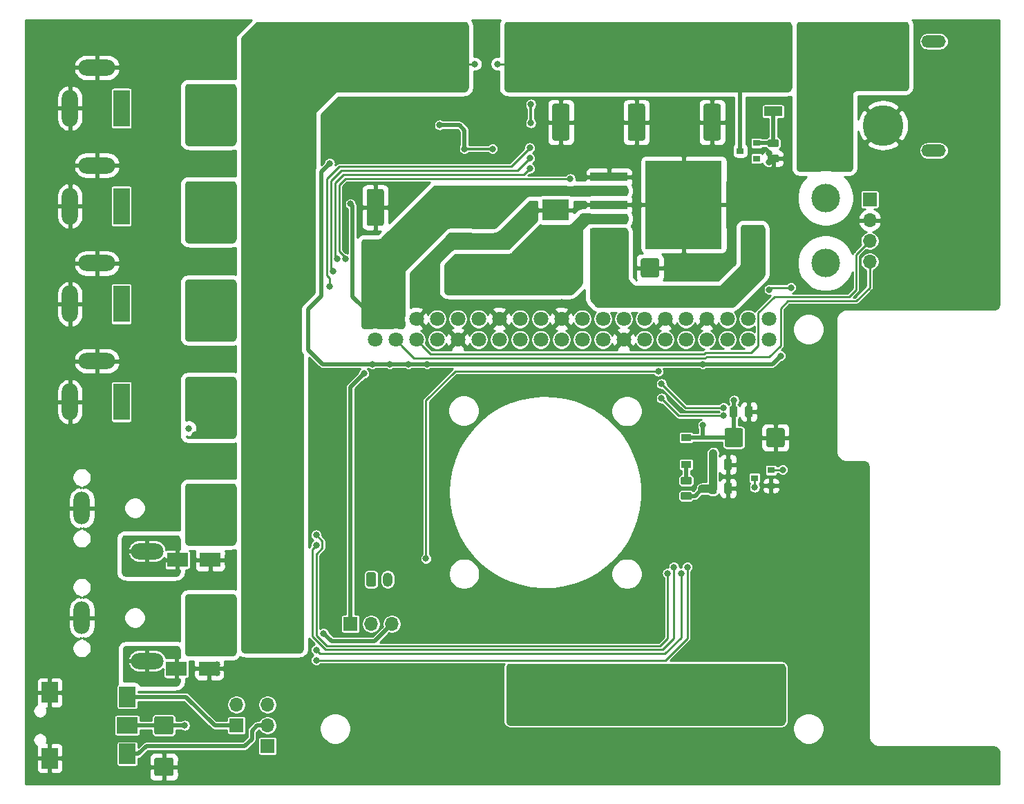
<source format=gbl>
%TF.GenerationSoftware,KiCad,Pcbnew,(5.1.6-0-10_14)*%
%TF.CreationDate,2020-09-02T22:05:45+02:00*%
%TF.ProjectId,Astroberry_power_shield,41737472-6f62-4657-9272-795f706f7765,rev?*%
%TF.SameCoordinates,PX2faf080PY8f0d180*%
%TF.FileFunction,Copper,L2,Bot*%
%TF.FilePolarity,Positive*%
%FSLAX46Y46*%
G04 Gerber Fmt 4.6, Leading zero omitted, Abs format (unit mm)*
G04 Created by KiCad (PCBNEW (5.1.6-0-10_14)) date 2020-09-02 22:05:45*
%MOMM*%
%LPD*%
G01*
G04 APERTURE LIST*
%TA.AperFunction,ComponentPad*%
%ADD10C,1.800000*%
%TD*%
%TA.AperFunction,WasherPad*%
%ADD11C,3.500000*%
%TD*%
%TA.AperFunction,ComponentPad*%
%ADD12R,1.700000X1.700000*%
%TD*%
%TA.AperFunction,ComponentPad*%
%ADD13O,1.700000X1.700000*%
%TD*%
%TA.AperFunction,SMDPad,CuDef*%
%ADD14R,0.900000X0.800000*%
%TD*%
%TA.AperFunction,SMDPad,CuDef*%
%ADD15R,1.200000X0.900000*%
%TD*%
%TA.AperFunction,ComponentPad*%
%ADD16O,1.200000X1.750000*%
%TD*%
%TA.AperFunction,SMDPad,CuDef*%
%ADD17R,2.000000X2.500000*%
%TD*%
%TA.AperFunction,SMDPad,CuDef*%
%ADD18R,2.600000X2.000000*%
%TD*%
%TA.AperFunction,SMDPad,CuDef*%
%ADD19R,2.000000X2.550000*%
%TD*%
%TA.AperFunction,SMDPad,CuDef*%
%ADD20R,2.500000X1.800000*%
%TD*%
%TA.AperFunction,SMDPad,CuDef*%
%ADD21R,5.400000X2.900000*%
%TD*%
%TA.AperFunction,SMDPad,CuDef*%
%ADD22R,4.600000X1.100000*%
%TD*%
%TA.AperFunction,SMDPad,CuDef*%
%ADD23R,9.400000X10.800000*%
%TD*%
%TA.AperFunction,SMDPad,CuDef*%
%ADD24R,3.300000X2.500000*%
%TD*%
%TA.AperFunction,ComponentPad*%
%ADD25C,5.000000*%
%TD*%
%TA.AperFunction,ComponentPad*%
%ADD26O,3.000000X1.500000*%
%TD*%
%TA.AperFunction,SMDPad,CuDef*%
%ADD27R,4.500000X3.810000*%
%TD*%
%TA.AperFunction,ComponentPad*%
%ADD28R,2.000000X4.500000*%
%TD*%
%TA.AperFunction,ComponentPad*%
%ADD29O,2.000000X4.500000*%
%TD*%
%TA.AperFunction,ComponentPad*%
%ADD30O,4.500000X2.000000*%
%TD*%
%TA.AperFunction,ComponentPad*%
%ADD31O,2.000000X4.000000*%
%TD*%
%TA.AperFunction,ComponentPad*%
%ADD32O,4.000000X2.000000*%
%TD*%
%TA.AperFunction,SMDPad,CuDef*%
%ADD33C,2.000000*%
%TD*%
%TA.AperFunction,SMDPad,CuDef*%
%ADD34R,2.200000X1.200000*%
%TD*%
%TA.AperFunction,SMDPad,CuDef*%
%ADD35R,6.400000X5.800000*%
%TD*%
%TA.AperFunction,ViaPad*%
%ADD36C,0.800000*%
%TD*%
%TA.AperFunction,Conductor*%
%ADD37C,0.500000*%
%TD*%
%TA.AperFunction,Conductor*%
%ADD38C,0.300000*%
%TD*%
%TA.AperFunction,Conductor*%
%ADD39C,0.250000*%
%TD*%
%TA.AperFunction,Conductor*%
%ADD40C,1.000000*%
%TD*%
%TA.AperFunction,Conductor*%
%ADD41C,0.254000*%
%TD*%
G04 APERTURE END LIST*
D10*
%TO.P,J4,39*%
%TO.N,GND*%
X91430000Y57630000D03*
%TO.P,J4,37*%
%TO.N,GPS_RST*%
X88890000Y57630000D03*
%TO.P,J4,35*%
%TO.N,DEW_CH2_PWR*%
X86350000Y57630000D03*
%TO.P,J4,33*%
%TO.N,DEW_CH2*%
X83810000Y57630000D03*
%TO.P,J4,31*%
%TO.N,DEW_CH1_PWR*%
X81270000Y57630000D03*
%TO.P,J4,29*%
%TO.N,GPIO5*%
X78730000Y57630000D03*
%TO.P,J4,27*%
%TO.N,FAN*%
X76190000Y57630000D03*
%TO.P,J4,25*%
%TO.N,GND*%
X73650000Y57630000D03*
%TO.P,J4,23*%
%TO.N,SPI0_CLK*%
X71110000Y57630000D03*
%TO.P,J4,21*%
%TO.N,SPI0_MISO*%
X68570000Y57630000D03*
%TO.P,J4,19*%
%TO.N,SPI0_MOSI*%
X66030000Y57630000D03*
%TO.P,J4,17*%
%TO.N,Net-(J4-Pad17)*%
X63490000Y57630000D03*
%TO.P,J4,15*%
%TO.N,GPIO22*%
X60950000Y57630000D03*
%TO.P,J4,13*%
%TO.N,GPIO27*%
X58410000Y57630000D03*
%TO.P,J4,11*%
%TO.N,GPIO17*%
X55870000Y57630000D03*
%TO.P,J4,9*%
%TO.N,GND*%
X53330000Y57630000D03*
%TO.P,J4,7*%
%TO.N,ONE_WIRE*%
X50790000Y57630000D03*
%TO.P,J4,5*%
%TO.N,SCL*%
X48250000Y57630000D03*
%TO.P,J4,3*%
%TO.N,SDA*%
X45710000Y57630000D03*
%TO.P,J4,1*%
%TO.N,Net-(J4-Pad1)*%
X43170000Y57630000D03*
%TO.P,J4,40*%
%TO.N,3D_FIX*%
X91430000Y60170000D03*
%TO.P,J4,38*%
%TO.N,12V_CH1*%
X88890000Y60170000D03*
%TO.P,J4,36*%
%TO.N,12V_CH1_PWR*%
X86350000Y60170000D03*
%TO.P,J4,34*%
%TO.N,GND*%
X83810000Y60170000D03*
%TO.P,J4,32*%
%TO.N,DEW_CH1*%
X81270000Y60170000D03*
%TO.P,J4,30*%
%TO.N,GND*%
X78730000Y60170000D03*
%TO.P,J4,28*%
%TO.N,12V_CH2*%
X76190000Y60170000D03*
%TO.P,J4,26*%
%TO.N,12V_CH2_PWR*%
X73650000Y60170000D03*
%TO.P,J4,24*%
%TO.N,SPI0_CE0*%
X71110000Y60170000D03*
%TO.P,J4,22*%
%TO.N,12V_CH3*%
X68570000Y60170000D03*
%TO.P,J4,20*%
%TO.N,GND*%
X66030000Y60170000D03*
%TO.P,J4,18*%
%TO.N,12V_CH3_PWR*%
X63490000Y60170000D03*
%TO.P,J4,16*%
%TO.N,12V_CH4*%
X60950000Y60170000D03*
%TO.P,J4,14*%
%TO.N,GND*%
X58410000Y60170000D03*
%TO.P,J4,12*%
%TO.N,12V_CH4_PWR*%
X55870000Y60170000D03*
%TO.P,J4,10*%
%TO.N,UART_RX*%
X53330000Y60170000D03*
%TO.P,J4,8*%
%TO.N,UART_TX*%
X50790000Y60170000D03*
%TO.P,J4,6*%
%TO.N,GND*%
X48250000Y60170000D03*
%TO.P,J4,4*%
%TO.N,+5V*%
X45710000Y60170000D03*
%TO.P,J4,2*%
X43169999Y60170000D03*
%TD*%
D11*
%TO.P,J1,*%
%TO.N,*%
X98397000Y67016000D03*
X98397000Y75016000D03*
D12*
%TO.P,J1,1*%
%TO.N,+3V3*%
X103797000Y74816000D03*
D13*
%TO.P,J1,2*%
%TO.N,GND*%
X103797000Y72276000D03*
%TO.P,J1,3*%
%TO.N,SCL*%
X103797000Y69736000D03*
%TO.P,J1,4*%
%TO.N,SDA*%
X103797000Y67196000D03*
%TD*%
D14*
%TO.P,T21,3*%
%TO.N,Net-(IC2-Pad10)*%
X89716000Y40653000D03*
%TO.P,T21,2*%
%TO.N,GND*%
X91716000Y39703000D03*
%TO.P,T21,1*%
%TO.N,GPS_RST*%
X91716000Y41603000D03*
%TD*%
%TO.P,R37,2*%
%TO.N,Net-(D6-Pad1)*%
%TA.AperFunction,SMDPad,CuDef*%
G36*
G01*
X81774250Y39833000D02*
X80861750Y39833000D01*
G75*
G02*
X80618000Y40076750I0J243750D01*
G01*
X80618000Y40564250D01*
G75*
G02*
X80861750Y40808000I243750J0D01*
G01*
X81774250Y40808000D01*
G75*
G02*
X82018000Y40564250I0J-243750D01*
G01*
X82018000Y40076750D01*
G75*
G02*
X81774250Y39833000I-243750J0D01*
G01*
G37*
%TD.AperFunction*%
%TO.P,R37,1*%
%TO.N,Net-(BT1-Pad1)*%
%TA.AperFunction,SMDPad,CuDef*%
G36*
G01*
X81774250Y37958000D02*
X80861750Y37958000D01*
G75*
G02*
X80618000Y38201750I0J243750D01*
G01*
X80618000Y38689250D01*
G75*
G02*
X80861750Y38933000I243750J0D01*
G01*
X81774250Y38933000D01*
G75*
G02*
X82018000Y38689250I0J-243750D01*
G01*
X82018000Y38201750D01*
G75*
G02*
X81774250Y37958000I-243750J0D01*
G01*
G37*
%TD.AperFunction*%
%TD*%
D15*
%TO.P,D6,2*%
%TO.N,+3V3*%
X81318000Y45605000D03*
%TO.P,D6,1*%
%TO.N,Net-(D6-Pad1)*%
X81318000Y42305000D03*
%TD*%
%TO.P,C20,2*%
%TO.N,Net-(BT1-Pad1)*%
%TA.AperFunction,SMDPad,CuDef*%
G36*
G01*
X85059000Y42760250D02*
X85059000Y41847750D01*
G75*
G02*
X84815250Y41604000I-243750J0D01*
G01*
X84327750Y41604000D01*
G75*
G02*
X84084000Y41847750I0J243750D01*
G01*
X84084000Y42760250D01*
G75*
G02*
X84327750Y43004000I243750J0D01*
G01*
X84815250Y43004000D01*
G75*
G02*
X85059000Y42760250I0J-243750D01*
G01*
G37*
%TD.AperFunction*%
%TO.P,C20,1*%
%TO.N,GND*%
%TA.AperFunction,SMDPad,CuDef*%
G36*
G01*
X86934000Y42760250D02*
X86934000Y41847750D01*
G75*
G02*
X86690250Y41604000I-243750J0D01*
G01*
X86202750Y41604000D01*
G75*
G02*
X85959000Y41847750I0J243750D01*
G01*
X85959000Y42760250D01*
G75*
G02*
X86202750Y43004000I243750J0D01*
G01*
X86690250Y43004000D01*
G75*
G02*
X86934000Y42760250I0J-243750D01*
G01*
G37*
%TD.AperFunction*%
%TD*%
%TO.P,C19,2*%
%TO.N,Net-(BT1-Pad1)*%
%TA.AperFunction,SMDPad,CuDef*%
G36*
G01*
X85059000Y39839250D02*
X85059000Y38926750D01*
G75*
G02*
X84815250Y38683000I-243750J0D01*
G01*
X84327750Y38683000D01*
G75*
G02*
X84084000Y38926750I0J243750D01*
G01*
X84084000Y39839250D01*
G75*
G02*
X84327750Y40083000I243750J0D01*
G01*
X84815250Y40083000D01*
G75*
G02*
X85059000Y39839250I0J-243750D01*
G01*
G37*
%TD.AperFunction*%
%TO.P,C19,1*%
%TO.N,GND*%
%TA.AperFunction,SMDPad,CuDef*%
G36*
G01*
X86934000Y39839250D02*
X86934000Y38926750D01*
G75*
G02*
X86690250Y38683000I-243750J0D01*
G01*
X86202750Y38683000D01*
G75*
G02*
X85959000Y38926750I0J243750D01*
G01*
X85959000Y39839250D01*
G75*
G02*
X86202750Y40083000I243750J0D01*
G01*
X86690250Y40083000D01*
G75*
G02*
X86934000Y39839250I0J-243750D01*
G01*
G37*
%TD.AperFunction*%
%TD*%
D13*
%TO.P,JP3,3*%
%TO.N,+3V3*%
X45250000Y22746000D03*
%TO.P,JP3,2*%
%TO.N,Net-(D5-Pad1)*%
X42710000Y22746000D03*
D12*
%TO.P,JP3,1*%
%TO.N,+5V*%
X40170000Y22746000D03*
%TD*%
D16*
%TO.P,J12,2*%
%TO.N,Net-(D5-Pad2)*%
X44710000Y28207000D03*
%TO.P,J12,1*%
%TO.N,Net-(D5-Pad1)*%
%TA.AperFunction,ComponentPad*%
G36*
G01*
X42110000Y27581999D02*
X42110000Y28832001D01*
G75*
G02*
X42359999Y29082000I249999J0D01*
G01*
X43060001Y29082000D01*
G75*
G02*
X43310000Y28832001I0J-249999D01*
G01*
X43310000Y27581999D01*
G75*
G02*
X43060001Y27332000I-249999J0D01*
G01*
X42359999Y27332000D01*
G75*
G02*
X42110000Y27581999I0J249999D01*
G01*
G37*
%TD.AperFunction*%
%TD*%
D13*
%TO.P,JP2,2*%
%TO.N,SCL*%
X26200000Y12840000D03*
D12*
%TO.P,JP2,1*%
%TO.N,CLK*%
X26200000Y10300000D03*
%TD*%
D13*
%TO.P,JP1,3*%
%TO.N,SDA*%
X30010000Y12840000D03*
%TO.P,JP1,2*%
%TO.N,DATA*%
X30010000Y10300000D03*
D12*
%TO.P,JP1,1*%
%TO.N,ONE_WIRE*%
X30010000Y7760000D03*
%TD*%
D17*
%TO.P,J2,2*%
%TO.N,DATA*%
X12825000Y6800000D03*
D18*
%TO.P,J2,1*%
%TO.N,+3V3*%
X12825000Y10300000D03*
D17*
%TO.P,J2,3*%
%TO.N,CLK*%
X12825000Y13800000D03*
D19*
%TO.P,J2,4*%
%TO.N,GND*%
X3325000Y6275000D03*
X3325000Y14325000D03*
%TD*%
D20*
%TO.P,D18,2*%
%TO.N,GND*%
X22866000Y17285000D03*
%TO.P,D18,1*%
%TO.N,DEW2_OUT*%
X18866000Y17285000D03*
%TD*%
%TO.P,D17,2*%
%TO.N,GND*%
X22993000Y30620000D03*
%TO.P,D17,1*%
%TO.N,DEW1_OUT*%
X18993000Y30620000D03*
%TD*%
D21*
%TO.P,L1,2*%
%TO.N,+5V*%
X54521000Y74686000D03*
%TO.P,L1,1*%
%TO.N,Net-(D4-Pad1)*%
X54521000Y64786000D03*
%TD*%
D22*
%TO.P,IC3,1*%
%TO.N,+12V*%
X71860000Y70781000D03*
%TO.P,IC3,2*%
%TO.N,Net-(D4-Pad1)*%
X71860000Y72481000D03*
%TO.P,IC3,3*%
%TO.N,GND*%
X71860000Y74181000D03*
%TO.P,IC3,4*%
%TO.N,+5V*%
X71860000Y75881000D03*
%TO.P,IC3,5*%
%TO.N,GND*%
X71860000Y77581000D03*
D23*
%TO.P,IC3,3*%
X81010000Y74181000D03*
%TD*%
D24*
%TO.P,D4,2*%
%TO.N,GND*%
X65316000Y73517000D03*
%TO.P,D4,1*%
%TO.N,Net-(D4-Pad1)*%
X65316000Y66717000D03*
%TD*%
%TO.P,C14,2*%
%TO.N,GND*%
%TA.AperFunction,SMDPad,CuDef*%
G36*
G01*
X44018000Y71594000D02*
X42418000Y71594000D01*
G75*
G02*
X42168000Y71844000I0J250000D01*
G01*
X42168000Y75844000D01*
G75*
G02*
X42418000Y76094000I250000J0D01*
G01*
X44018000Y76094000D01*
G75*
G02*
X44268000Y75844000I0J-250000D01*
G01*
X44268000Y71844000D01*
G75*
G02*
X44018000Y71594000I-250000J0D01*
G01*
G37*
%TD.AperFunction*%
%TO.P,C14,1*%
%TO.N,+5V*%
%TA.AperFunction,SMDPad,CuDef*%
G36*
G01*
X44018000Y64394000D02*
X42418000Y64394000D01*
G75*
G02*
X42168000Y64644000I0J250000D01*
G01*
X42168000Y68644000D01*
G75*
G02*
X42418000Y68894000I250000J0D01*
G01*
X44018000Y68894000D01*
G75*
G02*
X44268000Y68644000I0J-250000D01*
G01*
X44268000Y64644000D01*
G75*
G02*
X44018000Y64394000I-250000J0D01*
G01*
G37*
%TD.AperFunction*%
%TD*%
D25*
%TO.P,J3,1*%
%TO.N,Net-(J3-Pad1)*%
X105448000Y91116000D03*
%TO.P,J3,2*%
%TO.N,GND*%
X105448000Y83916000D03*
D26*
%TO.P,J3,3*%
%TO.N,N/C*%
X111648000Y94216000D03*
%TO.P,J3,4*%
X111648000Y80816000D03*
%TD*%
D27*
%TO.P,F6,2*%
%TO.N,VPP*%
X29648000Y50051000D03*
%TO.P,F6,1*%
%TO.N,Net-(F6-Pad1)*%
X22898000Y50051000D03*
%TD*%
%TO.P,F5,2*%
%TO.N,VPP*%
X29648000Y61989000D03*
%TO.P,F5,1*%
%TO.N,Net-(F5-Pad1)*%
X22898000Y61989000D03*
%TD*%
%TO.P,F4,2*%
%TO.N,VPP*%
X29648000Y73927000D03*
%TO.P,F4,1*%
%TO.N,Net-(F4-Pad1)*%
X22898000Y73927000D03*
%TD*%
%TO.P,F3,2*%
%TO.N,VPP*%
X29648000Y86119000D03*
%TO.P,F3,1*%
%TO.N,Net-(F3-Pad1)*%
X22898000Y86119000D03*
%TD*%
%TO.P,F2,2*%
%TO.N,Net-(F2-Pad2)*%
X22879000Y23508000D03*
%TO.P,F2,1*%
%TO.N,VPP*%
X29629000Y23508000D03*
%TD*%
%TO.P,F1,2*%
%TO.N,Net-(F1-Pad2)*%
X22879000Y36970000D03*
%TO.P,F1,1*%
%TO.N,VPP*%
X29629000Y36970000D03*
%TD*%
D28*
%TO.P,J9,1*%
%TO.N,CH4_OUT*%
X12100000Y50000000D03*
D29*
%TO.P,J9,2*%
%TO.N,GND*%
X5800000Y50000000D03*
D30*
%TO.P,J9,3*%
X9100000Y55000000D03*
%TD*%
D28*
%TO.P,J8,1*%
%TO.N,CH3_OUT*%
X12100000Y62000000D03*
D29*
%TO.P,J8,2*%
%TO.N,GND*%
X5800000Y62000000D03*
D30*
%TO.P,J8,3*%
X9100000Y67000000D03*
%TD*%
D28*
%TO.P,J7,1*%
%TO.N,CH2_OUT*%
X12100000Y74000000D03*
D29*
%TO.P,J7,2*%
%TO.N,GND*%
X5800000Y74000000D03*
D30*
%TO.P,J7,3*%
X9100000Y79000000D03*
%TD*%
D28*
%TO.P,J6,1*%
%TO.N,CH1_OUT*%
X12100000Y86000000D03*
D29*
%TO.P,J6,2*%
%TO.N,GND*%
X5800000Y86000000D03*
D30*
%TO.P,J6,3*%
X9100000Y91000000D03*
%TD*%
D31*
%TO.P,J11,2*%
%TO.N,GND*%
X7253000Y23508000D03*
D32*
%TO.P,J11,1*%
%TO.N,DEW2_OUT*%
X15253000Y18208000D03*
%TD*%
D31*
%TO.P,J10,2*%
%TO.N,GND*%
X7253000Y36970000D03*
D32*
%TO.P,J10,1*%
%TO.N,DEW1_OUT*%
X15253000Y31670000D03*
%TD*%
%TO.P,C10,2*%
%TO.N,+3V3*%
%TA.AperFunction,SMDPad,CuDef*%
G36*
G01*
X87599000Y49237250D02*
X87599000Y48324750D01*
G75*
G02*
X87355250Y48081000I-243750J0D01*
G01*
X86867750Y48081000D01*
G75*
G02*
X86624000Y48324750I0J243750D01*
G01*
X86624000Y49237250D01*
G75*
G02*
X86867750Y49481000I243750J0D01*
G01*
X87355250Y49481000D01*
G75*
G02*
X87599000Y49237250I0J-243750D01*
G01*
G37*
%TD.AperFunction*%
%TO.P,C10,1*%
%TO.N,GND*%
%TA.AperFunction,SMDPad,CuDef*%
G36*
G01*
X89474000Y49237250D02*
X89474000Y48324750D01*
G75*
G02*
X89230250Y48081000I-243750J0D01*
G01*
X88742750Y48081000D01*
G75*
G02*
X88499000Y48324750I0J243750D01*
G01*
X88499000Y49237250D01*
G75*
G02*
X88742750Y49481000I243750J0D01*
G01*
X89230250Y49481000D01*
G75*
G02*
X89474000Y49237250I0J-243750D01*
G01*
G37*
%TD.AperFunction*%
%TD*%
%TO.P,C8,2*%
%TO.N,GND*%
%TA.AperFunction,SMDPad,CuDef*%
G36*
G01*
X91125000Y44680999D02*
X91125000Y46531001D01*
G75*
G02*
X91374999Y46781000I249999J0D01*
G01*
X93125001Y46781000D01*
G75*
G02*
X93375000Y46531001I0J-249999D01*
G01*
X93375000Y44680999D01*
G75*
G02*
X93125001Y44431000I-249999J0D01*
G01*
X91374999Y44431000D01*
G75*
G02*
X91125000Y44680999I0J249999D01*
G01*
G37*
%TD.AperFunction*%
%TO.P,C8,1*%
%TO.N,+3V3*%
%TA.AperFunction,SMDPad,CuDef*%
G36*
G01*
X86025000Y44680999D02*
X86025000Y46531001D01*
G75*
G02*
X86274999Y46781000I249999J0D01*
G01*
X88025001Y46781000D01*
G75*
G02*
X88275000Y46531001I0J-249999D01*
G01*
X88275000Y44680999D01*
G75*
G02*
X88025001Y44431000I-249999J0D01*
G01*
X86274999Y44431000D01*
G75*
G02*
X86025000Y44680999I0J249999D01*
G01*
G37*
%TD.AperFunction*%
%TD*%
D33*
%TO.P,TP1,1*%
%TO.N,+12V*%
X70650000Y95009000D03*
%TD*%
%TO.P,R7,2*%
%TO.N,+12V*%
%TA.AperFunction,SMDPad,CuDef*%
G36*
G01*
X59032000Y90027999D02*
X59032000Y92878001D01*
G75*
G02*
X59281999Y93128000I249999J0D01*
G01*
X60132001Y93128000D01*
G75*
G02*
X60382000Y92878001I0J-249999D01*
G01*
X60382000Y90027999D01*
G75*
G02*
X60132001Y89778000I-249999J0D01*
G01*
X59281999Y89778000D01*
G75*
G02*
X59032000Y90027999I0J249999D01*
G01*
G37*
%TD.AperFunction*%
%TO.P,R7,1*%
%TO.N,VPP*%
%TA.AperFunction,SMDPad,CuDef*%
G36*
G01*
X53232000Y90027999D02*
X53232000Y92878001D01*
G75*
G02*
X53481999Y93128000I249999J0D01*
G01*
X54332001Y93128000D01*
G75*
G02*
X54582000Y92878001I0J-249999D01*
G01*
X54582000Y90027999D01*
G75*
G02*
X54332001Y89778000I-249999J0D01*
G01*
X53481999Y89778000D01*
G75*
G02*
X53232000Y90027999I0J249999D01*
G01*
G37*
%TD.AperFunction*%
%TD*%
%TO.P,R1,2*%
%TO.N,GND*%
%TA.AperFunction,SMDPad,CuDef*%
G36*
G01*
X91529750Y80335000D02*
X92442250Y80335000D01*
G75*
G02*
X92686000Y80091250I0J-243750D01*
G01*
X92686000Y79603750D01*
G75*
G02*
X92442250Y79360000I-243750J0D01*
G01*
X91529750Y79360000D01*
G75*
G02*
X91286000Y79603750I0J243750D01*
G01*
X91286000Y80091250D01*
G75*
G02*
X91529750Y80335000I243750J0D01*
G01*
G37*
%TD.AperFunction*%
%TO.P,R1,1*%
%TO.N,Net-(D1-Pad2)*%
%TA.AperFunction,SMDPad,CuDef*%
G36*
G01*
X91529750Y82210000D02*
X92442250Y82210000D01*
G75*
G02*
X92686000Y81966250I0J-243750D01*
G01*
X92686000Y81478750D01*
G75*
G02*
X92442250Y81235000I-243750J0D01*
G01*
X91529750Y81235000D01*
G75*
G02*
X91286000Y81478750I0J243750D01*
G01*
X91286000Y81966250D01*
G75*
G02*
X91529750Y82210000I243750J0D01*
G01*
G37*
%TD.AperFunction*%
%TD*%
D34*
%TO.P,T1,1*%
%TO.N,Net-(D1-Pad2)*%
X91977000Y85617000D03*
%TO.P,T1,3*%
%TO.N,+12V*%
X91977000Y90177000D03*
D35*
%TO.P,T1,2*%
%TO.N,Net-(J3-Pad1)*%
X98277000Y87897000D03*
%TD*%
D14*
%TO.P,D1,2*%
%TO.N,Net-(D1-Pad2)*%
X89938000Y81735000D03*
%TO.P,D1,*%
%TO.N,*%
X89938000Y79835000D03*
%TO.P,D1,1*%
%TO.N,+12V*%
X87938000Y80785000D03*
%TD*%
%TO.P,C7,2*%
%TO.N,GND*%
%TA.AperFunction,SMDPad,CuDef*%
G36*
G01*
X75758000Y65508999D02*
X75758000Y67359001D01*
G75*
G02*
X76007999Y67609000I249999J0D01*
G01*
X77758001Y67609000D01*
G75*
G02*
X78008000Y67359001I0J-249999D01*
G01*
X78008000Y65508999D01*
G75*
G02*
X77758001Y65259000I-249999J0D01*
G01*
X76007999Y65259000D01*
G75*
G02*
X75758000Y65508999I0J249999D01*
G01*
G37*
%TD.AperFunction*%
%TO.P,C7,1*%
%TO.N,+12V*%
%TA.AperFunction,SMDPad,CuDef*%
G36*
G01*
X70658000Y65508999D02*
X70658000Y67359001D01*
G75*
G02*
X70907999Y67609000I249999J0D01*
G01*
X72658001Y67609000D01*
G75*
G02*
X72908000Y67359001I0J-249999D01*
G01*
X72908000Y65508999D01*
G75*
G02*
X72658001Y65259000I-249999J0D01*
G01*
X70907999Y65259000D01*
G75*
G02*
X70658000Y65508999I0J249999D01*
G01*
G37*
%TD.AperFunction*%
%TD*%
%TO.P,C5,2*%
%TO.N,GND*%
%TA.AperFunction,SMDPad,CuDef*%
G36*
G01*
X65151000Y86547000D02*
X66751000Y86547000D01*
G75*
G02*
X67001000Y86297000I0J-250000D01*
G01*
X67001000Y82297000D01*
G75*
G02*
X66751000Y82047000I-250000J0D01*
G01*
X65151000Y82047000D01*
G75*
G02*
X64901000Y82297000I0J250000D01*
G01*
X64901000Y86297000D01*
G75*
G02*
X65151000Y86547000I250000J0D01*
G01*
G37*
%TD.AperFunction*%
%TO.P,C5,1*%
%TO.N,+12V*%
%TA.AperFunction,SMDPad,CuDef*%
G36*
G01*
X65151000Y93747000D02*
X66751000Y93747000D01*
G75*
G02*
X67001000Y93497000I0J-250000D01*
G01*
X67001000Y89497000D01*
G75*
G02*
X66751000Y89247000I-250000J0D01*
G01*
X65151000Y89247000D01*
G75*
G02*
X64901000Y89497000I0J250000D01*
G01*
X64901000Y93497000D01*
G75*
G02*
X65151000Y93747000I250000J0D01*
G01*
G37*
%TD.AperFunction*%
%TD*%
%TO.P,C4,2*%
%TO.N,GND*%
%TA.AperFunction,SMDPad,CuDef*%
G36*
G01*
X74422000Y86547000D02*
X76022000Y86547000D01*
G75*
G02*
X76272000Y86297000I0J-250000D01*
G01*
X76272000Y82297000D01*
G75*
G02*
X76022000Y82047000I-250000J0D01*
G01*
X74422000Y82047000D01*
G75*
G02*
X74172000Y82297000I0J250000D01*
G01*
X74172000Y86297000D01*
G75*
G02*
X74422000Y86547000I250000J0D01*
G01*
G37*
%TD.AperFunction*%
%TO.P,C4,1*%
%TO.N,+12V*%
%TA.AperFunction,SMDPad,CuDef*%
G36*
G01*
X74422000Y93747000D02*
X76022000Y93747000D01*
G75*
G02*
X76272000Y93497000I0J-250000D01*
G01*
X76272000Y89497000D01*
G75*
G02*
X76022000Y89247000I-250000J0D01*
G01*
X74422000Y89247000D01*
G75*
G02*
X74172000Y89497000I0J250000D01*
G01*
X74172000Y93497000D01*
G75*
G02*
X74422000Y93747000I250000J0D01*
G01*
G37*
%TD.AperFunction*%
%TD*%
%TO.P,C3,2*%
%TO.N,GND*%
%TA.AperFunction,SMDPad,CuDef*%
G36*
G01*
X83693000Y86547000D02*
X85293000Y86547000D01*
G75*
G02*
X85543000Y86297000I0J-250000D01*
G01*
X85543000Y82297000D01*
G75*
G02*
X85293000Y82047000I-250000J0D01*
G01*
X83693000Y82047000D01*
G75*
G02*
X83443000Y82297000I0J250000D01*
G01*
X83443000Y86297000D01*
G75*
G02*
X83693000Y86547000I250000J0D01*
G01*
G37*
%TD.AperFunction*%
%TO.P,C3,1*%
%TO.N,+12V*%
%TA.AperFunction,SMDPad,CuDef*%
G36*
G01*
X83693000Y93747000D02*
X85293000Y93747000D01*
G75*
G02*
X85543000Y93497000I0J-250000D01*
G01*
X85543000Y89497000D01*
G75*
G02*
X85293000Y89247000I-250000J0D01*
G01*
X83693000Y89247000D01*
G75*
G02*
X83443000Y89497000I0J250000D01*
G01*
X83443000Y93497000D01*
G75*
G02*
X83693000Y93747000I250000J0D01*
G01*
G37*
%TD.AperFunction*%
%TD*%
%TO.P,C2,2*%
%TO.N,GND*%
%TA.AperFunction,SMDPad,CuDef*%
G36*
G01*
X16384999Y6335000D02*
X18235001Y6335000D01*
G75*
G02*
X18485000Y6085001I0J-249999D01*
G01*
X18485000Y4334999D01*
G75*
G02*
X18235001Y4085000I-249999J0D01*
G01*
X16384999Y4085000D01*
G75*
G02*
X16135000Y4334999I0J249999D01*
G01*
X16135000Y6085001D01*
G75*
G02*
X16384999Y6335000I249999J0D01*
G01*
G37*
%TD.AperFunction*%
%TO.P,C2,1*%
%TO.N,+3V3*%
%TA.AperFunction,SMDPad,CuDef*%
G36*
G01*
X16384999Y11435000D02*
X18235001Y11435000D01*
G75*
G02*
X18485000Y11185001I0J-249999D01*
G01*
X18485000Y9434999D01*
G75*
G02*
X18235001Y9185000I-249999J0D01*
G01*
X16384999Y9185000D01*
G75*
G02*
X16135000Y9434999I0J249999D01*
G01*
X16135000Y11185001D01*
G75*
G02*
X16384999Y11435000I249999J0D01*
G01*
G37*
%TD.AperFunction*%
%TD*%
D36*
%TO.N,*%
X20358000Y46749000D03*
%TO.N,GND*%
X56807000Y87516000D03*
X45377000Y72911000D03*
X45377000Y73927000D03*
X45377000Y74943000D03*
X45377000Y75959000D03*
X46393000Y73927000D03*
X46393000Y74943000D03*
X46393000Y75959000D03*
X47409000Y75959000D03*
X47409000Y74943000D03*
X48425000Y75959000D03*
X78270000Y49162000D03*
X73698000Y52845000D03*
X90208000Y50178000D03*
X77138870Y52094870D03*
X25692000Y80404000D03*
X25692000Y79261000D03*
X25692000Y78118000D03*
X77254000Y87008000D03*
X77254000Y85992000D03*
X72809000Y85992000D03*
X72809000Y87008000D03*
X71666000Y87008000D03*
X71666000Y85992000D03*
X69507000Y85992000D03*
X68364000Y85992000D03*
X68364000Y87008000D03*
X69507000Y87008000D03*
X118000000Y4000000D03*
X116000000Y4000000D03*
X114000000Y4000000D03*
X112000000Y4000000D03*
X110000000Y4000000D03*
X108000000Y4000000D03*
X106000000Y4000000D03*
X104000000Y4000000D03*
X102000000Y4000000D03*
X100000000Y4000000D03*
X98000000Y4000000D03*
X96000000Y4000000D03*
X94000000Y4000000D03*
X92000000Y4000000D03*
X90000000Y4000000D03*
X64000000Y4000000D03*
X62000000Y4000000D03*
X60000000Y4000000D03*
X58000000Y4000000D03*
X56000000Y4000000D03*
X54000000Y4000000D03*
X52000000Y4000000D03*
X50000000Y4000000D03*
X48000000Y4000000D03*
X46000000Y4000000D03*
X44000000Y4000000D03*
X42000000Y4000000D03*
X40000000Y4000000D03*
X38000000Y4000000D03*
X36000000Y4000000D03*
X34000000Y4000000D03*
X32000000Y4000000D03*
X30000000Y4000000D03*
X28000000Y4000000D03*
X26000000Y4000000D03*
X24000000Y4000000D03*
X22000000Y4000000D03*
X15000000Y4000000D03*
X13000000Y4000000D03*
X11000000Y4000000D03*
X9000000Y4000000D03*
X7000000Y4000000D03*
X5000000Y4000000D03*
X3000000Y4000000D03*
X1000000Y4000000D03*
X1000000Y6000000D03*
X1000000Y10000000D03*
X1000000Y13000000D03*
X1000000Y88000000D03*
X1000000Y96000000D03*
X1000000Y94000000D03*
X1000000Y92000000D03*
X1000000Y90000000D03*
X3000000Y96000000D03*
X5000000Y96000000D03*
X7000000Y96000000D03*
X9000000Y96000000D03*
X11000000Y96000000D03*
X13000000Y96000000D03*
X15000000Y96000000D03*
X17000000Y96000000D03*
X19000000Y96000000D03*
X21000000Y96000000D03*
X23000000Y96000000D03*
X25000000Y96000000D03*
X56000000Y96000000D03*
X58000000Y96000000D03*
X56800000Y89700000D03*
X118000000Y62000000D03*
X118000000Y64000000D03*
X118000000Y66000000D03*
X118000000Y68000000D03*
X118000000Y70000000D03*
X118000000Y72000000D03*
X118000000Y74000000D03*
X118000000Y76000000D03*
X118000000Y78000000D03*
X118000000Y80000000D03*
X118000000Y82000000D03*
X118000000Y84000000D03*
X118000000Y86000000D03*
X118000000Y88000000D03*
X118000000Y90000000D03*
X118000000Y92000000D03*
X118000000Y94000000D03*
X118000000Y96000000D03*
X116000000Y96000000D03*
X114000000Y96000000D03*
X112000000Y96000000D03*
X110000000Y96000000D03*
X118000000Y7000000D03*
X116000000Y7000000D03*
X114000000Y7000000D03*
X112000000Y7000000D03*
X110000000Y7000000D03*
X108000000Y7000000D03*
X106000000Y7000000D03*
X104000000Y7000000D03*
X103000000Y9000000D03*
X103000000Y11000000D03*
X103000000Y13000000D03*
X103000000Y15000000D03*
X103000000Y17000000D03*
X103000000Y19000000D03*
X103000000Y21000000D03*
X103000000Y23000000D03*
X103000000Y25000000D03*
X103000000Y27000000D03*
X103000000Y29000000D03*
X103000000Y31000000D03*
X103000000Y33000000D03*
X103000000Y35000000D03*
X103000000Y37000000D03*
X103000000Y39000000D03*
X103000000Y41000000D03*
X101000000Y42000000D03*
X99000000Y55000000D03*
X99000000Y57000000D03*
X99000000Y59000000D03*
X99000000Y61000000D03*
X94272000Y65672000D03*
X94272000Y67196000D03*
X94272000Y68720000D03*
X94272000Y70244000D03*
X94272000Y71768000D03*
X91478000Y78372000D03*
X91478000Y80531000D03*
X91478000Y79388000D03*
X89192000Y87008000D03*
X93764000Y87008000D03*
X89192000Y83198000D03*
X90716000Y83198000D03*
X86652000Y87008000D03*
X37630000Y85230000D03*
X37630000Y84214000D03*
X48806000Y85230000D03*
X54394000Y84976000D03*
X67348000Y81039000D03*
X69126000Y81039000D03*
X77254000Y80912000D03*
X73698000Y80912000D03*
X75222000Y69228000D03*
X75222000Y70244000D03*
X75222000Y71260000D03*
X75222000Y72276000D03*
X75222000Y73292000D03*
X75222000Y74308000D03*
X75222000Y75324000D03*
X75222000Y76340000D03*
X75222000Y77356000D03*
X75222000Y78372000D03*
X68364000Y74054000D03*
X62522000Y74054000D03*
X62522000Y72530000D03*
X61760000Y73292000D03*
X61760000Y71768000D03*
X60998000Y72530000D03*
X60998000Y71006000D03*
X60236000Y71768000D03*
X60236000Y70244000D03*
X59474000Y71006000D03*
X25692000Y27572000D03*
X25692000Y31382000D03*
X25692000Y30112000D03*
X25692000Y28842000D03*
X25692000Y41034000D03*
X25692000Y44336000D03*
X25692000Y43320000D03*
X25692000Y42050000D03*
X25692000Y68466000D03*
X25692000Y66180000D03*
X25692000Y67323000D03*
X25692000Y56274000D03*
X25692000Y54242000D03*
X25692000Y55258000D03*
X25692000Y90310000D03*
X25692000Y92088000D03*
X25692000Y93866000D03*
X89065000Y50178000D03*
X51600000Y53480000D03*
X43853000Y53734000D03*
X47663000Y48400000D03*
X31534000Y18174000D03*
X23787000Y17793000D03*
X23787000Y16777000D03*
X116000000Y62000000D03*
X114000000Y62000000D03*
X112000000Y62000000D03*
X110000000Y62000000D03*
X108000000Y62000000D03*
X53124000Y52591000D03*
X43853000Y43320000D03*
X35598000Y15253000D03*
X7658000Y17285000D03*
X7658000Y30747000D03*
X8674000Y47003000D03*
X8674000Y58941000D03*
X8674000Y71006000D03*
X8674000Y82944000D03*
X39535000Y70752000D03*
X41313000Y70752000D03*
X66030000Y62195000D03*
X45758000Y49543000D03*
X88000000Y4000000D03*
X86000000Y4000000D03*
X84000000Y4000000D03*
X82000000Y4000000D03*
X80000000Y4000000D03*
X78000000Y4000000D03*
X76000000Y4000000D03*
X74000000Y4000000D03*
X72000000Y4000000D03*
X70000000Y4000000D03*
X68000000Y4000000D03*
X66000000Y4000000D03*
X20000000Y4000000D03*
X81191000Y53734000D03*
X82207000Y47130000D03*
X89065000Y47003000D03*
X88049000Y42304000D03*
X88049000Y39383000D03*
X75222000Y79388000D03*
X75476000Y80404000D03*
X76238000Y80912000D03*
X82334000Y80912000D03*
X83350000Y80912000D03*
X84366000Y80912000D03*
X85382000Y80912000D03*
X86398000Y80404000D03*
X86906000Y79388000D03*
X86906000Y78372000D03*
X86906000Y77356000D03*
X86906000Y76340000D03*
X86906000Y75324000D03*
X86906000Y74308000D03*
X86906000Y73292000D03*
X79159000Y67577000D03*
X80175000Y67577000D03*
X81191000Y67577000D03*
X82207000Y67577000D03*
X83223000Y67577000D03*
X84239000Y67577000D03*
X85255000Y67577000D03*
X86271000Y67577000D03*
X90589000Y62878000D03*
X16929000Y81293000D03*
X16929000Y69355000D03*
X16929000Y57290000D03*
X16929000Y45352000D03*
%TO.N,+3V3*%
X37630000Y79261000D03*
X51092000Y83960000D03*
X54140000Y81039000D03*
X62268000Y86500000D03*
X62268000Y84214000D03*
X57569000Y81039000D03*
X47282000Y54623000D03*
X49568000Y54623000D03*
X42837000Y54623000D03*
X19850000Y10300000D03*
X36868000Y21603000D03*
X87160000Y50178000D03*
X83350000Y54623008D03*
X83350000Y47130000D03*
X44996000Y54623000D03*
X92874999Y55638995D03*
%TO.N,+12V*%
X58204000Y91453000D03*
X59728000Y89040000D03*
X60998000Y89040000D03*
X60998000Y90310000D03*
X60998000Y91453000D03*
X60998000Y92596000D03*
X59728000Y93866000D03*
X60998000Y93866000D03*
X90081000Y88659000D03*
X93764000Y88659000D03*
X91351000Y88659000D03*
X92494000Y88659000D03*
X90081000Y89802000D03*
X90081000Y90945000D03*
X90081000Y92088000D03*
X90081000Y93231000D03*
X90081000Y94374000D03*
X90081000Y95517000D03*
X90970000Y96152000D03*
X90970000Y94882000D03*
X90970000Y93739000D03*
X90970000Y92596000D03*
X90970000Y91453000D03*
X91859000Y92088000D03*
X91859000Y93231000D03*
X91859000Y94374000D03*
X91859000Y95517000D03*
X92748000Y91453000D03*
X92748000Y92596000D03*
X92748000Y93739000D03*
X92748000Y94882000D03*
X92748000Y96152000D03*
X93764000Y89802000D03*
X93764000Y90945000D03*
X93764000Y92088000D03*
X93764000Y93231000D03*
X93764000Y94374000D03*
X93764000Y95517000D03*
X86398000Y93612000D03*
X86398000Y90564000D03*
X86398000Y91580000D03*
X86398000Y92596000D03*
X86398000Y89548000D03*
X82588000Y93612000D03*
X82588000Y92596000D03*
X82588000Y91580000D03*
X82588000Y90564000D03*
X82588000Y89548000D03*
X77127000Y93612000D03*
X77127000Y92596000D03*
X77127000Y91580000D03*
X77127000Y90564000D03*
X77127000Y89548000D03*
X73317000Y93612000D03*
X73317000Y92596000D03*
X73317000Y91580000D03*
X73317000Y90564000D03*
X73317000Y89548000D03*
X67856000Y93612000D03*
X67856000Y92596000D03*
X67856000Y91580000D03*
X67856000Y90564000D03*
X67856000Y89548000D03*
X64046000Y93612000D03*
X64046000Y92596000D03*
X64046000Y91580000D03*
X64046000Y90564000D03*
X64046000Y89548000D03*
X60363000Y94755000D03*
X59728000Y95644000D03*
X60998000Y95644000D03*
X61633000Y94755000D03*
X62268000Y93866000D03*
X62268000Y95644000D03*
X62268000Y92596000D03*
X62268000Y91453000D03*
X62268000Y90310000D03*
X62268000Y89040000D03*
X79794000Y88659000D03*
X79794000Y89675000D03*
X79794000Y90691000D03*
X88430000Y71260000D03*
X90462000Y71260000D03*
X89446000Y71260000D03*
X88430000Y69228000D03*
X89446000Y69228000D03*
X90462000Y69228000D03*
X90462000Y70244000D03*
X89446000Y70244000D03*
X88430000Y70244000D03*
X78778000Y88659000D03*
X80810000Y88659000D03*
X80810000Y89675000D03*
X78778000Y89675000D03*
X78778000Y90691000D03*
X80810000Y90691000D03*
%TO.N,+5V*%
X41819999Y53478999D03*
X40170000Y74268976D03*
%TO.N,DEW_CH1_PWR*%
X35979000Y32398000D03*
X79794004Y29731000D03*
%TO.N,DEW_CH2_PWR*%
X35979000Y18301000D03*
X81445000Y29731000D03*
%TO.N,DEW_CH1*%
X35979000Y33668000D03*
X79026808Y28962769D03*
%TO.N,DEW_CH2*%
X35979000Y19571000D03*
X80683000Y28968998D03*
%TO.N,Net-(BT1-Pad1)*%
X92748000Y17412000D03*
X92748000Y11316000D03*
X92748000Y12840000D03*
X92748000Y14364000D03*
X92748000Y15888000D03*
X60236000Y17412000D03*
X60236000Y15888000D03*
X60236000Y14364000D03*
X60236000Y12840000D03*
X60236000Y11316000D03*
X83280010Y39325990D03*
X84620000Y43701016D03*
%TO.N,UART_TX*%
X78270000Y50432000D03*
X85907213Y48290213D03*
%TO.N,UART_RX*%
X78270000Y52210000D03*
X85890018Y49290076D03*
%TO.N,3D_FIX*%
X94145000Y64021000D03*
X91478000Y63767000D03*
%TO.N,SPI0_CLK*%
X38519000Y67577000D03*
X62141000Y78626000D03*
%TO.N,SPI0_MISO*%
X38011000Y66053000D03*
X62141000Y79896000D03*
%TO.N,SPI0_MOSI*%
X37630000Y64148000D03*
X62141000Y81166000D03*
%TO.N,SPI0_CE0*%
X39535000Y67577000D03*
X67094000Y77356000D03*
%TO.N,Net-(J3-Pad1)*%
X95288000Y92088000D03*
X95288000Y93358000D03*
X96177000Y93993000D03*
X95288000Y94628000D03*
X96177000Y95263000D03*
X96177000Y92723000D03*
X95288000Y95898000D03*
X97066000Y95898000D03*
X97066000Y94628000D03*
X97066000Y93358000D03*
X97066000Y92088000D03*
X97955000Y92723000D03*
X97955000Y93993000D03*
X97955000Y95263000D03*
X98844000Y95898000D03*
X98844000Y94628000D03*
X98844000Y93358000D03*
X98844000Y92088000D03*
X99733000Y95263000D03*
X99733000Y93993000D03*
X99733000Y92723000D03*
X100622000Y95898000D03*
X100622000Y94628000D03*
X100622000Y93358000D03*
X100622000Y92088000D03*
X101511000Y92723000D03*
X101511000Y93993000D03*
X101511000Y95263000D03*
%TO.N,VPP*%
X50584000Y91453000D03*
X55410000Y91453000D03*
X53886000Y93866000D03*
X52616000Y93866000D03*
X52616000Y90310000D03*
X52616000Y91453000D03*
X52616000Y92596000D03*
X51600000Y90945000D03*
X51600000Y92088000D03*
X51600000Y93231000D03*
X51600000Y94374000D03*
X51600000Y95517000D03*
X52616000Y95009000D03*
X52616000Y96152000D03*
X50584000Y96152000D03*
X50584000Y95009000D03*
X50584000Y93866000D03*
X50584000Y92596000D03*
X50584000Y90310000D03*
X51600000Y89675000D03*
X50584000Y89040000D03*
X27343000Y90310000D03*
X28613000Y90310000D03*
X29883000Y90310000D03*
X31153000Y90310000D03*
X32423000Y90310000D03*
X32677000Y88659000D03*
X33947000Y88659000D03*
X35217000Y88659000D03*
X36487000Y88659000D03*
X37757000Y88659000D03*
X37122000Y89548000D03*
X35852000Y89548000D03*
X34582000Y89548000D03*
X33312000Y89548000D03*
X33947000Y90310000D03*
X35217000Y90310000D03*
X36487000Y90310000D03*
X37757000Y90310000D03*
X27978000Y91199000D03*
X29248000Y91199000D03*
X30518000Y91199000D03*
X31788000Y91199000D03*
X33058000Y91199000D03*
%TO.N,Net-(F1-Pad2)*%
X21120000Y32906000D03*
X20358000Y33668000D03*
X21882000Y33668000D03*
X22644000Y32906000D03*
X24168000Y32906000D03*
X25692000Y32906000D03*
X24930000Y33668000D03*
X23406000Y33668000D03*
%TO.N,Net-(F2-Pad2)*%
X21120000Y19317000D03*
X22644000Y19317000D03*
X24168000Y19317000D03*
X25692000Y19317000D03*
X24930000Y20079000D03*
X23406000Y20079000D03*
X21882000Y20079000D03*
X20358000Y20079000D03*
%TO.N,Net-(F3-Pad1)*%
X20358000Y82690000D03*
X21120000Y81928000D03*
X21882000Y82690000D03*
X22644000Y81928000D03*
X23406000Y82690000D03*
X24168000Y81928000D03*
X24930000Y82690000D03*
X25692000Y81928000D03*
%TO.N,Net-(F4-Pad1)*%
X21120000Y69990000D03*
X20358000Y70752000D03*
X21882000Y70752000D03*
X22644000Y69990000D03*
X23406000Y70752000D03*
X24168000Y69990000D03*
X24930000Y70752000D03*
X25692000Y69990000D03*
%TO.N,Net-(F5-Pad1)*%
X21120000Y57925000D03*
X20358000Y58687000D03*
X21882000Y58687000D03*
X22644000Y57925000D03*
X23406000Y58687000D03*
X24168000Y57925000D03*
X24930000Y58687000D03*
X25692000Y57925000D03*
%TO.N,Net-(F6-Pad1)*%
X21120000Y45987000D03*
X21882000Y46749000D03*
X22644000Y45987000D03*
X23406000Y46749000D03*
X24168000Y45987000D03*
X24930000Y46749000D03*
X25692000Y45987000D03*
%TO.N,FAN*%
X49425000Y30763000D03*
X77889002Y53734000D03*
%TO.N,Net-(IC2-Pad10)*%
X89700000Y39510000D03*
%TO.N,GPS_RST*%
X93129000Y41669000D03*
%TD*%
D37*
%TO.N,+3V3*%
X51092000Y83960000D02*
X51092000Y83960000D01*
X54140000Y83325000D02*
X53505000Y83960000D01*
X54140000Y81039000D02*
X54140000Y83325000D01*
X53505000Y83960000D02*
X51092000Y83960000D01*
D38*
X62268000Y83960000D02*
X62268000Y83960000D01*
X62268000Y86500000D02*
X62268000Y84214000D01*
X54140000Y81039000D02*
X57569000Y81039000D01*
D37*
X17300000Y10300000D02*
X17310000Y10310000D01*
X12825000Y10300000D02*
X17300000Y10300000D01*
X34963000Y56401000D02*
X36741000Y54623000D01*
X37630000Y79261000D02*
X36614000Y78245000D01*
X34963000Y61354000D02*
X34963000Y56401000D01*
X36614000Y78245000D02*
X36614000Y63005000D01*
X36614000Y63005000D02*
X34963000Y61354000D01*
X36741000Y54623000D02*
X42837000Y54623000D01*
X42837000Y54623000D02*
X49568000Y54623000D01*
X17320000Y10300000D02*
X17310000Y10310000D01*
X19850000Y10300000D02*
X17320000Y10300000D01*
X37863960Y20607040D02*
X36868000Y21603000D01*
X43111040Y20607040D02*
X37863960Y20607040D01*
X45250000Y22746000D02*
X43111040Y20607040D01*
X49568000Y54623000D02*
X83350000Y54623000D01*
X87150000Y48742500D02*
X87111500Y48781000D01*
X87150000Y45606000D02*
X87150000Y48742500D01*
X87111500Y50129500D02*
X87160000Y50178000D01*
X87111500Y48781000D02*
X87111500Y50129500D01*
X83350000Y54623000D02*
X83350000Y54623008D01*
X81446000Y45606000D02*
X81318000Y45478000D01*
X87150000Y45606000D02*
X81446000Y45606000D01*
X83350000Y47130000D02*
X83350000Y45606000D01*
X91859012Y54623008D02*
X92874999Y55638995D01*
X83350000Y54623008D02*
X91859012Y54623008D01*
D39*
%TO.N,+12V*%
X58204000Y91453000D02*
X59707000Y91453000D01*
D37*
X87938000Y80785000D02*
X87938000Y88262000D01*
D40*
%TO.N,+5V*%
X43169999Y60170000D02*
X45710000Y60170000D01*
D37*
X40424000Y62915999D02*
X40424000Y74014976D01*
X43169999Y60170000D02*
X40424000Y62915999D01*
X40424000Y74014976D02*
X40170000Y74268976D01*
X41186000Y52845000D02*
X41819999Y53478999D01*
X40170000Y51829000D02*
X41186000Y52845000D01*
X40170000Y22746000D02*
X40170000Y51829000D01*
D39*
%TO.N,DEW_CH1_PWR*%
X79794004Y28657992D02*
X79794004Y29731000D01*
X79794004Y27317996D02*
X79794004Y28657992D01*
X79794000Y20968000D02*
X79794000Y27318000D01*
X78408020Y19582020D02*
X79794000Y20968000D01*
X37110980Y19582020D02*
X78408020Y19582020D01*
X35471000Y31890000D02*
X35471000Y21222000D01*
X35471000Y21222000D02*
X37110980Y19582020D01*
X35979000Y32398000D02*
X35471000Y31890000D01*
D37*
%TO.N,Net-(D1-Pad2)*%
X91973500Y81735000D02*
X91986000Y81722500D01*
X89938000Y81735000D02*
X91973500Y81735000D01*
X91986000Y85608000D02*
X91977000Y85617000D01*
X91986000Y81722500D02*
X91986000Y85608000D01*
D39*
%TO.N,DEW_CH2_PWR*%
X81445000Y20968000D02*
X81445000Y25667000D01*
X78778000Y18301000D02*
X81445000Y20968000D01*
X81445000Y25667000D02*
X81445000Y29731000D01*
X35979000Y18301000D02*
X78778000Y18301000D01*
%TO.N,SDA*%
X46609999Y56730001D02*
X45710000Y57630000D01*
X83673996Y55385000D02*
X47955000Y55385000D01*
X83763998Y55475002D02*
X83673996Y55385000D01*
X47955000Y55385000D02*
X46609999Y56730001D01*
X92875000Y56839004D02*
X91510998Y55475002D01*
X103797000Y67196000D02*
X103797000Y64021000D01*
X102146000Y62370000D02*
X93764000Y62370000D01*
X92875000Y61481000D02*
X92875000Y56839004D01*
X93764000Y62370000D02*
X92875000Y61481000D01*
X91510998Y55475002D02*
X83763998Y55475002D01*
X103797000Y64021000D02*
X102146000Y62370000D01*
%TO.N,SCL*%
X92113000Y62878000D02*
X90144500Y60909500D01*
X83545585Y55893000D02*
X49987000Y55893000D01*
X49987000Y55893000D02*
X49149999Y56730001D01*
X89292598Y56052013D02*
X83704598Y56052013D01*
X90144500Y60909500D02*
X90144500Y56903915D01*
X83704598Y56052013D02*
X83545585Y55893000D01*
X90144500Y56903915D02*
X89292598Y56052013D01*
X49149999Y56730001D02*
X48250000Y57630000D01*
X100749000Y62878000D02*
X101257000Y62878000D01*
X100749000Y62878000D02*
X92113000Y62878000D01*
X101257000Y62878000D02*
X102146000Y63767000D01*
X102146000Y68085000D02*
X103797000Y69736000D01*
X102146000Y63767000D02*
X102146000Y68085000D01*
%TO.N,DEW_CH1*%
X35979000Y33668000D02*
X36704001Y32942999D01*
X79032000Y28391892D02*
X79026808Y28397084D01*
X79032000Y20969410D02*
X79032000Y28391892D01*
X35979000Y31324998D02*
X35979000Y21350410D01*
X36704001Y32049999D02*
X35979000Y31324998D01*
X35979000Y21350410D02*
X37297379Y20032031D01*
X37297379Y20032031D02*
X78094621Y20032031D01*
X78094621Y20032031D02*
X79032000Y20969410D01*
X36704001Y32942999D02*
X36704001Y32049999D01*
X79026808Y28397084D02*
X79026808Y28962769D01*
%TO.N,DEW_CH2*%
X80683000Y26048000D02*
X80683000Y28968998D01*
X80683000Y21095000D02*
X80683000Y26048000D01*
X78720010Y19132010D02*
X80683000Y21095000D01*
X36417990Y19132010D02*
X78720010Y19132010D01*
X35979000Y19571000D02*
X36417990Y19132010D01*
D40*
%TO.N,Net-(BT1-Pad1)*%
X84571500Y42304000D02*
X84571500Y39383000D01*
X84514490Y39325990D02*
X84571500Y39383000D01*
X83280010Y39325990D02*
X84514490Y39325990D01*
D37*
X82399520Y38445500D02*
X83280010Y39325990D01*
X81318000Y38445500D02*
X82399520Y38445500D01*
D40*
X84571500Y43652516D02*
X84620000Y43701016D01*
X84571500Y42304000D02*
X84571500Y43652516D01*
D39*
%TO.N,UART_TX*%
X78270000Y50432000D02*
X80411787Y48290213D01*
X80411787Y48290213D02*
X85907213Y48290213D01*
%TO.N,UART_RX*%
X81189924Y49290076D02*
X85890018Y49290076D01*
X78270000Y52210000D02*
X81189924Y49290076D01*
%TO.N,3D_FIX*%
X94145000Y64021000D02*
X91732000Y64021000D01*
X91732000Y64021000D02*
X91478000Y63767000D01*
%TO.N,SPI0_CLK*%
X62141000Y78626000D02*
X62141000Y78626000D01*
X39281000Y77864000D02*
X61379000Y77864000D01*
X38265000Y76848000D02*
X39281000Y77864000D01*
X61379000Y77864000D02*
X62141000Y78626000D01*
X38265000Y67831000D02*
X38265000Y76848000D01*
X38519000Y67577000D02*
X38265000Y67831000D01*
%TO.N,SPI0_MISO*%
X62141000Y79896000D02*
X62141000Y79896000D01*
X60617000Y78372000D02*
X62141000Y79896000D01*
X39027000Y78372000D02*
X60617000Y78372000D01*
X37757000Y77102000D02*
X39027000Y78372000D01*
X37757000Y66307000D02*
X37757000Y77102000D01*
X38011000Y66053000D02*
X37757000Y66307000D01*
%TO.N,SPI0_MOSI*%
X62141000Y81166000D02*
X62141000Y81166000D01*
X59855000Y78880000D02*
X62141000Y81166000D01*
X38773000Y78880000D02*
X59855000Y78880000D01*
X37249000Y77356000D02*
X38773000Y78880000D01*
X37249000Y65545000D02*
X37249000Y77356000D01*
X37630000Y65164000D02*
X37249000Y65545000D01*
X37630000Y64148000D02*
X37630000Y65164000D01*
%TO.N,SPI0_CE0*%
X63030000Y77356000D02*
X63030000Y77356000D01*
X39535000Y67704000D02*
X39535000Y67577000D01*
X38773000Y76594000D02*
X38773000Y68466000D01*
X38773000Y68466000D02*
X39535000Y67704000D01*
X39535000Y77356000D02*
X38773000Y76594000D01*
X67094000Y77356000D02*
X39535000Y77356000D01*
%TO.N,VPP*%
X55410000Y91453000D02*
X53907000Y91453000D01*
D40*
X53876000Y91422000D02*
X53907000Y91453000D01*
D37*
%TO.N,DATA*%
X12825000Y6800000D02*
X14191000Y6800000D01*
X14191000Y6800000D02*
X15151000Y7760000D01*
X15151000Y7760000D02*
X27216000Y7760000D01*
X27216000Y7760000D02*
X28105000Y8649000D01*
X28105000Y8649000D02*
X28105000Y9665000D01*
X28740000Y10300000D02*
X30010000Y10300000D01*
X28105000Y9665000D02*
X28740000Y10300000D01*
%TO.N,CLK*%
X12825000Y13800000D02*
X20033000Y13800000D01*
X23533000Y10300000D02*
X26200000Y10300000D01*
X20033000Y13800000D02*
X23533000Y10300000D01*
D39*
%TO.N,FAN*%
X49425000Y50162000D02*
X52997000Y53734000D01*
X52997000Y53734000D02*
X77889002Y53734000D01*
X49425000Y30763000D02*
X49425000Y50162000D01*
%TO.N,Net-(IC2-Pad10)*%
X89716000Y39526000D02*
X89700000Y39510000D01*
X89716000Y40653000D02*
X89716000Y39526000D01*
D37*
%TO.N,Net-(D6-Pad1)*%
X81318000Y42305000D02*
X81318000Y40320500D01*
D39*
%TO.N,GPS_RST*%
X91782000Y41669000D02*
X91716000Y41603000D01*
X93129000Y41669000D02*
X91782000Y41669000D01*
%TD*%
D41*
%TO.N,+12V*%
G36*
X93868257Y96519231D02*
G01*
X93957955Y96482077D01*
X94034976Y96422976D01*
X94094077Y96345955D01*
X94131231Y96256257D01*
X94145000Y96151672D01*
X94145000Y88532328D01*
X94131231Y88427743D01*
X94094077Y88338045D01*
X94034976Y88261024D01*
X93957955Y88201923D01*
X93868257Y88164769D01*
X93763672Y88151000D01*
X59474328Y88151000D01*
X59369743Y88164769D01*
X59280045Y88201923D01*
X59203024Y88261024D01*
X59143923Y88338045D01*
X59106769Y88427743D01*
X59093000Y88532328D01*
X59093000Y96151672D01*
X59106769Y96256257D01*
X59143923Y96345955D01*
X59203024Y96422976D01*
X59280045Y96482077D01*
X59369743Y96519231D01*
X59474328Y96533000D01*
X93763672Y96533000D01*
X93868257Y96519231D01*
G37*
X93868257Y96519231D02*
X93957955Y96482077D01*
X94034976Y96422976D01*
X94094077Y96345955D01*
X94131231Y96256257D01*
X94145000Y96151672D01*
X94145000Y88532328D01*
X94131231Y88427743D01*
X94094077Y88338045D01*
X94034976Y88261024D01*
X93957955Y88201923D01*
X93868257Y88164769D01*
X93763672Y88151000D01*
X59474328Y88151000D01*
X59369743Y88164769D01*
X59280045Y88201923D01*
X59203024Y88261024D01*
X59143923Y88338045D01*
X59106769Y88427743D01*
X59093000Y88532328D01*
X59093000Y96151672D01*
X59106769Y96256257D01*
X59143923Y96345955D01*
X59203024Y96422976D01*
X59280045Y96482077D01*
X59369743Y96519231D01*
X59474328Y96533000D01*
X93763672Y96533000D01*
X93868257Y96519231D01*
%TO.N,Net-(F3-Pad1)*%
G36*
X25796257Y88899231D02*
G01*
X25885955Y88862077D01*
X25962976Y88802976D01*
X26022077Y88725955D01*
X26059231Y88636257D01*
X26073000Y88531672D01*
X26073000Y81928328D01*
X26059231Y81823743D01*
X26022077Y81734045D01*
X25962976Y81657024D01*
X25885955Y81597923D01*
X25796257Y81560769D01*
X25691672Y81547000D01*
X20358328Y81547000D01*
X20253743Y81560769D01*
X20164045Y81597923D01*
X20087024Y81657024D01*
X20027923Y81734045D01*
X19990769Y81823743D01*
X19977000Y81928328D01*
X19977000Y88531672D01*
X19990769Y88636257D01*
X20027923Y88725955D01*
X20087024Y88802976D01*
X20164045Y88862077D01*
X20253743Y88899231D01*
X20358328Y88913000D01*
X25691672Y88913000D01*
X25796257Y88899231D01*
G37*
X25796257Y88899231D02*
X25885955Y88862077D01*
X25962976Y88802976D01*
X26022077Y88725955D01*
X26059231Y88636257D01*
X26073000Y88531672D01*
X26073000Y81928328D01*
X26059231Y81823743D01*
X26022077Y81734045D01*
X25962976Y81657024D01*
X25885955Y81597923D01*
X25796257Y81560769D01*
X25691672Y81547000D01*
X20358328Y81547000D01*
X20253743Y81560769D01*
X20164045Y81597923D01*
X20087024Y81657024D01*
X20027923Y81734045D01*
X19990769Y81823743D01*
X19977000Y81928328D01*
X19977000Y88531672D01*
X19990769Y88636257D01*
X20027923Y88725955D01*
X20087024Y88802976D01*
X20164045Y88862077D01*
X20253743Y88899231D01*
X20358328Y88913000D01*
X25691672Y88913000D01*
X25796257Y88899231D01*
%TO.N,Net-(F4-Pad1)*%
G36*
X25796257Y76961231D02*
G01*
X25885955Y76924077D01*
X25962976Y76864976D01*
X26022077Y76787955D01*
X26059231Y76698257D01*
X26073000Y76593672D01*
X26073000Y69990328D01*
X26059231Y69885743D01*
X26022077Y69796045D01*
X25962976Y69719024D01*
X25885955Y69659923D01*
X25796257Y69622769D01*
X25691672Y69609000D01*
X20358328Y69609000D01*
X20253743Y69622769D01*
X20164045Y69659923D01*
X20087024Y69719024D01*
X20027923Y69796045D01*
X19990769Y69885743D01*
X19977000Y69990328D01*
X19977000Y76593672D01*
X19990769Y76698257D01*
X20027923Y76787955D01*
X20087024Y76864976D01*
X20164045Y76924077D01*
X20253743Y76961231D01*
X20358328Y76975000D01*
X25691672Y76975000D01*
X25796257Y76961231D01*
G37*
X25796257Y76961231D02*
X25885955Y76924077D01*
X25962976Y76864976D01*
X26022077Y76787955D01*
X26059231Y76698257D01*
X26073000Y76593672D01*
X26073000Y69990328D01*
X26059231Y69885743D01*
X26022077Y69796045D01*
X25962976Y69719024D01*
X25885955Y69659923D01*
X25796257Y69622769D01*
X25691672Y69609000D01*
X20358328Y69609000D01*
X20253743Y69622769D01*
X20164045Y69659923D01*
X20087024Y69719024D01*
X20027923Y69796045D01*
X19990769Y69885743D01*
X19977000Y69990328D01*
X19977000Y76593672D01*
X19990769Y76698257D01*
X20027923Y76787955D01*
X20087024Y76864976D01*
X20164045Y76924077D01*
X20253743Y76961231D01*
X20358328Y76975000D01*
X25691672Y76975000D01*
X25796257Y76961231D01*
%TO.N,Net-(F5-Pad1)*%
G36*
X25796257Y64896231D02*
G01*
X25885955Y64859077D01*
X25962976Y64799976D01*
X26022077Y64722955D01*
X26059231Y64633257D01*
X26073000Y64528672D01*
X26073000Y57925328D01*
X26059231Y57820743D01*
X26022077Y57731045D01*
X25962976Y57654024D01*
X25885955Y57594923D01*
X25796257Y57557769D01*
X25691672Y57544000D01*
X20358328Y57544000D01*
X20253743Y57557769D01*
X20164045Y57594923D01*
X20087024Y57654024D01*
X20027923Y57731045D01*
X19990769Y57820743D01*
X19977000Y57925328D01*
X19977000Y64528672D01*
X19990769Y64633257D01*
X20027923Y64722955D01*
X20087024Y64799976D01*
X20164045Y64859077D01*
X20253743Y64896231D01*
X20358328Y64910000D01*
X25691672Y64910000D01*
X25796257Y64896231D01*
G37*
X25796257Y64896231D02*
X25885955Y64859077D01*
X25962976Y64799976D01*
X26022077Y64722955D01*
X26059231Y64633257D01*
X26073000Y64528672D01*
X26073000Y57925328D01*
X26059231Y57820743D01*
X26022077Y57731045D01*
X25962976Y57654024D01*
X25885955Y57594923D01*
X25796257Y57557769D01*
X25691672Y57544000D01*
X20358328Y57544000D01*
X20253743Y57557769D01*
X20164045Y57594923D01*
X20087024Y57654024D01*
X20027923Y57731045D01*
X19990769Y57820743D01*
X19977000Y57925328D01*
X19977000Y64528672D01*
X19990769Y64633257D01*
X20027923Y64722955D01*
X20087024Y64799976D01*
X20164045Y64859077D01*
X20253743Y64896231D01*
X20358328Y64910000D01*
X25691672Y64910000D01*
X25796257Y64896231D01*
%TO.N,Net-(F6-Pad1)*%
G36*
X25796257Y52958231D02*
G01*
X25885955Y52921077D01*
X25962976Y52861976D01*
X26022077Y52784955D01*
X26059231Y52695257D01*
X26073000Y52590672D01*
X26073000Y45987328D01*
X26059231Y45882743D01*
X26022077Y45793045D01*
X25962976Y45716024D01*
X25885955Y45656923D01*
X25796257Y45619769D01*
X25691672Y45606000D01*
X20358328Y45606000D01*
X20253743Y45619769D01*
X20164045Y45656923D01*
X20087024Y45716024D01*
X20058409Y45753315D01*
X20256061Y45714000D01*
X20459939Y45714000D01*
X20659898Y45753774D01*
X20848256Y45831795D01*
X21017774Y45945063D01*
X21161937Y46089226D01*
X21275205Y46258744D01*
X21353226Y46447102D01*
X21393000Y46647061D01*
X21393000Y46850939D01*
X21353226Y47050898D01*
X21275205Y47239256D01*
X21161937Y47408774D01*
X21017774Y47552937D01*
X20848256Y47666205D01*
X20659898Y47744226D01*
X20459939Y47784000D01*
X20256061Y47784000D01*
X20056102Y47744226D01*
X19977000Y47711461D01*
X19977000Y52590672D01*
X19990769Y52695257D01*
X20027923Y52784955D01*
X20087024Y52861976D01*
X20164045Y52921077D01*
X20253743Y52958231D01*
X20358328Y52972000D01*
X25691672Y52972000D01*
X25796257Y52958231D01*
G37*
X25796257Y52958231D02*
X25885955Y52921077D01*
X25962976Y52861976D01*
X26022077Y52784955D01*
X26059231Y52695257D01*
X26073000Y52590672D01*
X26073000Y45987328D01*
X26059231Y45882743D01*
X26022077Y45793045D01*
X25962976Y45716024D01*
X25885955Y45656923D01*
X25796257Y45619769D01*
X25691672Y45606000D01*
X20358328Y45606000D01*
X20253743Y45619769D01*
X20164045Y45656923D01*
X20087024Y45716024D01*
X20058409Y45753315D01*
X20256061Y45714000D01*
X20459939Y45714000D01*
X20659898Y45753774D01*
X20848256Y45831795D01*
X21017774Y45945063D01*
X21161937Y46089226D01*
X21275205Y46258744D01*
X21353226Y46447102D01*
X21393000Y46647061D01*
X21393000Y46850939D01*
X21353226Y47050898D01*
X21275205Y47239256D01*
X21161937Y47408774D01*
X21017774Y47552937D01*
X20848256Y47666205D01*
X20659898Y47744226D01*
X20459939Y47784000D01*
X20256061Y47784000D01*
X20056102Y47744226D01*
X19977000Y47711461D01*
X19977000Y52590672D01*
X19990769Y52695257D01*
X20027923Y52784955D01*
X20087024Y52861976D01*
X20164045Y52921077D01*
X20253743Y52958231D01*
X20358328Y52972000D01*
X25691672Y52972000D01*
X25796257Y52958231D01*
%TO.N,Net-(F1-Pad2)*%
G36*
X25796257Y39877231D02*
G01*
X25885955Y39840077D01*
X25962976Y39780976D01*
X26022077Y39703955D01*
X26059231Y39614257D01*
X26073000Y39509672D01*
X26073000Y32906328D01*
X26059231Y32801743D01*
X26022077Y32712045D01*
X25962976Y32635024D01*
X25885955Y32575923D01*
X25796257Y32538769D01*
X25691672Y32525000D01*
X20358328Y32525000D01*
X20253743Y32538769D01*
X20164045Y32575923D01*
X20087024Y32635024D01*
X20027923Y32712045D01*
X19990769Y32801743D01*
X19977000Y32906328D01*
X19977000Y39509672D01*
X19990769Y39614257D01*
X20027923Y39703955D01*
X20087024Y39780976D01*
X20164045Y39840077D01*
X20253743Y39877231D01*
X20358328Y39891000D01*
X25691672Y39891000D01*
X25796257Y39877231D01*
G37*
X25796257Y39877231D02*
X25885955Y39840077D01*
X25962976Y39780976D01*
X26022077Y39703955D01*
X26059231Y39614257D01*
X26073000Y39509672D01*
X26073000Y32906328D01*
X26059231Y32801743D01*
X26022077Y32712045D01*
X25962976Y32635024D01*
X25885955Y32575923D01*
X25796257Y32538769D01*
X25691672Y32525000D01*
X20358328Y32525000D01*
X20253743Y32538769D01*
X20164045Y32575923D01*
X20087024Y32635024D01*
X20027923Y32712045D01*
X19990769Y32801743D01*
X19977000Y32906328D01*
X19977000Y39509672D01*
X19990769Y39614257D01*
X20027923Y39703955D01*
X20087024Y39780976D01*
X20164045Y39840077D01*
X20253743Y39877231D01*
X20358328Y39891000D01*
X25691672Y39891000D01*
X25796257Y39877231D01*
%TO.N,Net-(F2-Pad2)*%
G36*
X25796257Y26288231D02*
G01*
X25885955Y26251077D01*
X25962976Y26191976D01*
X26022077Y26114955D01*
X26059231Y26025257D01*
X26073000Y25920672D01*
X26073000Y19317328D01*
X26059231Y19212743D01*
X26022077Y19123045D01*
X25962976Y19046024D01*
X25885955Y18986923D01*
X25796257Y18949769D01*
X25691672Y18936000D01*
X20358328Y18936000D01*
X20253743Y18949769D01*
X20164045Y18986923D01*
X20087024Y19046024D01*
X20027923Y19123045D01*
X19990769Y19212743D01*
X19977000Y19317328D01*
X19977000Y25920672D01*
X19990769Y26025257D01*
X20027923Y26114955D01*
X20087024Y26191976D01*
X20164045Y26251077D01*
X20253743Y26288231D01*
X20358328Y26302000D01*
X25691672Y26302000D01*
X25796257Y26288231D01*
G37*
X25796257Y26288231D02*
X25885955Y26251077D01*
X25962976Y26191976D01*
X26022077Y26114955D01*
X26059231Y26025257D01*
X26073000Y25920672D01*
X26073000Y19317328D01*
X26059231Y19212743D01*
X26022077Y19123045D01*
X25962976Y19046024D01*
X25885955Y18986923D01*
X25796257Y18949769D01*
X25691672Y18936000D01*
X20358328Y18936000D01*
X20253743Y18949769D01*
X20164045Y18986923D01*
X20087024Y19046024D01*
X20027923Y19123045D01*
X19990769Y19212743D01*
X19977000Y19317328D01*
X19977000Y25920672D01*
X19990769Y26025257D01*
X20027923Y26114955D01*
X20087024Y26191976D01*
X20164045Y26251077D01*
X20253743Y26288231D01*
X20358328Y26302000D01*
X25691672Y26302000D01*
X25796257Y26288231D01*
%TO.N,Net-(J3-Pad1)*%
G36*
X108219257Y96519231D02*
G01*
X108308955Y96482077D01*
X108385976Y96422976D01*
X108445077Y96345955D01*
X108482231Y96256257D01*
X108496000Y96151672D01*
X108496000Y88659328D01*
X108482231Y88554743D01*
X108445077Y88465045D01*
X108385976Y88388024D01*
X108308955Y88328923D01*
X108219257Y88291769D01*
X108114672Y88278000D01*
X102265000Y88278000D01*
X102248423Y88276914D01*
X102119013Y88259877D01*
X102086989Y88251296D01*
X101966399Y88201346D01*
X101937687Y88184768D01*
X101834134Y88105308D01*
X101810692Y88081866D01*
X101731232Y87978313D01*
X101714654Y87949601D01*
X101664704Y87829011D01*
X101656123Y87796987D01*
X101639086Y87667577D01*
X101638000Y87651000D01*
X101638000Y78753328D01*
X101624231Y78648743D01*
X101587077Y78559045D01*
X101527976Y78482024D01*
X101450955Y78422923D01*
X101361257Y78385769D01*
X101256672Y78372000D01*
X99347764Y78372000D01*
X98739455Y78493000D01*
X98054545Y78493000D01*
X97446236Y78372000D01*
X95288328Y78372000D01*
X95183743Y78385769D01*
X95094045Y78422923D01*
X95017024Y78482024D01*
X94957923Y78559045D01*
X94920769Y78648743D01*
X94907000Y78753328D01*
X94907000Y96151672D01*
X94920769Y96256257D01*
X94957923Y96345955D01*
X95017024Y96422976D01*
X95094045Y96482077D01*
X95183743Y96519231D01*
X95288328Y96533000D01*
X108114672Y96533000D01*
X108219257Y96519231D01*
G37*
X108219257Y96519231D02*
X108308955Y96482077D01*
X108385976Y96422976D01*
X108445077Y96345955D01*
X108482231Y96256257D01*
X108496000Y96151672D01*
X108496000Y88659328D01*
X108482231Y88554743D01*
X108445077Y88465045D01*
X108385976Y88388024D01*
X108308955Y88328923D01*
X108219257Y88291769D01*
X108114672Y88278000D01*
X102265000Y88278000D01*
X102248423Y88276914D01*
X102119013Y88259877D01*
X102086989Y88251296D01*
X101966399Y88201346D01*
X101937687Y88184768D01*
X101834134Y88105308D01*
X101810692Y88081866D01*
X101731232Y87978313D01*
X101714654Y87949601D01*
X101664704Y87829011D01*
X101656123Y87796987D01*
X101639086Y87667577D01*
X101638000Y87651000D01*
X101638000Y78753328D01*
X101624231Y78648743D01*
X101587077Y78559045D01*
X101527976Y78482024D01*
X101450955Y78422923D01*
X101361257Y78385769D01*
X101256672Y78372000D01*
X99347764Y78372000D01*
X98739455Y78493000D01*
X98054545Y78493000D01*
X97446236Y78372000D01*
X95288328Y78372000D01*
X95183743Y78385769D01*
X95094045Y78422923D01*
X95017024Y78482024D01*
X94957923Y78559045D01*
X94920769Y78648743D01*
X94907000Y78753328D01*
X94907000Y96151672D01*
X94920769Y96256257D01*
X94957923Y96345955D01*
X95017024Y96422976D01*
X95094045Y96482077D01*
X95183743Y96519231D01*
X95288328Y96533000D01*
X108114672Y96533000D01*
X108219257Y96519231D01*
%TO.N,+5V*%
G36*
X66603744Y76438795D02*
G01*
X66792102Y76360774D01*
X66992061Y76321000D01*
X67195939Y76321000D01*
X67395898Y76360774D01*
X67584256Y76438795D01*
X67626468Y76467000D01*
X69268110Y76467000D01*
X69315820Y76441498D01*
X69435518Y76405188D01*
X69560000Y76392928D01*
X73922123Y76392928D01*
X73968976Y76356976D01*
X74028077Y76279955D01*
X74065231Y76190257D01*
X74079000Y76085672D01*
X74079000Y75705328D01*
X74065231Y75600743D01*
X74028077Y75511045D01*
X73968976Y75434024D01*
X73891955Y75374923D01*
X73877829Y75369072D01*
X69560000Y75369072D01*
X69435518Y75356812D01*
X69327351Y75324000D01*
X67270986Y75324000D01*
X67210180Y75356502D01*
X67090482Y75392812D01*
X66966000Y75405072D01*
X63666000Y75405072D01*
X63541518Y75392812D01*
X63421820Y75356502D01*
X63361014Y75324000D01*
X62094107Y75324000D01*
X62077530Y75322914D01*
X61948120Y75305877D01*
X61916096Y75297296D01*
X61795506Y75247346D01*
X61766794Y75230769D01*
X61663240Y75151309D01*
X61650750Y75140356D01*
X58012880Y71502486D01*
X57929009Y71438166D01*
X57839093Y71401009D01*
X57734280Y71387356D01*
X52325422Y71396279D01*
X52308808Y71395215D01*
X52179105Y71378320D01*
X52147005Y71369757D01*
X52026121Y71319802D01*
X51997340Y71303206D01*
X51893549Y71223610D01*
X51881031Y71212636D01*
X46957644Y66289250D01*
X46946691Y66276760D01*
X46867231Y66173206D01*
X46850654Y66144494D01*
X46800704Y66023904D01*
X46792123Y65991880D01*
X46775086Y65862470D01*
X46774000Y65845893D01*
X46774000Y60617770D01*
X46773989Y60617743D01*
X46715000Y60321184D01*
X46715000Y60018816D01*
X46773989Y59722257D01*
X46774000Y59722230D01*
X46774000Y59449328D01*
X46760231Y59344743D01*
X46723077Y59255045D01*
X46663976Y59178024D01*
X46586955Y59118923D01*
X46497257Y59081769D01*
X46392672Y59068000D01*
X46249509Y59068000D01*
X46157743Y59106011D01*
X45861184Y59165000D01*
X45558816Y59165000D01*
X45262257Y59106011D01*
X45170491Y59068000D01*
X43709509Y59068000D01*
X43617743Y59106011D01*
X43321184Y59165000D01*
X43018816Y59165000D01*
X42722257Y59106011D01*
X42630491Y59068000D01*
X41948328Y59068000D01*
X41843743Y59081769D01*
X41754045Y59118923D01*
X41677024Y59178024D01*
X41617923Y59255045D01*
X41580769Y59344743D01*
X41567000Y59449328D01*
X41567000Y69481672D01*
X41580769Y69586257D01*
X41617923Y69675955D01*
X41677024Y69752976D01*
X41754045Y69812077D01*
X41843743Y69849231D01*
X41948328Y69863000D01*
X43645893Y69863000D01*
X43662470Y69864086D01*
X43791880Y69881123D01*
X43823904Y69889704D01*
X43944494Y69939654D01*
X43973206Y69956231D01*
X44076760Y70035691D01*
X44089250Y70046644D01*
X50394472Y76351866D01*
X50478155Y76416078D01*
X50567850Y76453231D01*
X50672435Y76467000D01*
X66561532Y76467000D01*
X66603744Y76438795D01*
G37*
X66603744Y76438795D02*
X66792102Y76360774D01*
X66992061Y76321000D01*
X67195939Y76321000D01*
X67395898Y76360774D01*
X67584256Y76438795D01*
X67626468Y76467000D01*
X69268110Y76467000D01*
X69315820Y76441498D01*
X69435518Y76405188D01*
X69560000Y76392928D01*
X73922123Y76392928D01*
X73968976Y76356976D01*
X74028077Y76279955D01*
X74065231Y76190257D01*
X74079000Y76085672D01*
X74079000Y75705328D01*
X74065231Y75600743D01*
X74028077Y75511045D01*
X73968976Y75434024D01*
X73891955Y75374923D01*
X73877829Y75369072D01*
X69560000Y75369072D01*
X69435518Y75356812D01*
X69327351Y75324000D01*
X67270986Y75324000D01*
X67210180Y75356502D01*
X67090482Y75392812D01*
X66966000Y75405072D01*
X63666000Y75405072D01*
X63541518Y75392812D01*
X63421820Y75356502D01*
X63361014Y75324000D01*
X62094107Y75324000D01*
X62077530Y75322914D01*
X61948120Y75305877D01*
X61916096Y75297296D01*
X61795506Y75247346D01*
X61766794Y75230769D01*
X61663240Y75151309D01*
X61650750Y75140356D01*
X58012880Y71502486D01*
X57929009Y71438166D01*
X57839093Y71401009D01*
X57734280Y71387356D01*
X52325422Y71396279D01*
X52308808Y71395215D01*
X52179105Y71378320D01*
X52147005Y71369757D01*
X52026121Y71319802D01*
X51997340Y71303206D01*
X51893549Y71223610D01*
X51881031Y71212636D01*
X46957644Y66289250D01*
X46946691Y66276760D01*
X46867231Y66173206D01*
X46850654Y66144494D01*
X46800704Y66023904D01*
X46792123Y65991880D01*
X46775086Y65862470D01*
X46774000Y65845893D01*
X46774000Y60617770D01*
X46773989Y60617743D01*
X46715000Y60321184D01*
X46715000Y60018816D01*
X46773989Y59722257D01*
X46774000Y59722230D01*
X46774000Y59449328D01*
X46760231Y59344743D01*
X46723077Y59255045D01*
X46663976Y59178024D01*
X46586955Y59118923D01*
X46497257Y59081769D01*
X46392672Y59068000D01*
X46249509Y59068000D01*
X46157743Y59106011D01*
X45861184Y59165000D01*
X45558816Y59165000D01*
X45262257Y59106011D01*
X45170491Y59068000D01*
X43709509Y59068000D01*
X43617743Y59106011D01*
X43321184Y59165000D01*
X43018816Y59165000D01*
X42722257Y59106011D01*
X42630491Y59068000D01*
X41948328Y59068000D01*
X41843743Y59081769D01*
X41754045Y59118923D01*
X41677024Y59178024D01*
X41617923Y59255045D01*
X41580769Y59344743D01*
X41567000Y59449328D01*
X41567000Y69481672D01*
X41580769Y69586257D01*
X41617923Y69675955D01*
X41677024Y69752976D01*
X41754045Y69812077D01*
X41843743Y69849231D01*
X41948328Y69863000D01*
X43645893Y69863000D01*
X43662470Y69864086D01*
X43791880Y69881123D01*
X43823904Y69889704D01*
X43944494Y69939654D01*
X43973206Y69956231D01*
X44076760Y70035691D01*
X44089250Y70046644D01*
X50394472Y76351866D01*
X50478155Y76416078D01*
X50567850Y76453231D01*
X50672435Y76467000D01*
X66561532Y76467000D01*
X66603744Y76438795D01*
%TO.N,Net-(D4-Pad1)*%
G36*
X69435518Y73005188D02*
G01*
X69560000Y72992928D01*
X73877829Y72992928D01*
X73891955Y72987077D01*
X73968976Y72927976D01*
X74028077Y72850955D01*
X74065231Y72761257D01*
X74079000Y72656672D01*
X74079000Y72276328D01*
X74065231Y72171743D01*
X74028077Y72082045D01*
X73968976Y72005024D01*
X73922123Y71969072D01*
X69560000Y71969072D01*
X69435518Y71956812D01*
X69315820Y71920502D01*
X69205506Y71861537D01*
X69131013Y71800403D01*
X69029240Y71722309D01*
X69016750Y71711356D01*
X68674644Y71369250D01*
X68663691Y71356760D01*
X68584231Y71253206D01*
X68567654Y71224494D01*
X68517704Y71103904D01*
X68509123Y71071880D01*
X68492086Y70942470D01*
X68491000Y70925893D01*
X68491000Y64617435D01*
X68477231Y64512850D01*
X68440078Y64423155D01*
X68375866Y64339472D01*
X67410528Y63374134D01*
X67326845Y63309922D01*
X67237150Y63272769D01*
X67132565Y63259000D01*
X52108328Y63259000D01*
X52003743Y63272769D01*
X51914045Y63309923D01*
X51837024Y63369024D01*
X51777923Y63446045D01*
X51740769Y63535743D01*
X51727000Y63640328D01*
X51727000Y66599565D01*
X51740769Y66704150D01*
X51777922Y66793845D01*
X51842134Y66877528D01*
X52934472Y67969866D01*
X53018155Y68034078D01*
X53107850Y68071231D01*
X53212435Y68085000D01*
X59647893Y68085000D01*
X59664470Y68086086D01*
X59793880Y68103123D01*
X59825904Y68111704D01*
X59946494Y68161654D01*
X59975206Y68178231D01*
X60078760Y68257691D01*
X60091250Y68268644D01*
X63475472Y71652866D01*
X63483277Y71658855D01*
X63541518Y71641188D01*
X63666000Y71628928D01*
X66966000Y71628928D01*
X67090482Y71641188D01*
X67210180Y71677498D01*
X67320494Y71736463D01*
X67417185Y71815815D01*
X67496537Y71912506D01*
X67555502Y72022820D01*
X67567292Y72061686D01*
X68428472Y72922866D01*
X68512155Y72987078D01*
X68601850Y73024231D01*
X68706435Y73038000D01*
X69327351Y73038000D01*
X69435518Y73005188D01*
G37*
X69435518Y73005188D02*
X69560000Y72992928D01*
X73877829Y72992928D01*
X73891955Y72987077D01*
X73968976Y72927976D01*
X74028077Y72850955D01*
X74065231Y72761257D01*
X74079000Y72656672D01*
X74079000Y72276328D01*
X74065231Y72171743D01*
X74028077Y72082045D01*
X73968976Y72005024D01*
X73922123Y71969072D01*
X69560000Y71969072D01*
X69435518Y71956812D01*
X69315820Y71920502D01*
X69205506Y71861537D01*
X69131013Y71800403D01*
X69029240Y71722309D01*
X69016750Y71711356D01*
X68674644Y71369250D01*
X68663691Y71356760D01*
X68584231Y71253206D01*
X68567654Y71224494D01*
X68517704Y71103904D01*
X68509123Y71071880D01*
X68492086Y70942470D01*
X68491000Y70925893D01*
X68491000Y64617435D01*
X68477231Y64512850D01*
X68440078Y64423155D01*
X68375866Y64339472D01*
X67410528Y63374134D01*
X67326845Y63309922D01*
X67237150Y63272769D01*
X67132565Y63259000D01*
X52108328Y63259000D01*
X52003743Y63272769D01*
X51914045Y63309923D01*
X51837024Y63369024D01*
X51777923Y63446045D01*
X51740769Y63535743D01*
X51727000Y63640328D01*
X51727000Y66599565D01*
X51740769Y66704150D01*
X51777922Y66793845D01*
X51842134Y66877528D01*
X52934472Y67969866D01*
X53018155Y68034078D01*
X53107850Y68071231D01*
X53212435Y68085000D01*
X59647893Y68085000D01*
X59664470Y68086086D01*
X59793880Y68103123D01*
X59825904Y68111704D01*
X59946494Y68161654D01*
X59975206Y68178231D01*
X60078760Y68257691D01*
X60091250Y68268644D01*
X63475472Y71652866D01*
X63483277Y71658855D01*
X63541518Y71641188D01*
X63666000Y71628928D01*
X66966000Y71628928D01*
X67090482Y71641188D01*
X67210180Y71677498D01*
X67320494Y71736463D01*
X67417185Y71815815D01*
X67496537Y71912506D01*
X67555502Y72022820D01*
X67567292Y72061686D01*
X68428472Y72922866D01*
X68512155Y72987078D01*
X68601850Y73024231D01*
X68706435Y73038000D01*
X69327351Y73038000D01*
X69435518Y73005188D01*
%TO.N,DEW2_OUT*%
G36*
X18938257Y19938231D02*
G01*
X19027955Y19901077D01*
X19104976Y19841976D01*
X19164077Y19764955D01*
X19201231Y19675257D01*
X19215000Y19570672D01*
X19215000Y18566227D01*
X19088250Y18566000D01*
X18993000Y18470750D01*
X18993000Y17412000D01*
X19013000Y17412000D01*
X19013000Y17158000D01*
X18993000Y17158000D01*
X18993000Y16099250D01*
X19088250Y16004000D01*
X19215000Y16003773D01*
X19215000Y15634328D01*
X19201231Y15529743D01*
X19164077Y15440045D01*
X19104976Y15363024D01*
X19027955Y15303923D01*
X18938257Y15266769D01*
X18833672Y15253000D01*
X14426994Y15253000D01*
X14414502Y15294180D01*
X14355537Y15404494D01*
X14276185Y15501185D01*
X14179494Y15580537D01*
X14069180Y15639502D01*
X13949482Y15675812D01*
X13825000Y15688072D01*
X12357000Y15688072D01*
X12357000Y17867443D01*
X12914650Y17867443D01*
X12928521Y17796847D01*
X13034183Y17546354D01*
X13186683Y17321288D01*
X13380161Y17130298D01*
X13607182Y16980723D01*
X13859021Y16878312D01*
X14126000Y16827000D01*
X15126000Y16827000D01*
X15126000Y18081000D01*
X12973538Y18081000D01*
X12914650Y17867443D01*
X12357000Y17867443D01*
X12357000Y18548557D01*
X12914650Y18548557D01*
X12973538Y18335000D01*
X15126000Y18335000D01*
X15126000Y19589000D01*
X15380000Y19589000D01*
X15380000Y18335000D01*
X15400000Y18335000D01*
X15400000Y18081000D01*
X15380000Y18081000D01*
X15380000Y16827000D01*
X16380000Y16827000D01*
X16646979Y16878312D01*
X16898818Y16980723D01*
X17125839Y17130298D01*
X17235000Y17238055D01*
X17235000Y17157998D01*
X17330248Y17157998D01*
X17235000Y17062750D01*
X17233157Y16385000D01*
X17240513Y16310311D01*
X17262299Y16238492D01*
X17297678Y16172304D01*
X17345289Y16114289D01*
X17403304Y16066678D01*
X17469492Y16031299D01*
X17541311Y16009513D01*
X17616000Y16002157D01*
X18643750Y16004000D01*
X18739000Y16099250D01*
X18739000Y17158000D01*
X18719000Y17158000D01*
X18719000Y17412000D01*
X18739000Y17412000D01*
X18739000Y18470750D01*
X18643750Y18566000D01*
X17616000Y18567843D01*
X17588101Y18565095D01*
X17577479Y18619153D01*
X17471817Y18869646D01*
X17319317Y19094712D01*
X17125839Y19285702D01*
X16898818Y19435277D01*
X16646979Y19537688D01*
X16380000Y19589000D01*
X15380000Y19589000D01*
X15126000Y19589000D01*
X14126000Y19589000D01*
X13859021Y19537688D01*
X13607182Y19435277D01*
X13380161Y19285702D01*
X13186683Y19094712D01*
X13034183Y18869646D01*
X12928521Y18619153D01*
X12914650Y18548557D01*
X12357000Y18548557D01*
X12357000Y19570672D01*
X12370769Y19675257D01*
X12407923Y19764955D01*
X12467024Y19841976D01*
X12544045Y19901077D01*
X12633743Y19938231D01*
X12738328Y19952000D01*
X18833672Y19952000D01*
X18938257Y19938231D01*
G37*
X18938257Y19938231D02*
X19027955Y19901077D01*
X19104976Y19841976D01*
X19164077Y19764955D01*
X19201231Y19675257D01*
X19215000Y19570672D01*
X19215000Y18566227D01*
X19088250Y18566000D01*
X18993000Y18470750D01*
X18993000Y17412000D01*
X19013000Y17412000D01*
X19013000Y17158000D01*
X18993000Y17158000D01*
X18993000Y16099250D01*
X19088250Y16004000D01*
X19215000Y16003773D01*
X19215000Y15634328D01*
X19201231Y15529743D01*
X19164077Y15440045D01*
X19104976Y15363024D01*
X19027955Y15303923D01*
X18938257Y15266769D01*
X18833672Y15253000D01*
X14426994Y15253000D01*
X14414502Y15294180D01*
X14355537Y15404494D01*
X14276185Y15501185D01*
X14179494Y15580537D01*
X14069180Y15639502D01*
X13949482Y15675812D01*
X13825000Y15688072D01*
X12357000Y15688072D01*
X12357000Y17867443D01*
X12914650Y17867443D01*
X12928521Y17796847D01*
X13034183Y17546354D01*
X13186683Y17321288D01*
X13380161Y17130298D01*
X13607182Y16980723D01*
X13859021Y16878312D01*
X14126000Y16827000D01*
X15126000Y16827000D01*
X15126000Y18081000D01*
X12973538Y18081000D01*
X12914650Y17867443D01*
X12357000Y17867443D01*
X12357000Y18548557D01*
X12914650Y18548557D01*
X12973538Y18335000D01*
X15126000Y18335000D01*
X15126000Y19589000D01*
X15380000Y19589000D01*
X15380000Y18335000D01*
X15400000Y18335000D01*
X15400000Y18081000D01*
X15380000Y18081000D01*
X15380000Y16827000D01*
X16380000Y16827000D01*
X16646979Y16878312D01*
X16898818Y16980723D01*
X17125839Y17130298D01*
X17235000Y17238055D01*
X17235000Y17157998D01*
X17330248Y17157998D01*
X17235000Y17062750D01*
X17233157Y16385000D01*
X17240513Y16310311D01*
X17262299Y16238492D01*
X17297678Y16172304D01*
X17345289Y16114289D01*
X17403304Y16066678D01*
X17469492Y16031299D01*
X17541311Y16009513D01*
X17616000Y16002157D01*
X18643750Y16004000D01*
X18739000Y16099250D01*
X18739000Y17158000D01*
X18719000Y17158000D01*
X18719000Y17412000D01*
X18739000Y17412000D01*
X18739000Y18470750D01*
X18643750Y18566000D01*
X17616000Y18567843D01*
X17588101Y18565095D01*
X17577479Y18619153D01*
X17471817Y18869646D01*
X17319317Y19094712D01*
X17125839Y19285702D01*
X16898818Y19435277D01*
X16646979Y19537688D01*
X16380000Y19589000D01*
X15380000Y19589000D01*
X15126000Y19589000D01*
X14126000Y19589000D01*
X13859021Y19537688D01*
X13607182Y19435277D01*
X13380161Y19285702D01*
X13186683Y19094712D01*
X13034183Y18869646D01*
X12928521Y18619153D01*
X12914650Y18548557D01*
X12357000Y18548557D01*
X12357000Y19570672D01*
X12370769Y19675257D01*
X12407923Y19764955D01*
X12467024Y19841976D01*
X12544045Y19901077D01*
X12633743Y19938231D01*
X12738328Y19952000D01*
X18833672Y19952000D01*
X18938257Y19938231D01*
%TO.N,DEW1_OUT*%
G36*
X18938257Y33527231D02*
G01*
X19027955Y33490077D01*
X19104976Y33430976D01*
X19164077Y33353955D01*
X19201231Y33264257D01*
X19215000Y33159672D01*
X19215000Y31900750D01*
X19120000Y31805750D01*
X19120000Y30747000D01*
X19140000Y30747000D01*
X19140000Y30493000D01*
X19120000Y30493000D01*
X19120000Y29434250D01*
X19215000Y29339250D01*
X19215000Y29096328D01*
X19201231Y28991743D01*
X19164077Y28902045D01*
X19104976Y28825024D01*
X19027955Y28765923D01*
X18938257Y28728769D01*
X18833672Y28715000D01*
X12611328Y28715000D01*
X12506743Y28728769D01*
X12417045Y28765923D01*
X12340024Y28825024D01*
X12280923Y28902045D01*
X12243769Y28991743D01*
X12230000Y29096328D01*
X12230000Y29720000D01*
X17360157Y29720000D01*
X17367513Y29645311D01*
X17389299Y29573492D01*
X17424678Y29507304D01*
X17472289Y29449289D01*
X17530304Y29401678D01*
X17596492Y29366299D01*
X17668311Y29344513D01*
X17743000Y29337157D01*
X18770750Y29339000D01*
X18866000Y29434250D01*
X18866000Y30493000D01*
X17457250Y30493000D01*
X17362000Y30397750D01*
X17360157Y29720000D01*
X12230000Y29720000D01*
X12230000Y31329443D01*
X12914650Y31329443D01*
X12928521Y31258847D01*
X13034183Y31008354D01*
X13186683Y30783288D01*
X13380161Y30592298D01*
X13607182Y30442723D01*
X13859021Y30340312D01*
X14126000Y30289000D01*
X15126000Y30289000D01*
X15126000Y31543000D01*
X12973538Y31543000D01*
X12914650Y31329443D01*
X12230000Y31329443D01*
X12230000Y32010557D01*
X12914650Y32010557D01*
X12973538Y31797000D01*
X15126000Y31797000D01*
X15126000Y33051000D01*
X15380000Y33051000D01*
X15380000Y31797000D01*
X15400000Y31797000D01*
X15400000Y31543000D01*
X15380000Y31543000D01*
X15380000Y30289000D01*
X16380000Y30289000D01*
X16646979Y30340312D01*
X16898818Y30442723D01*
X17125839Y30592298D01*
X17319317Y30783288D01*
X17361989Y30846265D01*
X17362000Y30842250D01*
X17457250Y30747000D01*
X18866000Y30747000D01*
X18866000Y31805750D01*
X18770750Y31901000D01*
X17743000Y31902843D01*
X17668311Y31895487D01*
X17596492Y31873701D01*
X17546199Y31846818D01*
X17591350Y32010557D01*
X17577479Y32081153D01*
X17471817Y32331646D01*
X17319317Y32556712D01*
X17125839Y32747702D01*
X16898818Y32897277D01*
X16646979Y32999688D01*
X16380000Y33051000D01*
X15380000Y33051000D01*
X15126000Y33051000D01*
X14126000Y33051000D01*
X13859021Y32999688D01*
X13607182Y32897277D01*
X13380161Y32747702D01*
X13186683Y32556712D01*
X13034183Y32331646D01*
X12928521Y32081153D01*
X12914650Y32010557D01*
X12230000Y32010557D01*
X12230000Y33159672D01*
X12243769Y33264257D01*
X12280923Y33353955D01*
X12340024Y33430976D01*
X12417045Y33490077D01*
X12506743Y33527231D01*
X12611328Y33541000D01*
X18833672Y33541000D01*
X18938257Y33527231D01*
G37*
X18938257Y33527231D02*
X19027955Y33490077D01*
X19104976Y33430976D01*
X19164077Y33353955D01*
X19201231Y33264257D01*
X19215000Y33159672D01*
X19215000Y31900750D01*
X19120000Y31805750D01*
X19120000Y30747000D01*
X19140000Y30747000D01*
X19140000Y30493000D01*
X19120000Y30493000D01*
X19120000Y29434250D01*
X19215000Y29339250D01*
X19215000Y29096328D01*
X19201231Y28991743D01*
X19164077Y28902045D01*
X19104976Y28825024D01*
X19027955Y28765923D01*
X18938257Y28728769D01*
X18833672Y28715000D01*
X12611328Y28715000D01*
X12506743Y28728769D01*
X12417045Y28765923D01*
X12340024Y28825024D01*
X12280923Y28902045D01*
X12243769Y28991743D01*
X12230000Y29096328D01*
X12230000Y29720000D01*
X17360157Y29720000D01*
X17367513Y29645311D01*
X17389299Y29573492D01*
X17424678Y29507304D01*
X17472289Y29449289D01*
X17530304Y29401678D01*
X17596492Y29366299D01*
X17668311Y29344513D01*
X17743000Y29337157D01*
X18770750Y29339000D01*
X18866000Y29434250D01*
X18866000Y30493000D01*
X17457250Y30493000D01*
X17362000Y30397750D01*
X17360157Y29720000D01*
X12230000Y29720000D01*
X12230000Y31329443D01*
X12914650Y31329443D01*
X12928521Y31258847D01*
X13034183Y31008354D01*
X13186683Y30783288D01*
X13380161Y30592298D01*
X13607182Y30442723D01*
X13859021Y30340312D01*
X14126000Y30289000D01*
X15126000Y30289000D01*
X15126000Y31543000D01*
X12973538Y31543000D01*
X12914650Y31329443D01*
X12230000Y31329443D01*
X12230000Y32010557D01*
X12914650Y32010557D01*
X12973538Y31797000D01*
X15126000Y31797000D01*
X15126000Y33051000D01*
X15380000Y33051000D01*
X15380000Y31797000D01*
X15400000Y31797000D01*
X15400000Y31543000D01*
X15380000Y31543000D01*
X15380000Y30289000D01*
X16380000Y30289000D01*
X16646979Y30340312D01*
X16898818Y30442723D01*
X17125839Y30592298D01*
X17319317Y30783288D01*
X17361989Y30846265D01*
X17362000Y30842250D01*
X17457250Y30747000D01*
X18866000Y30747000D01*
X18866000Y31805750D01*
X18770750Y31901000D01*
X17743000Y31902843D01*
X17668311Y31895487D01*
X17596492Y31873701D01*
X17546199Y31846818D01*
X17591350Y32010557D01*
X17577479Y32081153D01*
X17471817Y32331646D01*
X17319317Y32556712D01*
X17125839Y32747702D01*
X16898818Y32897277D01*
X16646979Y32999688D01*
X16380000Y33051000D01*
X15380000Y33051000D01*
X15126000Y33051000D01*
X14126000Y33051000D01*
X13859021Y32999688D01*
X13607182Y32897277D01*
X13380161Y32747702D01*
X13186683Y32556712D01*
X13034183Y32331646D01*
X12928521Y32081153D01*
X12914650Y32010557D01*
X12230000Y32010557D01*
X12230000Y33159672D01*
X12243769Y33264257D01*
X12280923Y33353955D01*
X12340024Y33430976D01*
X12417045Y33490077D01*
X12506743Y33527231D01*
X12611328Y33541000D01*
X18833672Y33541000D01*
X18938257Y33527231D01*
%TO.N,+12V*%
G36*
X90566257Y71627231D02*
G01*
X90655955Y71590077D01*
X90732976Y71530976D01*
X90792077Y71453955D01*
X90829231Y71364257D01*
X90843000Y71259672D01*
X90843000Y65633435D01*
X90829231Y65528850D01*
X90792078Y65439155D01*
X90727866Y65355472D01*
X87222528Y61850134D01*
X87138845Y61785922D01*
X87049150Y61748769D01*
X86944565Y61735000D01*
X70508107Y61735000D01*
X70393613Y61751567D01*
X70296905Y61796046D01*
X70209816Y61872194D01*
X69728686Y62433513D01*
X69675646Y62512641D01*
X69645224Y62594881D01*
X69634000Y62689469D01*
X69634000Y70878672D01*
X69647769Y70983257D01*
X69684923Y71072955D01*
X69744024Y71149976D01*
X69821045Y71209077D01*
X69910743Y71246231D01*
X70015328Y71260000D01*
X73697672Y71260000D01*
X73802257Y71246231D01*
X73891955Y71209077D01*
X73968976Y71149976D01*
X74028077Y71072955D01*
X74065231Y70983257D01*
X74079000Y70878672D01*
X74079000Y65244107D01*
X74080086Y65227530D01*
X74097123Y65098120D01*
X74105704Y65066096D01*
X74155654Y64945506D01*
X74172231Y64916794D01*
X74251691Y64813240D01*
X74262644Y64800750D01*
X74731750Y64331644D01*
X74744240Y64320691D01*
X74847794Y64241231D01*
X74876506Y64224654D01*
X74997096Y64174704D01*
X75029120Y64166123D01*
X75158530Y64149086D01*
X75175107Y64148000D01*
X85301893Y64148000D01*
X85318470Y64149086D01*
X85447880Y64166123D01*
X85479904Y64174704D01*
X85600494Y64224654D01*
X85629206Y64241231D01*
X85732760Y64320691D01*
X85745250Y64331644D01*
X87865356Y66451750D01*
X87876309Y66464240D01*
X87955769Y66567794D01*
X87972346Y66596506D01*
X88022296Y66717096D01*
X88030877Y66749120D01*
X88047914Y66878530D01*
X88049000Y66895107D01*
X88049000Y71259672D01*
X88062769Y71364257D01*
X88099923Y71453955D01*
X88159024Y71530976D01*
X88236045Y71590077D01*
X88325743Y71627231D01*
X88430328Y71641000D01*
X90461672Y71641000D01*
X90566257Y71627231D01*
G37*
X90566257Y71627231D02*
X90655955Y71590077D01*
X90732976Y71530976D01*
X90792077Y71453955D01*
X90829231Y71364257D01*
X90843000Y71259672D01*
X90843000Y65633435D01*
X90829231Y65528850D01*
X90792078Y65439155D01*
X90727866Y65355472D01*
X87222528Y61850134D01*
X87138845Y61785922D01*
X87049150Y61748769D01*
X86944565Y61735000D01*
X70508107Y61735000D01*
X70393613Y61751567D01*
X70296905Y61796046D01*
X70209816Y61872194D01*
X69728686Y62433513D01*
X69675646Y62512641D01*
X69645224Y62594881D01*
X69634000Y62689469D01*
X69634000Y70878672D01*
X69647769Y70983257D01*
X69684923Y71072955D01*
X69744024Y71149976D01*
X69821045Y71209077D01*
X69910743Y71246231D01*
X70015328Y71260000D01*
X73697672Y71260000D01*
X73802257Y71246231D01*
X73891955Y71209077D01*
X73968976Y71149976D01*
X74028077Y71072955D01*
X74065231Y70983257D01*
X74079000Y70878672D01*
X74079000Y65244107D01*
X74080086Y65227530D01*
X74097123Y65098120D01*
X74105704Y65066096D01*
X74155654Y64945506D01*
X74172231Y64916794D01*
X74251691Y64813240D01*
X74262644Y64800750D01*
X74731750Y64331644D01*
X74744240Y64320691D01*
X74847794Y64241231D01*
X74876506Y64224654D01*
X74997096Y64174704D01*
X75029120Y64166123D01*
X75158530Y64149086D01*
X75175107Y64148000D01*
X85301893Y64148000D01*
X85318470Y64149086D01*
X85447880Y64166123D01*
X85479904Y64174704D01*
X85600494Y64224654D01*
X85629206Y64241231D01*
X85732760Y64320691D01*
X85745250Y64331644D01*
X87865356Y66451750D01*
X87876309Y66464240D01*
X87955769Y66567794D01*
X87972346Y66596506D01*
X88022296Y66717096D01*
X88030877Y66749120D01*
X88047914Y66878530D01*
X88049000Y66895107D01*
X88049000Y71259672D01*
X88062769Y71364257D01*
X88099923Y71453955D01*
X88159024Y71530976D01*
X88236045Y71590077D01*
X88325743Y71627231D01*
X88430328Y71641000D01*
X90461672Y71641000D01*
X90566257Y71627231D01*
%TO.N,VPP*%
G36*
X54244257Y96519231D02*
G01*
X54333955Y96482077D01*
X54410976Y96422976D01*
X54470077Y96345955D01*
X54507231Y96256257D01*
X54521000Y96151672D01*
X54521000Y88532328D01*
X54507231Y88427743D01*
X54470077Y88338045D01*
X54410976Y88261024D01*
X54333955Y88201923D01*
X54244257Y88164769D01*
X54139672Y88151000D01*
X38666324Y88151000D01*
X38649482Y88149878D01*
X38518036Y88132291D01*
X38485536Y88123436D01*
X38363337Y88071911D01*
X38334308Y88054823D01*
X38229953Y87972985D01*
X38217392Y87961709D01*
X36030068Y85718300D01*
X36019434Y85705887D01*
X35942327Y85603174D01*
X35926255Y85574786D01*
X35877857Y85455820D01*
X35869547Y85424273D01*
X35853052Y85296902D01*
X35852000Y85280591D01*
X35852000Y78696796D01*
X35792411Y78585312D01*
X35741805Y78418489D01*
X35729000Y78288476D01*
X35729000Y78288469D01*
X35724719Y78245000D01*
X35729000Y78201531D01*
X35729001Y63371580D01*
X34367956Y62010534D01*
X34334183Y61982817D01*
X34223589Y61848058D01*
X34141411Y61694312D01*
X34090805Y61527489D01*
X34078000Y61397476D01*
X34078000Y61397469D01*
X34073719Y61354000D01*
X34078000Y61310531D01*
X34078001Y56444479D01*
X34073719Y56401000D01*
X34090805Y56227510D01*
X34141412Y56060687D01*
X34223590Y55906941D01*
X34306468Y55805954D01*
X34306471Y55805951D01*
X34328000Y55779718D01*
X34328000Y19698328D01*
X34314231Y19593743D01*
X34277077Y19504045D01*
X34217976Y19427024D01*
X34140955Y19367923D01*
X34051257Y19330769D01*
X33946672Y19317000D01*
X27216328Y19317000D01*
X27111743Y19330769D01*
X27022045Y19367923D01*
X26945024Y19427024D01*
X26885923Y19504045D01*
X26848769Y19593743D01*
X26835000Y19698328D01*
X26835000Y94412565D01*
X26848769Y94517150D01*
X26885922Y94606845D01*
X26950134Y94690528D01*
X28677472Y96417866D01*
X28761155Y96482078D01*
X28850850Y96519231D01*
X28955435Y96533000D01*
X54139672Y96533000D01*
X54244257Y96519231D01*
G37*
X54244257Y96519231D02*
X54333955Y96482077D01*
X54410976Y96422976D01*
X54470077Y96345955D01*
X54507231Y96256257D01*
X54521000Y96151672D01*
X54521000Y88532328D01*
X54507231Y88427743D01*
X54470077Y88338045D01*
X54410976Y88261024D01*
X54333955Y88201923D01*
X54244257Y88164769D01*
X54139672Y88151000D01*
X38666324Y88151000D01*
X38649482Y88149878D01*
X38518036Y88132291D01*
X38485536Y88123436D01*
X38363337Y88071911D01*
X38334308Y88054823D01*
X38229953Y87972985D01*
X38217392Y87961709D01*
X36030068Y85718300D01*
X36019434Y85705887D01*
X35942327Y85603174D01*
X35926255Y85574786D01*
X35877857Y85455820D01*
X35869547Y85424273D01*
X35853052Y85296902D01*
X35852000Y85280591D01*
X35852000Y78696796D01*
X35792411Y78585312D01*
X35741805Y78418489D01*
X35729000Y78288476D01*
X35729000Y78288469D01*
X35724719Y78245000D01*
X35729000Y78201531D01*
X35729001Y63371580D01*
X34367956Y62010534D01*
X34334183Y61982817D01*
X34223589Y61848058D01*
X34141411Y61694312D01*
X34090805Y61527489D01*
X34078000Y61397476D01*
X34078000Y61397469D01*
X34073719Y61354000D01*
X34078000Y61310531D01*
X34078001Y56444479D01*
X34073719Y56401000D01*
X34090805Y56227510D01*
X34141412Y56060687D01*
X34223590Y55906941D01*
X34306468Y55805954D01*
X34306471Y55805951D01*
X34328000Y55779718D01*
X34328000Y19698328D01*
X34314231Y19593743D01*
X34277077Y19504045D01*
X34217976Y19427024D01*
X34140955Y19367923D01*
X34051257Y19330769D01*
X33946672Y19317000D01*
X27216328Y19317000D01*
X27111743Y19330769D01*
X27022045Y19367923D01*
X26945024Y19427024D01*
X26885923Y19504045D01*
X26848769Y19593743D01*
X26835000Y19698328D01*
X26835000Y94412565D01*
X26848769Y94517150D01*
X26885922Y94606845D01*
X26950134Y94690528D01*
X28677472Y96417866D01*
X28761155Y96482078D01*
X28850850Y96519231D01*
X28955435Y96533000D01*
X54139672Y96533000D01*
X54244257Y96519231D01*
%TO.N,GND*%
G36*
X26405434Y95223460D02*
G01*
X26350668Y95161011D01*
X26271208Y95057457D01*
X26188323Y94913897D01*
X26138373Y94793307D01*
X26095469Y94633186D01*
X26078432Y94503776D01*
X26073000Y94420893D01*
X26073000Y89609384D01*
X26072414Y89609627D01*
X25912293Y89652531D01*
X25782883Y89669568D01*
X25700000Y89675000D01*
X20350000Y89675000D01*
X20267117Y89669568D01*
X20137707Y89652531D01*
X19977586Y89609627D01*
X19856996Y89559677D01*
X19713433Y89476790D01*
X19609880Y89397330D01*
X19492670Y89280120D01*
X19413210Y89176567D01*
X19330323Y89033004D01*
X19280373Y88912414D01*
X19237469Y88752293D01*
X19220432Y88622883D01*
X19215000Y88540000D01*
X19215000Y81920000D01*
X19220432Y81837117D01*
X19237469Y81707707D01*
X19280373Y81547586D01*
X19330323Y81426996D01*
X19413210Y81283433D01*
X19492670Y81179880D01*
X19609880Y81062670D01*
X19713433Y80983210D01*
X19856996Y80900323D01*
X19977586Y80850373D01*
X20137707Y80807469D01*
X20267117Y80790432D01*
X20350000Y80785000D01*
X25700000Y80785000D01*
X25782883Y80790432D01*
X25912293Y80807469D01*
X26072414Y80850373D01*
X26073000Y80850616D01*
X26073000Y77671384D01*
X26072414Y77671627D01*
X25912293Y77714531D01*
X25782883Y77731568D01*
X25700000Y77737000D01*
X20350000Y77737000D01*
X20267117Y77731568D01*
X20137707Y77714531D01*
X19977586Y77671627D01*
X19856996Y77621677D01*
X19713433Y77538790D01*
X19609880Y77459330D01*
X19492670Y77342120D01*
X19413210Y77238567D01*
X19330323Y77095004D01*
X19280373Y76974414D01*
X19237469Y76814293D01*
X19220432Y76684883D01*
X19215000Y76602000D01*
X19215000Y69982000D01*
X19220432Y69899117D01*
X19237469Y69769707D01*
X19280373Y69609586D01*
X19330323Y69488996D01*
X19413210Y69345433D01*
X19492670Y69241880D01*
X19609880Y69124670D01*
X19713433Y69045210D01*
X19856996Y68962323D01*
X19977586Y68912373D01*
X20137707Y68869469D01*
X20267117Y68852432D01*
X20350000Y68847000D01*
X25700000Y68847000D01*
X25782883Y68852432D01*
X25912293Y68869469D01*
X26072414Y68912373D01*
X26073000Y68912616D01*
X26073000Y65606384D01*
X26072414Y65606627D01*
X25912293Y65649531D01*
X25782883Y65666568D01*
X25700000Y65672000D01*
X20350000Y65672000D01*
X20267117Y65666568D01*
X20137707Y65649531D01*
X19977586Y65606627D01*
X19856996Y65556677D01*
X19713433Y65473790D01*
X19609880Y65394330D01*
X19492670Y65277120D01*
X19413210Y65173567D01*
X19330323Y65030004D01*
X19280373Y64909414D01*
X19237469Y64749293D01*
X19220432Y64619883D01*
X19215000Y64537000D01*
X19215000Y57917000D01*
X19220432Y57834117D01*
X19237469Y57704707D01*
X19280373Y57544586D01*
X19330323Y57423996D01*
X19413210Y57280433D01*
X19492670Y57176880D01*
X19609880Y57059670D01*
X19713433Y56980210D01*
X19856996Y56897323D01*
X19977586Y56847373D01*
X20137707Y56804469D01*
X20267117Y56787432D01*
X20350000Y56782000D01*
X25700000Y56782000D01*
X25782883Y56787432D01*
X25912293Y56804469D01*
X26072414Y56847373D01*
X26073000Y56847616D01*
X26073000Y53668384D01*
X26072414Y53668627D01*
X25912293Y53711531D01*
X25782883Y53728568D01*
X25700000Y53734000D01*
X20350000Y53734000D01*
X20267117Y53728568D01*
X20137707Y53711531D01*
X19977586Y53668627D01*
X19856996Y53618677D01*
X19713433Y53535790D01*
X19609880Y53456330D01*
X19492670Y53339120D01*
X19413210Y53235567D01*
X19330323Y53092004D01*
X19280373Y52971414D01*
X19237469Y52811293D01*
X19220432Y52681883D01*
X19215000Y52599000D01*
X19215000Y45979000D01*
X19220432Y45896117D01*
X19237469Y45766707D01*
X19280373Y45606586D01*
X19330323Y45485996D01*
X19413210Y45342433D01*
X19492670Y45238880D01*
X19609880Y45121670D01*
X19713433Y45042210D01*
X19856996Y44959323D01*
X19977586Y44909373D01*
X20137707Y44866469D01*
X20267117Y44849432D01*
X20350000Y44844000D01*
X25700000Y44844000D01*
X25782883Y44849432D01*
X25912293Y44866469D01*
X26072414Y44909373D01*
X26073000Y44909616D01*
X26073000Y40587384D01*
X26072414Y40587627D01*
X25912293Y40630531D01*
X25782883Y40647568D01*
X25700000Y40653000D01*
X20350000Y40653000D01*
X20267117Y40647568D01*
X20137707Y40630531D01*
X19977586Y40587627D01*
X19856996Y40537677D01*
X19713433Y40454790D01*
X19609880Y40375330D01*
X19492670Y40258120D01*
X19413210Y40154567D01*
X19330323Y40011004D01*
X19280373Y39890414D01*
X19237469Y39730293D01*
X19220432Y39600883D01*
X19215000Y39518000D01*
X19215000Y34237384D01*
X19214414Y34237627D01*
X19054293Y34280531D01*
X18924883Y34297568D01*
X18842000Y34303000D01*
X12603000Y34303000D01*
X12520117Y34297568D01*
X12390707Y34280531D01*
X12230586Y34237627D01*
X12109996Y34187677D01*
X11966433Y34104790D01*
X11862880Y34025330D01*
X11745670Y33908120D01*
X11666210Y33804567D01*
X11583323Y33661004D01*
X11533373Y33540414D01*
X11490469Y33380293D01*
X11473432Y33250883D01*
X11468000Y33168000D01*
X11468000Y29088000D01*
X11473432Y29005117D01*
X11490469Y28875707D01*
X11533373Y28715586D01*
X11583323Y28594996D01*
X11666210Y28451433D01*
X11745670Y28347880D01*
X11862880Y28230670D01*
X11966433Y28151210D01*
X12109996Y28068323D01*
X12230586Y28018373D01*
X12390707Y27975469D01*
X12520117Y27958432D01*
X12603000Y27953000D01*
X18842000Y27953000D01*
X18924883Y27958432D01*
X19054293Y27975469D01*
X19214414Y28018373D01*
X19335004Y28068323D01*
X19478567Y28151210D01*
X19582120Y28230670D01*
X19699330Y28347880D01*
X19778790Y28451433D01*
X19861677Y28594996D01*
X19911627Y28715586D01*
X19954531Y28875707D01*
X19971568Y29005117D01*
X19977000Y29088000D01*
X19977000Y29391418D01*
X20243000Y29391418D01*
X20307103Y29397732D01*
X20368743Y29416430D01*
X20425550Y29446794D01*
X20475343Y29487657D01*
X20516206Y29537450D01*
X20546570Y29594257D01*
X20565268Y29655897D01*
X20571582Y29720000D01*
X21104928Y29720000D01*
X21117188Y29595518D01*
X21153498Y29475820D01*
X21212463Y29365506D01*
X21291815Y29268815D01*
X21388506Y29189463D01*
X21498820Y29130498D01*
X21618518Y29094188D01*
X21743000Y29081928D01*
X22707250Y29085000D01*
X22866000Y29243750D01*
X22866000Y30493000D01*
X23120000Y30493000D01*
X23120000Y29243750D01*
X23278750Y29085000D01*
X24243000Y29081928D01*
X24367482Y29094188D01*
X24487180Y29130498D01*
X24597494Y29189463D01*
X24694185Y29268815D01*
X24773537Y29365506D01*
X24832502Y29475820D01*
X24868812Y29595518D01*
X24881072Y29720000D01*
X24878000Y30334250D01*
X24719250Y30493000D01*
X23120000Y30493000D01*
X22866000Y30493000D01*
X21266750Y30493000D01*
X21108000Y30334250D01*
X21104928Y29720000D01*
X20571582Y29720000D01*
X20571582Y31520000D01*
X20565268Y31584103D01*
X20546570Y31645743D01*
X20516206Y31702550D01*
X20475343Y31752343D01*
X20462357Y31763000D01*
X21153140Y31763000D01*
X21117188Y31644482D01*
X21104928Y31520000D01*
X21108000Y30905750D01*
X21266750Y30747000D01*
X22866000Y30747000D01*
X22866000Y30767000D01*
X23120000Y30767000D01*
X23120000Y30747000D01*
X24719250Y30747000D01*
X24878000Y30905750D01*
X24881072Y31520000D01*
X24868812Y31644482D01*
X24832860Y31763000D01*
X25700000Y31763000D01*
X25782883Y31768432D01*
X25912293Y31785469D01*
X26072414Y31828373D01*
X26073000Y31828616D01*
X26073000Y26998384D01*
X26072414Y26998627D01*
X25912293Y27041531D01*
X25782883Y27058568D01*
X25700000Y27064000D01*
X20350000Y27064000D01*
X20267117Y27058568D01*
X20137707Y27041531D01*
X19977586Y26998627D01*
X19856996Y26948677D01*
X19713433Y26865790D01*
X19609880Y26786330D01*
X19492670Y26669120D01*
X19413210Y26565567D01*
X19330323Y26422004D01*
X19280373Y26301414D01*
X19237469Y26141293D01*
X19220432Y26011883D01*
X19215000Y25929000D01*
X19215000Y20648384D01*
X19214414Y20648627D01*
X19054293Y20691531D01*
X18924883Y20708568D01*
X18842000Y20714000D01*
X12730000Y20714000D01*
X12647117Y20708568D01*
X12517707Y20691531D01*
X12357586Y20648627D01*
X12236996Y20598677D01*
X12093433Y20515790D01*
X11989880Y20436330D01*
X11872670Y20319120D01*
X11793210Y20215567D01*
X11710323Y20072004D01*
X11660373Y19951414D01*
X11617469Y19791293D01*
X11600432Y19661883D01*
X11595000Y19579000D01*
X11595000Y15626000D01*
X11600432Y15543117D01*
X11617469Y15413707D01*
X11641850Y15322714D01*
X11592657Y15282343D01*
X11551794Y15232550D01*
X11521430Y15175743D01*
X11502732Y15114103D01*
X11496418Y15050000D01*
X11496418Y12550000D01*
X11502732Y12485897D01*
X11521430Y12424257D01*
X11551794Y12367450D01*
X11592657Y12317657D01*
X11642450Y12276794D01*
X11699257Y12246430D01*
X11760897Y12227732D01*
X11825000Y12221418D01*
X13825000Y12221418D01*
X13889103Y12227732D01*
X13950743Y12246430D01*
X14007550Y12276794D01*
X14057343Y12317657D01*
X14098206Y12367450D01*
X14128570Y12424257D01*
X14147268Y12485897D01*
X14153582Y12550000D01*
X14153582Y13223000D01*
X19793999Y13223000D01*
X23104961Y9912038D01*
X23123026Y9890026D01*
X23210885Y9817921D01*
X23311124Y9764343D01*
X23419888Y9731350D01*
X23504664Y9723000D01*
X23504670Y9723000D01*
X23532999Y9720210D01*
X23561328Y9723000D01*
X25021418Y9723000D01*
X25021418Y9450000D01*
X25027732Y9385897D01*
X25046430Y9324257D01*
X25076794Y9267450D01*
X25117657Y9217657D01*
X25167450Y9176794D01*
X25224257Y9146430D01*
X25285897Y9127732D01*
X25350000Y9121418D01*
X27050000Y9121418D01*
X27114103Y9127732D01*
X27175743Y9146430D01*
X27232550Y9176794D01*
X27282343Y9217657D01*
X27323206Y9267450D01*
X27353570Y9324257D01*
X27372268Y9385897D01*
X27378582Y9450000D01*
X27378582Y11150000D01*
X27372268Y11214103D01*
X27353570Y11275743D01*
X27323206Y11332550D01*
X27282343Y11382343D01*
X27232550Y11423206D01*
X27175743Y11453570D01*
X27114103Y11472268D01*
X27050000Y11478582D01*
X25350000Y11478582D01*
X25285897Y11472268D01*
X25224257Y11453570D01*
X25167450Y11423206D01*
X25117657Y11382343D01*
X25076794Y11332550D01*
X25046430Y11275743D01*
X25027732Y11214103D01*
X25021418Y11150000D01*
X25021418Y10877000D01*
X23772001Y10877000D01*
X21693077Y12955924D01*
X25023000Y12955924D01*
X25023000Y12724076D01*
X25068231Y12496682D01*
X25156956Y12282481D01*
X25285764Y12089706D01*
X25449706Y11925764D01*
X25642481Y11796956D01*
X25856682Y11708231D01*
X26084076Y11663000D01*
X26315924Y11663000D01*
X26543318Y11708231D01*
X26757519Y11796956D01*
X26950294Y11925764D01*
X27114236Y12089706D01*
X27243044Y12282481D01*
X27331769Y12496682D01*
X27377000Y12724076D01*
X27377000Y12955924D01*
X28833000Y12955924D01*
X28833000Y12724076D01*
X28878231Y12496682D01*
X28966956Y12282481D01*
X29095764Y12089706D01*
X29259706Y11925764D01*
X29452481Y11796956D01*
X29666682Y11708231D01*
X29894076Y11663000D01*
X30125924Y11663000D01*
X30353318Y11708231D01*
X30567519Y11796956D01*
X30760294Y11925764D01*
X30924236Y12089706D01*
X31053044Y12282481D01*
X31141769Y12496682D01*
X31187000Y12724076D01*
X31187000Y12955924D01*
X31141769Y13183318D01*
X31053044Y13397519D01*
X30924236Y13590294D01*
X30760294Y13754236D01*
X30567519Y13883044D01*
X30353318Y13971769D01*
X30125924Y14017000D01*
X29894076Y14017000D01*
X29666682Y13971769D01*
X29452481Y13883044D01*
X29259706Y13754236D01*
X29095764Y13590294D01*
X28966956Y13397519D01*
X28878231Y13183318D01*
X28833000Y12955924D01*
X27377000Y12955924D01*
X27331769Y13183318D01*
X27243044Y13397519D01*
X27114236Y13590294D01*
X26950294Y13754236D01*
X26757519Y13883044D01*
X26543318Y13971769D01*
X26315924Y14017000D01*
X26084076Y14017000D01*
X25856682Y13971769D01*
X25642481Y13883044D01*
X25449706Y13754236D01*
X25285764Y13590294D01*
X25156956Y13397519D01*
X25068231Y13183318D01*
X25023000Y12955924D01*
X21693077Y12955924D01*
X20461039Y14187962D01*
X20442974Y14209974D01*
X20355115Y14282079D01*
X20254876Y14335657D01*
X20190770Y14355103D01*
X20146111Y14368651D01*
X20091045Y14374074D01*
X20061336Y14377000D01*
X20061331Y14377000D01*
X20033000Y14379790D01*
X20004669Y14377000D01*
X14153582Y14377000D01*
X14153582Y14491000D01*
X18842000Y14491000D01*
X18924883Y14496432D01*
X19054293Y14513469D01*
X19214414Y14556373D01*
X19335004Y14606323D01*
X19478567Y14689210D01*
X19582120Y14768670D01*
X19699330Y14885880D01*
X19778790Y14989433D01*
X19861677Y15132996D01*
X19911627Y15253586D01*
X19954531Y15413707D01*
X19971568Y15543117D01*
X19977000Y15626000D01*
X19977000Y16056418D01*
X20116000Y16056418D01*
X20180103Y16062732D01*
X20241743Y16081430D01*
X20298550Y16111794D01*
X20348343Y16152657D01*
X20389206Y16202450D01*
X20419570Y16259257D01*
X20438268Y16320897D01*
X20444582Y16385000D01*
X20977928Y16385000D01*
X20990188Y16260518D01*
X21026498Y16140820D01*
X21085463Y16030506D01*
X21164815Y15933815D01*
X21261506Y15854463D01*
X21371820Y15795498D01*
X21491518Y15759188D01*
X21616000Y15746928D01*
X22580250Y15750000D01*
X22739000Y15908750D01*
X22739000Y17158000D01*
X22993000Y17158000D01*
X22993000Y15908750D01*
X23151750Y15750000D01*
X24116000Y15746928D01*
X24240482Y15759188D01*
X24360180Y15795498D01*
X24470494Y15854463D01*
X24567185Y15933815D01*
X24646537Y16030506D01*
X24705502Y16140820D01*
X24741812Y16260518D01*
X24754072Y16385000D01*
X24751000Y16999250D01*
X24592250Y17158000D01*
X22993000Y17158000D01*
X22739000Y17158000D01*
X21139750Y17158000D01*
X20981000Y16999250D01*
X20977928Y16385000D01*
X20444582Y16385000D01*
X20444582Y18174000D01*
X20977983Y18174000D01*
X20981000Y17570750D01*
X21139750Y17412000D01*
X22739000Y17412000D01*
X22739000Y17432000D01*
X22993000Y17432000D01*
X22993000Y17412000D01*
X24592250Y17412000D01*
X24751000Y17570750D01*
X24754017Y18174000D01*
X25700000Y18174000D01*
X25782883Y18179432D01*
X25912293Y18196469D01*
X26072414Y18239373D01*
X26193004Y18289323D01*
X26336567Y18372210D01*
X26440120Y18451670D01*
X26557330Y18568880D01*
X26636790Y18672433D01*
X26655428Y18704715D01*
X26714996Y18670323D01*
X26835586Y18620373D01*
X26995707Y18577469D01*
X27125117Y18560432D01*
X27208000Y18555000D01*
X33955000Y18555000D01*
X34037883Y18560432D01*
X34167293Y18577469D01*
X34327414Y18620373D01*
X34448004Y18670323D01*
X34591567Y18753210D01*
X34695120Y18832670D01*
X34812330Y18949880D01*
X34891790Y19053433D01*
X34974677Y19196996D01*
X35024627Y19317586D01*
X35067531Y19477707D01*
X35084568Y19607117D01*
X35090000Y19690000D01*
X35090000Y20975949D01*
X35093358Y20969667D01*
X35149842Y20900841D01*
X35167096Y20886681D01*
X35780932Y20272845D01*
X35766942Y20270062D01*
X35634636Y20215259D01*
X35515564Y20135698D01*
X35414302Y20034436D01*
X35334741Y19915364D01*
X35279938Y19783058D01*
X35252000Y19642603D01*
X35252000Y19499397D01*
X35279938Y19358942D01*
X35334741Y19226636D01*
X35414302Y19107564D01*
X35515564Y19006302D01*
X35620779Y18936000D01*
X35515564Y18865698D01*
X35414302Y18764436D01*
X35334741Y18645364D01*
X35279938Y18513058D01*
X35252000Y18372603D01*
X35252000Y18229397D01*
X35279938Y18088942D01*
X35334741Y17956636D01*
X35414302Y17837564D01*
X35515564Y17736302D01*
X35634636Y17656741D01*
X35766942Y17601938D01*
X35907397Y17574000D01*
X36050603Y17574000D01*
X36191058Y17601938D01*
X36323364Y17656741D01*
X36442436Y17736302D01*
X36543698Y17837564D01*
X36551339Y17849000D01*
X59015976Y17849000D01*
X58984878Y17795137D01*
X58934928Y17674547D01*
X58912834Y17592092D01*
X58895797Y17462682D01*
X58893000Y17420000D01*
X58893000Y10800000D01*
X58895797Y10757318D01*
X58912834Y10627908D01*
X58934928Y10545453D01*
X58984878Y10424863D01*
X59027562Y10350933D01*
X59107022Y10247380D01*
X59167380Y10187022D01*
X59270933Y10107562D01*
X59344863Y10064878D01*
X59465453Y10014928D01*
X59547908Y9992834D01*
X59677318Y9975797D01*
X59720000Y9973000D01*
X93010000Y9973000D01*
X93052682Y9975797D01*
X93182092Y9992834D01*
X93264547Y10014928D01*
X93385137Y10064878D01*
X93428288Y10089792D01*
X94373000Y10089792D01*
X94373000Y9710206D01*
X94447053Y9337914D01*
X94592315Y8987222D01*
X94803201Y8671608D01*
X95071609Y8403200D01*
X95387223Y8192314D01*
X95737915Y8047052D01*
X96110207Y7972999D01*
X96489793Y7972999D01*
X96862085Y8047052D01*
X97212777Y8192314D01*
X97528391Y8403200D01*
X97796799Y8671608D01*
X98007685Y8987222D01*
X98152947Y9337914D01*
X98227000Y9710206D01*
X98227000Y10089792D01*
X98152947Y10462084D01*
X98007685Y10812776D01*
X97796799Y11128390D01*
X97528391Y11396798D01*
X97212777Y11607684D01*
X96862085Y11752946D01*
X96489793Y11826999D01*
X96110207Y11826999D01*
X95737915Y11752946D01*
X95387223Y11607684D01*
X95071609Y11396798D01*
X94803201Y11128390D01*
X94592315Y10812776D01*
X94447053Y10462084D01*
X94373000Y10089792D01*
X93428288Y10089792D01*
X93459067Y10107562D01*
X93562620Y10187022D01*
X93622978Y10247380D01*
X93702438Y10350933D01*
X93745122Y10424863D01*
X93795072Y10545453D01*
X93817166Y10627908D01*
X93834203Y10757318D01*
X93837000Y10800000D01*
X93837000Y17420000D01*
X93834203Y17462682D01*
X93817166Y17592092D01*
X93795072Y17674547D01*
X93745122Y17795137D01*
X93702438Y17869067D01*
X93622978Y17972620D01*
X93562620Y18032978D01*
X93459067Y18112438D01*
X93385137Y18155122D01*
X93264547Y18205072D01*
X93182092Y18227166D01*
X93052682Y18244203D01*
X93010000Y18247000D01*
X79363223Y18247000D01*
X81748906Y20632682D01*
X81766159Y20646841D01*
X81822643Y20715667D01*
X81864614Y20794190D01*
X81890460Y20879393D01*
X81892573Y20900841D01*
X81899187Y20968000D01*
X81897000Y20990205D01*
X81897000Y29158661D01*
X81908436Y29166302D01*
X82009698Y29267564D01*
X82089259Y29386636D01*
X82144062Y29518942D01*
X82172000Y29659397D01*
X82172000Y29802603D01*
X82144062Y29943058D01*
X82089259Y30075364D01*
X82009698Y30194436D01*
X81908436Y30295698D01*
X81789364Y30375259D01*
X81657058Y30430062D01*
X81516603Y30458000D01*
X81373397Y30458000D01*
X81232942Y30430062D01*
X81100636Y30375259D01*
X80981564Y30295698D01*
X80880302Y30194436D01*
X80800741Y30075364D01*
X80745938Y29943058D01*
X80718000Y29802603D01*
X80718000Y29695998D01*
X80611397Y29695998D01*
X80521004Y29678018D01*
X80521004Y29802603D01*
X80493066Y29943058D01*
X80438263Y30075364D01*
X80358702Y30194436D01*
X80257440Y30295698D01*
X80138368Y30375259D01*
X80006062Y30430062D01*
X79865607Y30458000D01*
X79722401Y30458000D01*
X79581946Y30430062D01*
X79449640Y30375259D01*
X79330568Y30295698D01*
X79229306Y30194436D01*
X79149745Y30075364D01*
X79094942Y29943058D01*
X79067004Y29802603D01*
X79067004Y29689769D01*
X78955205Y29689769D01*
X78814750Y29661831D01*
X78682444Y29607028D01*
X78563372Y29527467D01*
X78462110Y29426205D01*
X78382549Y29307133D01*
X78327746Y29174827D01*
X78299808Y29034372D01*
X78299808Y28891166D01*
X78327746Y28750711D01*
X78382549Y28618405D01*
X78462110Y28499333D01*
X78563372Y28398071D01*
X78573168Y28391525D01*
X78580001Y28322153D01*
X78580000Y21156635D01*
X77907398Y20484031D01*
X43804032Y20484031D01*
X44929662Y21609660D01*
X45134076Y21569000D01*
X45365924Y21569000D01*
X45593318Y21614231D01*
X45807519Y21702956D01*
X46000294Y21831764D01*
X46164236Y21995706D01*
X46293044Y22188481D01*
X46381769Y22402682D01*
X46427000Y22630076D01*
X46427000Y22861924D01*
X46381769Y23089318D01*
X46293044Y23303519D01*
X46164236Y23496294D01*
X46000294Y23660236D01*
X45807519Y23789044D01*
X45593318Y23877769D01*
X45365924Y23923000D01*
X45134076Y23923000D01*
X44906682Y23877769D01*
X44692481Y23789044D01*
X44499706Y23660236D01*
X44335764Y23496294D01*
X44206956Y23303519D01*
X44118231Y23089318D01*
X44073000Y22861924D01*
X44073000Y22630076D01*
X44113660Y22425662D01*
X42872039Y21184040D01*
X38102962Y21184040D01*
X37590680Y21696321D01*
X37567062Y21815058D01*
X37512259Y21947364D01*
X37432698Y22066436D01*
X37331436Y22167698D01*
X37212364Y22247259D01*
X37080058Y22302062D01*
X36939603Y22330000D01*
X36796397Y22330000D01*
X36655942Y22302062D01*
X36523636Y22247259D01*
X36431000Y22185362D01*
X36431000Y31137775D01*
X37007911Y31714684D01*
X37025160Y31728840D01*
X37081644Y31797666D01*
X37123615Y31876189D01*
X37149461Y31961392D01*
X37150426Y31971185D01*
X37158188Y32049998D01*
X37156001Y32072203D01*
X37156001Y32920795D01*
X37158188Y32943000D01*
X37149461Y33031607D01*
X37143445Y33051437D01*
X37123615Y33116809D01*
X37081644Y33195332D01*
X37025160Y33264158D01*
X37007912Y33278313D01*
X36703317Y33582907D01*
X36706000Y33596397D01*
X36706000Y33739603D01*
X36678062Y33880058D01*
X36623259Y34012364D01*
X36543698Y34131436D01*
X36442436Y34232698D01*
X36323364Y34312259D01*
X36191058Y34367062D01*
X36050603Y34395000D01*
X35907397Y34395000D01*
X35766942Y34367062D01*
X35634636Y34312259D01*
X35515564Y34232698D01*
X35414302Y34131436D01*
X35334741Y34012364D01*
X35279938Y33880058D01*
X35252000Y33739603D01*
X35252000Y33596397D01*
X35279938Y33455942D01*
X35334741Y33323636D01*
X35414302Y33204564D01*
X35515564Y33103302D01*
X35620779Y33033000D01*
X35515564Y32962698D01*
X35414302Y32861436D01*
X35334741Y32742364D01*
X35279938Y32610058D01*
X35252000Y32469603D01*
X35252000Y32326397D01*
X35254683Y32312907D01*
X35167100Y32225323D01*
X35149841Y32211159D01*
X35093357Y32142332D01*
X35090000Y32136051D01*
X35090000Y55457999D01*
X36312961Y54235038D01*
X36331026Y54213026D01*
X36418885Y54140921D01*
X36519124Y54087343D01*
X36563782Y54073796D01*
X36627888Y54054349D01*
X36685886Y54048637D01*
X36712664Y54046000D01*
X36712669Y54046000D01*
X36741000Y54043210D01*
X36769331Y54046000D01*
X41360010Y54046000D01*
X41356563Y54043697D01*
X41255301Y53942435D01*
X41175740Y53823363D01*
X41120937Y53691057D01*
X41097319Y53572321D01*
X40798040Y53273041D01*
X40798035Y53273037D01*
X39782033Y52257034D01*
X39760027Y52238974D01*
X39741966Y52216967D01*
X39741963Y52216964D01*
X39736248Y52210000D01*
X39687922Y52151115D01*
X39638852Y52059310D01*
X39634344Y52050876D01*
X39601349Y51942111D01*
X39590210Y51829000D01*
X39593001Y51800659D01*
X39593000Y23924582D01*
X39320000Y23924582D01*
X39255897Y23918268D01*
X39194257Y23899570D01*
X39137450Y23869206D01*
X39087657Y23828343D01*
X39046794Y23778550D01*
X39016430Y23721743D01*
X38997732Y23660103D01*
X38991418Y23596000D01*
X38991418Y21896000D01*
X38997732Y21831897D01*
X39016430Y21770257D01*
X39046794Y21713450D01*
X39087657Y21663657D01*
X39137450Y21622794D01*
X39194257Y21592430D01*
X39255897Y21573732D01*
X39320000Y21567418D01*
X41020000Y21567418D01*
X41084103Y21573732D01*
X41145743Y21592430D01*
X41202550Y21622794D01*
X41252343Y21663657D01*
X41293206Y21713450D01*
X41323570Y21770257D01*
X41342268Y21831897D01*
X41348582Y21896000D01*
X41348582Y22861924D01*
X41533000Y22861924D01*
X41533000Y22630076D01*
X41578231Y22402682D01*
X41666956Y22188481D01*
X41795764Y21995706D01*
X41959706Y21831764D01*
X42152481Y21702956D01*
X42366682Y21614231D01*
X42594076Y21569000D01*
X42825924Y21569000D01*
X43053318Y21614231D01*
X43267519Y21702956D01*
X43460294Y21831764D01*
X43624236Y21995706D01*
X43753044Y22188481D01*
X43841769Y22402682D01*
X43887000Y22630076D01*
X43887000Y22861924D01*
X43841769Y23089318D01*
X43753044Y23303519D01*
X43624236Y23496294D01*
X43460294Y23660236D01*
X43267519Y23789044D01*
X43053318Y23877769D01*
X42825924Y23923000D01*
X42594076Y23923000D01*
X42366682Y23877769D01*
X42152481Y23789044D01*
X41959706Y23660236D01*
X41795764Y23496294D01*
X41666956Y23303519D01*
X41578231Y23089318D01*
X41533000Y22861924D01*
X41348582Y22861924D01*
X41348582Y23596000D01*
X41342268Y23660103D01*
X41323570Y23721743D01*
X41293206Y23778550D01*
X41252343Y23828343D01*
X41202550Y23869206D01*
X41145743Y23899570D01*
X41084103Y23918268D01*
X41020000Y23924582D01*
X40747000Y23924582D01*
X40747000Y28832001D01*
X41781418Y28832001D01*
X41781418Y27581999D01*
X41792535Y27469123D01*
X41825460Y27360586D01*
X41878926Y27260557D01*
X41950880Y27172880D01*
X42038557Y27100926D01*
X42138586Y27047460D01*
X42247123Y27014535D01*
X42359999Y27003418D01*
X43060001Y27003418D01*
X43172877Y27014535D01*
X43281414Y27047460D01*
X43381443Y27100926D01*
X43469120Y27172880D01*
X43541074Y27260557D01*
X43594540Y27360586D01*
X43627465Y27469123D01*
X43638582Y27581999D01*
X43638582Y28527537D01*
X43783000Y28527537D01*
X43783000Y27886462D01*
X43796413Y27750276D01*
X43849420Y27575536D01*
X43935500Y27414495D01*
X44051342Y27273341D01*
X44192496Y27157499D01*
X44353537Y27071420D01*
X44528277Y27018413D01*
X44710000Y27000515D01*
X44891724Y27018413D01*
X45066464Y27071420D01*
X45227505Y27157499D01*
X45368659Y27273341D01*
X45484501Y27414495D01*
X45570580Y27575536D01*
X45623587Y27750276D01*
X45637000Y27886462D01*
X45637000Y28527538D01*
X45623587Y28663724D01*
X45570580Y28838464D01*
X45484501Y28999505D01*
X45410404Y29089793D01*
X52173000Y29089793D01*
X52173000Y28710207D01*
X52247053Y28337915D01*
X52392315Y27987223D01*
X52603201Y27671609D01*
X52871609Y27403201D01*
X53187223Y27192315D01*
X53537915Y27047053D01*
X53910207Y26973000D01*
X54289793Y26973000D01*
X54662085Y27047053D01*
X55012777Y27192315D01*
X55328391Y27403201D01*
X55596799Y27671609D01*
X55807685Y27987223D01*
X55952947Y28337915D01*
X56027000Y28710207D01*
X56027000Y29089793D01*
X55952947Y29462085D01*
X55807685Y29812777D01*
X55596799Y30128391D01*
X55328391Y30396799D01*
X55012777Y30607685D01*
X54662085Y30752947D01*
X54289793Y30827000D01*
X53910207Y30827000D01*
X53537915Y30752947D01*
X53187223Y30607685D01*
X52871609Y30396799D01*
X52603201Y30128391D01*
X52392315Y29812777D01*
X52247053Y29462085D01*
X52173000Y29089793D01*
X45410404Y29089793D01*
X45368659Y29140659D01*
X45227504Y29256501D01*
X45066463Y29342580D01*
X44891723Y29395587D01*
X44710000Y29413485D01*
X44528276Y29395587D01*
X44353536Y29342580D01*
X44192495Y29256501D01*
X44051341Y29140659D01*
X43935499Y28999504D01*
X43849420Y28838463D01*
X43796413Y28663723D01*
X43783000Y28527537D01*
X43638582Y28527537D01*
X43638582Y28832001D01*
X43627465Y28944877D01*
X43594540Y29053414D01*
X43541074Y29153443D01*
X43469120Y29241120D01*
X43381443Y29313074D01*
X43281414Y29366540D01*
X43172877Y29399465D01*
X43060001Y29410582D01*
X42359999Y29410582D01*
X42247123Y29399465D01*
X42138586Y29366540D01*
X42038557Y29313074D01*
X41950880Y29241120D01*
X41878926Y29153443D01*
X41825460Y29053414D01*
X41792535Y28944877D01*
X41781418Y28832001D01*
X40747000Y28832001D01*
X40747000Y51589999D01*
X41614037Y52457035D01*
X41614041Y52457040D01*
X41913321Y52756319D01*
X42032057Y52779937D01*
X42164363Y52834740D01*
X42283435Y52914301D01*
X42384697Y53015563D01*
X42464258Y53134635D01*
X42519061Y53266941D01*
X42546999Y53407396D01*
X42546999Y53550602D01*
X42519061Y53691057D01*
X42464258Y53823363D01*
X42384697Y53942435D01*
X42283435Y54043697D01*
X42279988Y54046000D01*
X42391975Y54046000D01*
X42492636Y53978741D01*
X42624942Y53923938D01*
X42765397Y53896000D01*
X42908603Y53896000D01*
X43049058Y53923938D01*
X43181364Y53978741D01*
X43282025Y54046000D01*
X44550975Y54046000D01*
X44651636Y53978741D01*
X44783942Y53923938D01*
X44924397Y53896000D01*
X45067603Y53896000D01*
X45208058Y53923938D01*
X45340364Y53978741D01*
X45441025Y54046000D01*
X46836975Y54046000D01*
X46937636Y53978741D01*
X47069942Y53923938D01*
X47210397Y53896000D01*
X47353603Y53896000D01*
X47494058Y53923938D01*
X47626364Y53978741D01*
X47727025Y54046000D01*
X49122975Y54046000D01*
X49223636Y53978741D01*
X49355942Y53923938D01*
X49496397Y53896000D01*
X49639603Y53896000D01*
X49780058Y53923938D01*
X49912364Y53978741D01*
X50013025Y54046000D01*
X52668324Y54046000D01*
X52661681Y54037905D01*
X49121096Y50497319D01*
X49103842Y50483159D01*
X49077955Y50451615D01*
X49047358Y50414333D01*
X49005386Y50335809D01*
X48979540Y50250607D01*
X48970813Y50162000D01*
X48973001Y50139785D01*
X48973000Y31335339D01*
X48961564Y31327698D01*
X48860302Y31226436D01*
X48780741Y31107364D01*
X48725938Y30975058D01*
X48698000Y30834603D01*
X48698000Y30691397D01*
X48725938Y30550942D01*
X48780741Y30418636D01*
X48860302Y30299564D01*
X48961564Y30198302D01*
X49080636Y30118741D01*
X49212942Y30063938D01*
X49353397Y30036000D01*
X49496603Y30036000D01*
X49637058Y30063938D01*
X49769364Y30118741D01*
X49888436Y30198302D01*
X49989698Y30299564D01*
X50069259Y30418636D01*
X50124062Y30550942D01*
X50152000Y30691397D01*
X50152000Y30834603D01*
X50124062Y30975058D01*
X50069259Y31107364D01*
X49989698Y31226436D01*
X49888436Y31327698D01*
X49877000Y31335339D01*
X49877000Y38900000D01*
X52178000Y38900000D01*
X52261328Y37495861D01*
X52510144Y36111433D01*
X52920954Y34766150D01*
X53487991Y33478898D01*
X54203296Y32267746D01*
X55056827Y31149696D01*
X56036602Y30140443D01*
X57128868Y29254156D01*
X58318291Y28503275D01*
X59588175Y27898341D01*
X60920693Y27447846D01*
X62297140Y27158115D01*
X63698193Y27033214D01*
X65104185Y27074896D01*
X66495378Y27282577D01*
X67852244Y27653342D01*
X69155734Y28181984D01*
X70387551Y28861084D01*
X70706298Y29089793D01*
X72123000Y29089793D01*
X72123000Y28710207D01*
X72197053Y28337915D01*
X72342315Y27987223D01*
X72553201Y27671609D01*
X72821609Y27403201D01*
X73137223Y27192315D01*
X73487915Y27047053D01*
X73860207Y26973000D01*
X74239793Y26973000D01*
X74612085Y27047053D01*
X74962777Y27192315D01*
X75278391Y27403201D01*
X75546799Y27671609D01*
X75757685Y27987223D01*
X75902947Y28337915D01*
X75977000Y28710207D01*
X75977000Y29089793D01*
X75902947Y29462085D01*
X75757685Y29812777D01*
X75546799Y30128391D01*
X75278391Y30396799D01*
X74962777Y30607685D01*
X74612085Y30752947D01*
X74239793Y30827000D01*
X73860207Y30827000D01*
X73487915Y30752947D01*
X73137223Y30607685D01*
X72821609Y30396799D01*
X72553201Y30128391D01*
X72342315Y29812777D01*
X72197053Y29462085D01*
X72123000Y29089793D01*
X70706298Y29089793D01*
X71530403Y29681109D01*
X72568246Y30630546D01*
X73486512Y31696069D01*
X74272310Y32862719D01*
X74914609Y34114119D01*
X75404392Y35432702D01*
X75734785Y36799959D01*
X75901150Y38196695D01*
X75901150Y38689250D01*
X80289418Y38689250D01*
X80289418Y38201750D01*
X80300415Y38090094D01*
X80332984Y37982728D01*
X80385873Y37883779D01*
X80457050Y37797050D01*
X80543779Y37725873D01*
X80642728Y37672984D01*
X80750094Y37640415D01*
X80861750Y37629418D01*
X81774250Y37629418D01*
X81885906Y37640415D01*
X81993272Y37672984D01*
X82092221Y37725873D01*
X82178950Y37797050D01*
X82237588Y37868500D01*
X82371189Y37868500D01*
X82399520Y37865710D01*
X82427851Y37868500D01*
X82427856Y37868500D01*
X82457565Y37871426D01*
X82512631Y37876849D01*
X82557290Y37890397D01*
X82621396Y37909843D01*
X82721635Y37963421D01*
X82809494Y38035526D01*
X82827559Y38057538D01*
X83269011Y38498990D01*
X83951149Y38498990D01*
X84009779Y38450873D01*
X84108728Y38397984D01*
X84216094Y38365415D01*
X84327750Y38354418D01*
X84815250Y38354418D01*
X84926906Y38365415D01*
X85034272Y38397984D01*
X85133221Y38450873D01*
X85219950Y38522050D01*
X85291127Y38608779D01*
X85322464Y38667406D01*
X85333188Y38558518D01*
X85369498Y38438820D01*
X85428463Y38328506D01*
X85507815Y38231815D01*
X85604506Y38152463D01*
X85714820Y38093498D01*
X85834518Y38057188D01*
X85959000Y38044928D01*
X86160750Y38048000D01*
X86319500Y38206750D01*
X86319500Y39256000D01*
X86573500Y39256000D01*
X86573500Y38206750D01*
X86732250Y38048000D01*
X86934000Y38044928D01*
X87058482Y38057188D01*
X87178180Y38093498D01*
X87288494Y38152463D01*
X87385185Y38231815D01*
X87464537Y38328506D01*
X87523502Y38438820D01*
X87559812Y38558518D01*
X87572072Y38683000D01*
X87569000Y39097250D01*
X87410250Y39256000D01*
X86573500Y39256000D01*
X86319500Y39256000D01*
X86299500Y39256000D01*
X86299500Y39510000D01*
X86319500Y39510000D01*
X86319500Y40559250D01*
X86573500Y40559250D01*
X86573500Y39510000D01*
X87410250Y39510000D01*
X87569000Y39668750D01*
X87572072Y40083000D01*
X87559812Y40207482D01*
X87523502Y40327180D01*
X87464537Y40437494D01*
X87385185Y40534185D01*
X87288494Y40613537D01*
X87178180Y40672502D01*
X87058482Y40708812D01*
X86934000Y40721072D01*
X86732250Y40718000D01*
X86573500Y40559250D01*
X86319500Y40559250D01*
X86160750Y40718000D01*
X85959000Y40721072D01*
X85834518Y40708812D01*
X85714820Y40672502D01*
X85604506Y40613537D01*
X85507815Y40534185D01*
X85428463Y40437494D01*
X85398500Y40381438D01*
X85398500Y41305562D01*
X85428463Y41249506D01*
X85507815Y41152815D01*
X85604506Y41073463D01*
X85714820Y41014498D01*
X85834518Y40978188D01*
X85959000Y40965928D01*
X86160750Y40969000D01*
X86319500Y41127750D01*
X86319500Y42177000D01*
X86573500Y42177000D01*
X86573500Y41127750D01*
X86732250Y40969000D01*
X86934000Y40965928D01*
X87058482Y40978188D01*
X87178180Y41014498D01*
X87250211Y41053000D01*
X88937418Y41053000D01*
X88937418Y40253000D01*
X88943732Y40188897D01*
X88962430Y40127257D01*
X88992794Y40070450D01*
X89033657Y40020657D01*
X89083450Y39979794D01*
X89124787Y39957699D01*
X89055741Y39854364D01*
X89000938Y39722058D01*
X88973000Y39581603D01*
X88973000Y39438397D01*
X89000938Y39297942D01*
X89055741Y39165636D01*
X89135302Y39046564D01*
X89236564Y38945302D01*
X89355636Y38865741D01*
X89487942Y38810938D01*
X89628397Y38783000D01*
X89771603Y38783000D01*
X89912058Y38810938D01*
X90044364Y38865741D01*
X90163436Y38945302D01*
X90264698Y39046564D01*
X90344259Y39165636D01*
X90399062Y39297942D01*
X90400068Y39303000D01*
X90627928Y39303000D01*
X90640188Y39178518D01*
X90676498Y39058820D01*
X90735463Y38948506D01*
X90814815Y38851815D01*
X90911506Y38772463D01*
X91021820Y38713498D01*
X91141518Y38677188D01*
X91266000Y38664928D01*
X91430250Y38668000D01*
X91589000Y38826750D01*
X91589000Y39576000D01*
X91843000Y39576000D01*
X91843000Y38826750D01*
X92001750Y38668000D01*
X92166000Y38664928D01*
X92290482Y38677188D01*
X92410180Y38713498D01*
X92520494Y38772463D01*
X92617185Y38851815D01*
X92696537Y38948506D01*
X92755502Y39058820D01*
X92791812Y39178518D01*
X92804072Y39303000D01*
X92801000Y39417250D01*
X92642250Y39576000D01*
X91843000Y39576000D01*
X91589000Y39576000D01*
X90789750Y39576000D01*
X90631000Y39417250D01*
X90627928Y39303000D01*
X90400068Y39303000D01*
X90427000Y39438397D01*
X90427000Y39581603D01*
X90399062Y39722058D01*
X90344259Y39854364D01*
X90282593Y39946654D01*
X90291743Y39949430D01*
X90348550Y39979794D01*
X90398343Y40020657D01*
X90439206Y40070450D01*
X90456604Y40103000D01*
X90627928Y40103000D01*
X90631000Y39988750D01*
X90789750Y39830000D01*
X91589000Y39830000D01*
X91589000Y40579250D01*
X91843000Y40579250D01*
X91843000Y39830000D01*
X92642250Y39830000D01*
X92801000Y39988750D01*
X92804072Y40103000D01*
X92791812Y40227482D01*
X92755502Y40347180D01*
X92696537Y40457494D01*
X92617185Y40554185D01*
X92520494Y40633537D01*
X92410180Y40692502D01*
X92290482Y40728812D01*
X92166000Y40741072D01*
X92001750Y40738000D01*
X91843000Y40579250D01*
X91589000Y40579250D01*
X91430250Y40738000D01*
X91266000Y40741072D01*
X91141518Y40728812D01*
X91021820Y40692502D01*
X90911506Y40633537D01*
X90814815Y40554185D01*
X90735463Y40457494D01*
X90676498Y40347180D01*
X90640188Y40227482D01*
X90627928Y40103000D01*
X90456604Y40103000D01*
X90469570Y40127257D01*
X90488268Y40188897D01*
X90494582Y40253000D01*
X90494582Y41053000D01*
X90488268Y41117103D01*
X90469570Y41178743D01*
X90439206Y41235550D01*
X90398343Y41285343D01*
X90348550Y41326206D01*
X90291743Y41356570D01*
X90230103Y41375268D01*
X90166000Y41381582D01*
X89266000Y41381582D01*
X89201897Y41375268D01*
X89140257Y41356570D01*
X89083450Y41326206D01*
X89033657Y41285343D01*
X88992794Y41235550D01*
X88962430Y41178743D01*
X88943732Y41117103D01*
X88937418Y41053000D01*
X87250211Y41053000D01*
X87288494Y41073463D01*
X87385185Y41152815D01*
X87464537Y41249506D01*
X87523502Y41359820D01*
X87559812Y41479518D01*
X87572072Y41604000D01*
X87569114Y42003000D01*
X90937418Y42003000D01*
X90937418Y41203000D01*
X90943732Y41138897D01*
X90962430Y41077257D01*
X90992794Y41020450D01*
X91033657Y40970657D01*
X91083450Y40929794D01*
X91140257Y40899430D01*
X91201897Y40880732D01*
X91266000Y40874418D01*
X92166000Y40874418D01*
X92230103Y40880732D01*
X92291743Y40899430D01*
X92348550Y40929794D01*
X92398343Y40970657D01*
X92439206Y41020450D01*
X92469570Y41077257D01*
X92488268Y41138897D01*
X92494582Y41203000D01*
X92494582Y41217000D01*
X92556661Y41217000D01*
X92564302Y41205564D01*
X92665564Y41104302D01*
X92784636Y41024741D01*
X92916942Y40969938D01*
X93057397Y40942000D01*
X93200603Y40942000D01*
X93341058Y40969938D01*
X93473364Y41024741D01*
X93592436Y41104302D01*
X93693698Y41205564D01*
X93773259Y41324636D01*
X93828062Y41456942D01*
X93856000Y41597397D01*
X93856000Y41740603D01*
X93828062Y41881058D01*
X93773259Y42013364D01*
X93693698Y42132436D01*
X93592436Y42233698D01*
X93473364Y42313259D01*
X93341058Y42368062D01*
X93200603Y42396000D01*
X93057397Y42396000D01*
X92916942Y42368062D01*
X92784636Y42313259D01*
X92665564Y42233698D01*
X92564302Y42132436D01*
X92556661Y42121000D01*
X92471919Y42121000D01*
X92469570Y42128743D01*
X92439206Y42185550D01*
X92398343Y42235343D01*
X92348550Y42276206D01*
X92291743Y42306570D01*
X92230103Y42325268D01*
X92166000Y42331582D01*
X91266000Y42331582D01*
X91201897Y42325268D01*
X91140257Y42306570D01*
X91083450Y42276206D01*
X91033657Y42235343D01*
X90992794Y42185550D01*
X90962430Y42128743D01*
X90943732Y42067103D01*
X90937418Y42003000D01*
X87569114Y42003000D01*
X87569000Y42018250D01*
X87410250Y42177000D01*
X86573500Y42177000D01*
X86319500Y42177000D01*
X86299500Y42177000D01*
X86299500Y42431000D01*
X86319500Y42431000D01*
X86319500Y43480250D01*
X86573500Y43480250D01*
X86573500Y42431000D01*
X87410250Y42431000D01*
X87569000Y42589750D01*
X87572072Y43004000D01*
X87559812Y43128482D01*
X87523502Y43248180D01*
X87464537Y43358494D01*
X87385185Y43455185D01*
X87288494Y43534537D01*
X87178180Y43593502D01*
X87058482Y43629812D01*
X86934000Y43642072D01*
X86732250Y43639000D01*
X86573500Y43480250D01*
X86319500Y43480250D01*
X86160750Y43639000D01*
X85959000Y43642072D01*
X85834518Y43629812D01*
X85714820Y43593502D01*
X85604506Y43534537D01*
X85507815Y43455185D01*
X85428463Y43358494D01*
X85398500Y43302438D01*
X85398500Y43418464D01*
X85435032Y43538896D01*
X85451000Y43701015D01*
X85435032Y43863136D01*
X85387744Y44019026D01*
X85310951Y44162695D01*
X85207606Y44288622D01*
X85081679Y44391967D01*
X84938010Y44468760D01*
X84782120Y44516048D01*
X84619999Y44532016D01*
X84457880Y44516048D01*
X84301990Y44468760D01*
X84158320Y44391967D01*
X84063948Y44314518D01*
X84015445Y44266014D01*
X83983895Y44240122D01*
X83958000Y44208569D01*
X83957998Y44208567D01*
X83880548Y44114195D01*
X83815132Y43991809D01*
X83803756Y43970526D01*
X83756467Y43814636D01*
X83746346Y43711868D01*
X83740500Y43652516D01*
X83744501Y43611893D01*
X83744500Y42344624D01*
X83744500Y42344623D01*
X83744501Y40152990D01*
X83239386Y40152990D01*
X83117890Y40141024D01*
X82962000Y40093735D01*
X82818331Y40016942D01*
X82692404Y39913596D01*
X82589058Y39787669D01*
X82512265Y39644000D01*
X82464976Y39488110D01*
X82449009Y39325990D01*
X82450354Y39312335D01*
X82202849Y39064830D01*
X82178950Y39093950D01*
X82092221Y39165127D01*
X81993272Y39218016D01*
X81885906Y39250585D01*
X81774250Y39261582D01*
X80861750Y39261582D01*
X80750094Y39250585D01*
X80642728Y39218016D01*
X80543779Y39165127D01*
X80457050Y39093950D01*
X80385873Y39007221D01*
X80332984Y38908272D01*
X80300415Y38800906D01*
X80289418Y38689250D01*
X75901150Y38689250D01*
X75901150Y39603305D01*
X75786692Y40564250D01*
X80289418Y40564250D01*
X80289418Y40076750D01*
X80300415Y39965094D01*
X80332984Y39857728D01*
X80385873Y39758779D01*
X80457050Y39672050D01*
X80543779Y39600873D01*
X80642728Y39547984D01*
X80750094Y39515415D01*
X80861750Y39504418D01*
X81774250Y39504418D01*
X81885906Y39515415D01*
X81993272Y39547984D01*
X82092221Y39600873D01*
X82178950Y39672050D01*
X82250127Y39758779D01*
X82303016Y39857728D01*
X82335585Y39965094D01*
X82346582Y40076750D01*
X82346582Y40564250D01*
X82335585Y40675906D01*
X82303016Y40783272D01*
X82250127Y40882221D01*
X82178950Y40968950D01*
X82092221Y41040127D01*
X81993272Y41093016D01*
X81895000Y41122826D01*
X81895000Y41526418D01*
X81918000Y41526418D01*
X81982103Y41532732D01*
X82043743Y41551430D01*
X82100550Y41581794D01*
X82150343Y41622657D01*
X82191206Y41672450D01*
X82221570Y41729257D01*
X82240268Y41790897D01*
X82246582Y41855000D01*
X82246582Y42755000D01*
X82240268Y42819103D01*
X82221570Y42880743D01*
X82191206Y42937550D01*
X82150343Y42987343D01*
X82100550Y43028206D01*
X82043743Y43058570D01*
X81982103Y43077268D01*
X81918000Y43083582D01*
X80718000Y43083582D01*
X80653897Y43077268D01*
X80592257Y43058570D01*
X80535450Y43028206D01*
X80485657Y42987343D01*
X80444794Y42937550D01*
X80414430Y42880743D01*
X80395732Y42819103D01*
X80389418Y42755000D01*
X80389418Y41855000D01*
X80395732Y41790897D01*
X80414430Y41729257D01*
X80444794Y41672450D01*
X80485657Y41622657D01*
X80535450Y41581794D01*
X80592257Y41551430D01*
X80653897Y41532732D01*
X80718000Y41526418D01*
X80741000Y41526418D01*
X80741001Y41122827D01*
X80642728Y41093016D01*
X80543779Y41040127D01*
X80457050Y40968950D01*
X80385873Y40882221D01*
X80332984Y40783272D01*
X80300415Y40675906D01*
X80289418Y40564250D01*
X75786692Y40564250D01*
X75734785Y41000041D01*
X75404392Y42367298D01*
X74914609Y43685881D01*
X74272310Y44937281D01*
X73486512Y46103931D01*
X72568246Y47169454D01*
X71530403Y48118891D01*
X70387551Y48938916D01*
X70204571Y49039793D01*
X72123000Y49039793D01*
X72123000Y48660207D01*
X72197053Y48287915D01*
X72342315Y47937223D01*
X72553201Y47621609D01*
X72821609Y47353201D01*
X73137223Y47142315D01*
X73487915Y46997053D01*
X73860207Y46923000D01*
X74239793Y46923000D01*
X74612085Y46997053D01*
X74962777Y47142315D01*
X75278391Y47353201D01*
X75546799Y47621609D01*
X75757685Y47937223D01*
X75902947Y48287915D01*
X75977000Y48660207D01*
X75977000Y49039793D01*
X75902947Y49412085D01*
X75757685Y49762777D01*
X75546799Y50078391D01*
X75278391Y50346799D01*
X74962777Y50557685D01*
X74612085Y50702947D01*
X74239793Y50777000D01*
X73860207Y50777000D01*
X73487915Y50702947D01*
X73137223Y50557685D01*
X72821609Y50346799D01*
X72553201Y50078391D01*
X72342315Y49762777D01*
X72197053Y49412085D01*
X72123000Y49039793D01*
X70204571Y49039793D01*
X69155734Y49618016D01*
X67852244Y50146658D01*
X66495378Y50517423D01*
X65104185Y50725104D01*
X63698193Y50766786D01*
X62297140Y50641885D01*
X60920693Y50352154D01*
X59588175Y49901659D01*
X58318291Y49296725D01*
X57128868Y48545844D01*
X56036602Y47659557D01*
X55056827Y46650304D01*
X54203296Y45532254D01*
X53487991Y44321102D01*
X52920954Y43033850D01*
X52510144Y41688567D01*
X52261328Y40304139D01*
X52178000Y38900000D01*
X49877000Y38900000D01*
X49877000Y49089793D01*
X52123000Y49089793D01*
X52123000Y48710207D01*
X52197053Y48337915D01*
X52342315Y47987223D01*
X52553201Y47671609D01*
X52821609Y47403201D01*
X53137223Y47192315D01*
X53487915Y47047053D01*
X53860207Y46973000D01*
X54239793Y46973000D01*
X54612085Y47047053D01*
X54962777Y47192315D01*
X55278391Y47403201D01*
X55546799Y47671609D01*
X55757685Y47987223D01*
X55902947Y48337915D01*
X55977000Y48710207D01*
X55977000Y49089793D01*
X55902947Y49462085D01*
X55757685Y49812777D01*
X55546799Y50128391D01*
X55278391Y50396799D01*
X54962777Y50607685D01*
X54612085Y50752947D01*
X54239793Y50827000D01*
X53860207Y50827000D01*
X53487915Y50752947D01*
X53137223Y50607685D01*
X52821609Y50396799D01*
X52553201Y50128391D01*
X52342315Y49812777D01*
X52197053Y49462085D01*
X52123000Y49089793D01*
X49877000Y49089793D01*
X49877000Y49974777D01*
X52183826Y52281603D01*
X77543000Y52281603D01*
X77543000Y52138397D01*
X77570938Y51997942D01*
X77625741Y51865636D01*
X77705302Y51746564D01*
X77806564Y51645302D01*
X77925636Y51565741D01*
X78057942Y51510938D01*
X78198397Y51483000D01*
X78341603Y51483000D01*
X78355093Y51485683D01*
X80854610Y48986165D01*
X80868765Y48968917D01*
X80937591Y48912433D01*
X81016114Y48870462D01*
X81101316Y48844616D01*
X81189923Y48835889D01*
X81212128Y48838076D01*
X85317679Y48838076D01*
X85325320Y48826640D01*
X85370413Y48781547D01*
X85342515Y48753649D01*
X85334874Y48742213D01*
X80599012Y48742213D01*
X78994317Y50346907D01*
X78997000Y50360397D01*
X78997000Y50503603D01*
X78969062Y50644058D01*
X78914259Y50776364D01*
X78834698Y50895436D01*
X78733436Y50996698D01*
X78614364Y51076259D01*
X78482058Y51131062D01*
X78341603Y51159000D01*
X78198397Y51159000D01*
X78057942Y51131062D01*
X77925636Y51076259D01*
X77806564Y50996698D01*
X77705302Y50895436D01*
X77625741Y50776364D01*
X77570938Y50644058D01*
X77543000Y50503603D01*
X77543000Y50360397D01*
X77570938Y50219942D01*
X77625741Y50087636D01*
X77705302Y49968564D01*
X77806564Y49867302D01*
X77925636Y49787741D01*
X78057942Y49732938D01*
X78198397Y49705000D01*
X78341603Y49705000D01*
X78355093Y49707683D01*
X80076473Y47986302D01*
X80090628Y47969054D01*
X80159454Y47912570D01*
X80237977Y47870599D01*
X80299956Y47851798D01*
X80323179Y47844753D01*
X80411786Y47836026D01*
X80433991Y47838213D01*
X83183948Y47838213D01*
X83137942Y47829062D01*
X83005636Y47774259D01*
X82886564Y47694698D01*
X82785302Y47593436D01*
X82705741Y47474364D01*
X82650938Y47342058D01*
X82623000Y47201603D01*
X82623000Y47058397D01*
X82650938Y46917942D01*
X82705741Y46785636D01*
X82773000Y46684975D01*
X82773001Y46183000D01*
X82220364Y46183000D01*
X82191206Y46237550D01*
X82150343Y46287343D01*
X82100550Y46328206D01*
X82043743Y46358570D01*
X81982103Y46377268D01*
X81918000Y46383582D01*
X80718000Y46383582D01*
X80653897Y46377268D01*
X80592257Y46358570D01*
X80535450Y46328206D01*
X80485657Y46287343D01*
X80444794Y46237550D01*
X80414430Y46180743D01*
X80395732Y46119103D01*
X80389418Y46055000D01*
X80389418Y45155000D01*
X80395732Y45090897D01*
X80414430Y45029257D01*
X80444794Y44972450D01*
X80485657Y44922657D01*
X80535450Y44881794D01*
X80592257Y44851430D01*
X80653897Y44832732D01*
X80718000Y44826418D01*
X81918000Y44826418D01*
X81982103Y44832732D01*
X82043743Y44851430D01*
X82100550Y44881794D01*
X82150343Y44922657D01*
X82191206Y44972450D01*
X82221433Y45029000D01*
X83321664Y45029000D01*
X83350000Y45026209D01*
X83378336Y45029000D01*
X85696418Y45029000D01*
X85696418Y44680999D01*
X85707535Y44568123D01*
X85740460Y44459586D01*
X85793926Y44359557D01*
X85865880Y44271880D01*
X85953557Y44199926D01*
X86053586Y44146460D01*
X86162123Y44113535D01*
X86274999Y44102418D01*
X88025001Y44102418D01*
X88137877Y44113535D01*
X88246414Y44146460D01*
X88346443Y44199926D01*
X88434120Y44271880D01*
X88506074Y44359557D01*
X88544260Y44431000D01*
X90486928Y44431000D01*
X90499188Y44306518D01*
X90535498Y44186820D01*
X90594463Y44076506D01*
X90673815Y43979815D01*
X90770506Y43900463D01*
X90880820Y43841498D01*
X91000518Y43805188D01*
X91125000Y43792928D01*
X91964250Y43796000D01*
X92123000Y43954750D01*
X92123000Y45479000D01*
X92377000Y45479000D01*
X92377000Y43954750D01*
X92535750Y43796000D01*
X93375000Y43792928D01*
X93499482Y43805188D01*
X93619180Y43841498D01*
X93729494Y43900463D01*
X93826185Y43979815D01*
X93905537Y44076506D01*
X93964502Y44186820D01*
X94000812Y44306518D01*
X94013072Y44431000D01*
X94010000Y45320250D01*
X93851250Y45479000D01*
X92377000Y45479000D01*
X92123000Y45479000D01*
X90648750Y45479000D01*
X90490000Y45320250D01*
X90486928Y44431000D01*
X88544260Y44431000D01*
X88559540Y44459586D01*
X88592465Y44568123D01*
X88603582Y44680999D01*
X88603582Y46531001D01*
X88592465Y46643877D01*
X88559540Y46752414D01*
X88544261Y46781000D01*
X90486928Y46781000D01*
X90490000Y45891750D01*
X90648750Y45733000D01*
X92123000Y45733000D01*
X92123000Y47257250D01*
X92377000Y47257250D01*
X92377000Y45733000D01*
X93851250Y45733000D01*
X94010000Y45891750D01*
X94013072Y46781000D01*
X94000812Y46905482D01*
X93964502Y47025180D01*
X93905537Y47135494D01*
X93826185Y47232185D01*
X93729494Y47311537D01*
X93619180Y47370502D01*
X93499482Y47406812D01*
X93375000Y47419072D01*
X92535750Y47416000D01*
X92377000Y47257250D01*
X92123000Y47257250D01*
X91964250Y47416000D01*
X91125000Y47419072D01*
X91000518Y47406812D01*
X90880820Y47370502D01*
X90770506Y47311537D01*
X90673815Y47232185D01*
X90594463Y47135494D01*
X90535498Y47025180D01*
X90499188Y46905482D01*
X90486928Y46781000D01*
X88544261Y46781000D01*
X88506074Y46852443D01*
X88434120Y46940120D01*
X88346443Y47012074D01*
X88246414Y47065540D01*
X88137877Y47098465D01*
X88025001Y47109582D01*
X87727000Y47109582D01*
X87727000Y47893009D01*
X87759950Y47920050D01*
X87831127Y48006779D01*
X87862464Y48065406D01*
X87873188Y47956518D01*
X87909498Y47836820D01*
X87968463Y47726506D01*
X88047815Y47629815D01*
X88144506Y47550463D01*
X88254820Y47491498D01*
X88374518Y47455188D01*
X88499000Y47442928D01*
X88700750Y47446000D01*
X88859500Y47604750D01*
X88859500Y48654000D01*
X89113500Y48654000D01*
X89113500Y47604750D01*
X89272250Y47446000D01*
X89474000Y47442928D01*
X89598482Y47455188D01*
X89718180Y47491498D01*
X89828494Y47550463D01*
X89925185Y47629815D01*
X90004537Y47726506D01*
X90063502Y47836820D01*
X90099812Y47956518D01*
X90112072Y48081000D01*
X90109000Y48495250D01*
X89950250Y48654000D01*
X89113500Y48654000D01*
X88859500Y48654000D01*
X88839500Y48654000D01*
X88839500Y48908000D01*
X88859500Y48908000D01*
X88859500Y49957250D01*
X89113500Y49957250D01*
X89113500Y48908000D01*
X89950250Y48908000D01*
X90109000Y49066750D01*
X90112072Y49481000D01*
X90099812Y49605482D01*
X90063502Y49725180D01*
X90004537Y49835494D01*
X89925185Y49932185D01*
X89828494Y50011537D01*
X89718180Y50070502D01*
X89598482Y50106812D01*
X89474000Y50119072D01*
X89272250Y50116000D01*
X89113500Y49957250D01*
X88859500Y49957250D01*
X88700750Y50116000D01*
X88499000Y50119072D01*
X88374518Y50106812D01*
X88254820Y50070502D01*
X88144506Y50011537D01*
X88047815Y49932185D01*
X87968463Y49835494D01*
X87909498Y49725180D01*
X87873188Y49605482D01*
X87862464Y49496594D01*
X87831127Y49555221D01*
X87759950Y49641950D01*
X87700705Y49690571D01*
X87724698Y49714564D01*
X87804259Y49833636D01*
X87859062Y49965942D01*
X87887000Y50106397D01*
X87887000Y50249603D01*
X87859062Y50390058D01*
X87804259Y50522364D01*
X87724698Y50641436D01*
X87623436Y50742698D01*
X87504364Y50822259D01*
X87372058Y50877062D01*
X87231603Y50905000D01*
X87088397Y50905000D01*
X86947942Y50877062D01*
X86815636Y50822259D01*
X86696564Y50742698D01*
X86595302Y50641436D01*
X86515741Y50522364D01*
X86460938Y50390058D01*
X86433000Y50249603D01*
X86433000Y50106397D01*
X86460938Y49965942D01*
X86515741Y49833636D01*
X86534501Y49805560D01*
X86534501Y49700588D01*
X86505811Y49677043D01*
X86454716Y49753512D01*
X86353454Y49854774D01*
X86234382Y49934335D01*
X86102076Y49989138D01*
X85961621Y50017076D01*
X85818415Y50017076D01*
X85677960Y49989138D01*
X85545654Y49934335D01*
X85426582Y49854774D01*
X85325320Y49753512D01*
X85317679Y49742076D01*
X81377149Y49742076D01*
X78994317Y52124907D01*
X78997000Y52138397D01*
X78997000Y52281603D01*
X78969062Y52422058D01*
X78914259Y52554364D01*
X78834698Y52673436D01*
X78733436Y52774698D01*
X78614364Y52854259D01*
X78482058Y52909062D01*
X78341603Y52937000D01*
X78198397Y52937000D01*
X78057942Y52909062D01*
X77925636Y52854259D01*
X77806564Y52774698D01*
X77705302Y52673436D01*
X77625741Y52554364D01*
X77570938Y52422058D01*
X77543000Y52281603D01*
X52183826Y52281603D01*
X53184224Y53282000D01*
X77316663Y53282000D01*
X77324304Y53270564D01*
X77425566Y53169302D01*
X77544638Y53089741D01*
X77676944Y53034938D01*
X77817399Y53007000D01*
X77960605Y53007000D01*
X78101060Y53034938D01*
X78233366Y53089741D01*
X78352438Y53169302D01*
X78453700Y53270564D01*
X78533261Y53389636D01*
X78588064Y53521942D01*
X78616002Y53662397D01*
X78616002Y53805603D01*
X78588064Y53946058D01*
X78546667Y54046000D01*
X82904987Y54046000D01*
X83005636Y53978749D01*
X83137942Y53923946D01*
X83278397Y53896008D01*
X83421603Y53896008D01*
X83562058Y53923946D01*
X83694364Y53978749D01*
X83795025Y54046008D01*
X91830681Y54046008D01*
X91859012Y54043218D01*
X91887343Y54046008D01*
X91887348Y54046008D01*
X91917057Y54048934D01*
X91972123Y54054357D01*
X92021424Y54069313D01*
X92080888Y54087351D01*
X92181127Y54140929D01*
X92268986Y54213034D01*
X92287051Y54235046D01*
X92968320Y54916315D01*
X93087057Y54939933D01*
X93219363Y54994736D01*
X93338435Y55074297D01*
X93439697Y55175559D01*
X93519258Y55294631D01*
X93574061Y55426937D01*
X93601999Y55567392D01*
X93601999Y55710598D01*
X93574061Y55851053D01*
X93519258Y55983359D01*
X93439697Y56102431D01*
X93338435Y56203693D01*
X93219363Y56283254D01*
X93087057Y56338057D01*
X93025518Y56350298D01*
X93178910Y56503689D01*
X93196159Y56517845D01*
X93252643Y56586671D01*
X93294614Y56665194D01*
X93320460Y56750397D01*
X93327000Y56816799D01*
X93329187Y56839003D01*
X93327000Y56861208D01*
X93327000Y59089792D01*
X94373000Y59089792D01*
X94373000Y58710206D01*
X94447053Y58337914D01*
X94592315Y57987222D01*
X94803201Y57671608D01*
X95071609Y57403200D01*
X95387223Y57192314D01*
X95737915Y57047052D01*
X96110207Y56972999D01*
X96489793Y56972999D01*
X96862085Y57047052D01*
X97212777Y57192314D01*
X97528391Y57403200D01*
X97796799Y57671608D01*
X98007685Y57987222D01*
X98152947Y58337914D01*
X98227000Y58710206D01*
X98227000Y59089792D01*
X98152947Y59462084D01*
X98007685Y59812776D01*
X97796799Y60128390D01*
X97528391Y60396798D01*
X97212777Y60607684D01*
X96862085Y60752946D01*
X96489793Y60826999D01*
X96110207Y60826999D01*
X95737915Y60752946D01*
X95387223Y60607684D01*
X95071609Y60396798D01*
X94803201Y60128390D01*
X94592315Y59812776D01*
X94447053Y59462084D01*
X94373000Y59089792D01*
X93327000Y59089792D01*
X93327000Y61293777D01*
X93951224Y61918000D01*
X102123795Y61918000D01*
X102146000Y61915813D01*
X102168205Y61918000D01*
X102234607Y61924540D01*
X102319810Y61950386D01*
X102398333Y61992357D01*
X102467159Y62048841D01*
X102481323Y62066100D01*
X104100905Y63685681D01*
X104118159Y63699841D01*
X104174643Y63768667D01*
X104216614Y63847190D01*
X104242460Y63932393D01*
X104249000Y63998795D01*
X104251187Y64021000D01*
X104249000Y64043205D01*
X104249000Y66109249D01*
X104354519Y66152956D01*
X104547294Y66281764D01*
X104711236Y66445706D01*
X104840044Y66638481D01*
X104928769Y66852682D01*
X104974000Y67080076D01*
X104974000Y67311924D01*
X104928769Y67539318D01*
X104840044Y67753519D01*
X104711236Y67946294D01*
X104547294Y68110236D01*
X104354519Y68239044D01*
X104140318Y68327769D01*
X103912924Y68373000D01*
X103681076Y68373000D01*
X103453682Y68327769D01*
X103239481Y68239044D01*
X103046706Y68110236D01*
X102882764Y67946294D01*
X102753956Y67753519D01*
X102665231Y67539318D01*
X102620000Y67311924D01*
X102620000Y67080076D01*
X102665231Y66852682D01*
X102753956Y66638481D01*
X102882764Y66445706D01*
X103046706Y66281764D01*
X103239481Y66152956D01*
X103345000Y66109248D01*
X103345001Y64208225D01*
X101958777Y62822000D01*
X101840223Y62822000D01*
X102449906Y63431682D01*
X102467159Y63445841D01*
X102523643Y63514667D01*
X102565614Y63593190D01*
X102580832Y63643357D01*
X102591460Y63678392D01*
X102600187Y63767000D01*
X102598000Y63789205D01*
X102598000Y67897777D01*
X103348162Y68647939D01*
X103453682Y68604231D01*
X103681076Y68559000D01*
X103912924Y68559000D01*
X104140318Y68604231D01*
X104354519Y68692956D01*
X104547294Y68821764D01*
X104711236Y68985706D01*
X104840044Y69178481D01*
X104928769Y69392682D01*
X104974000Y69620076D01*
X104974000Y69851924D01*
X104928769Y70079318D01*
X104840044Y70293519D01*
X104711236Y70486294D01*
X104547294Y70650236D01*
X104354519Y70779044D01*
X104189821Y70847264D01*
X104428252Y70931843D01*
X104678355Y71080822D01*
X104894588Y71275731D01*
X105068641Y71509080D01*
X105193825Y71771901D01*
X105238476Y71919110D01*
X105117155Y72149000D01*
X103924000Y72149000D01*
X103924000Y72129000D01*
X103670000Y72129000D01*
X103670000Y72149000D01*
X102476845Y72149000D01*
X102355524Y71919110D01*
X102400175Y71771901D01*
X102525359Y71509080D01*
X102699412Y71275731D01*
X102915645Y71080822D01*
X103165748Y70931843D01*
X103404179Y70847264D01*
X103239481Y70779044D01*
X103046706Y70650236D01*
X102882764Y70486294D01*
X102753956Y70293519D01*
X102665231Y70079318D01*
X102620000Y69851924D01*
X102620000Y69620076D01*
X102665231Y69392682D01*
X102708939Y69287162D01*
X101842096Y68420319D01*
X101824842Y68406159D01*
X101768358Y68337333D01*
X101726386Y68258809D01*
X101700540Y68173607D01*
X101696783Y68135459D01*
X101478278Y68662977D01*
X101097762Y69232458D01*
X100613458Y69716762D01*
X100043977Y70097278D01*
X99411204Y70359381D01*
X98739455Y70493000D01*
X98054545Y70493000D01*
X97382796Y70359381D01*
X96750023Y70097278D01*
X96180542Y69716762D01*
X95696238Y69232458D01*
X95315722Y68662977D01*
X95053619Y68030204D01*
X94920000Y67358455D01*
X94920000Y66673545D01*
X95053619Y66001796D01*
X95315722Y65369023D01*
X95696238Y64799542D01*
X96180542Y64315238D01*
X96750023Y63934722D01*
X97382796Y63672619D01*
X98054545Y63539000D01*
X98739455Y63539000D01*
X99411204Y63672619D01*
X100043977Y63934722D01*
X100613458Y64315238D01*
X101097762Y64799542D01*
X101478278Y65369023D01*
X101694000Y65889823D01*
X101694000Y63954224D01*
X101069777Y63330000D01*
X94376521Y63330000D01*
X94489364Y63376741D01*
X94608436Y63456302D01*
X94709698Y63557564D01*
X94789259Y63676636D01*
X94844062Y63808942D01*
X94872000Y63949397D01*
X94872000Y64092603D01*
X94844062Y64233058D01*
X94789259Y64365364D01*
X94709698Y64484436D01*
X94608436Y64585698D01*
X94489364Y64665259D01*
X94357058Y64720062D01*
X94216603Y64748000D01*
X94073397Y64748000D01*
X93932942Y64720062D01*
X93800636Y64665259D01*
X93681564Y64585698D01*
X93580302Y64484436D01*
X93572661Y64473000D01*
X91754204Y64473000D01*
X91731999Y64475187D01*
X91673265Y64469402D01*
X91549603Y64494000D01*
X91406397Y64494000D01*
X91265942Y64466062D01*
X91133636Y64411259D01*
X91014564Y64331698D01*
X90913302Y64230436D01*
X90833741Y64111364D01*
X90778938Y63979058D01*
X90751000Y63838603D01*
X90751000Y63695397D01*
X90778938Y63554942D01*
X90833741Y63422636D01*
X90913302Y63303564D01*
X91014564Y63202302D01*
X91133636Y63122741D01*
X91265942Y63067938D01*
X91406397Y63040000D01*
X91549603Y63040000D01*
X91657172Y63061397D01*
X89840600Y61244823D01*
X89823341Y61230659D01*
X89766857Y61161832D01*
X89746140Y61123073D01*
X89724886Y61083309D01*
X89721871Y61073369D01*
X89672167Y61123073D01*
X89471202Y61257353D01*
X89247903Y61349847D01*
X89010849Y61397000D01*
X88769151Y61397000D01*
X88532097Y61349847D01*
X88308798Y61257353D01*
X88107833Y61123073D01*
X87936927Y60952167D01*
X87802647Y60751202D01*
X87710153Y60527903D01*
X87663000Y60290849D01*
X87663000Y60049151D01*
X87710153Y59812097D01*
X87802647Y59588798D01*
X87936927Y59387833D01*
X88107833Y59216927D01*
X88308798Y59082647D01*
X88532097Y58990153D01*
X88769151Y58943000D01*
X89010849Y58943000D01*
X89247903Y58990153D01*
X89471202Y59082647D01*
X89672167Y59216927D01*
X89692500Y59237260D01*
X89692501Y58562739D01*
X89672167Y58583073D01*
X89471202Y58717353D01*
X89247903Y58809847D01*
X89010849Y58857000D01*
X88769151Y58857000D01*
X88532097Y58809847D01*
X88308798Y58717353D01*
X88107833Y58583073D01*
X87936927Y58412167D01*
X87802647Y58211202D01*
X87710153Y57987903D01*
X87663000Y57750849D01*
X87663000Y57509151D01*
X87710153Y57272097D01*
X87802647Y57048798D01*
X87936927Y56847833D01*
X88107833Y56676927D01*
X88308798Y56542647D01*
X88402068Y56504013D01*
X86837932Y56504013D01*
X86931202Y56542647D01*
X87132167Y56676927D01*
X87303073Y56847833D01*
X87437353Y57048798D01*
X87529847Y57272097D01*
X87577000Y57509151D01*
X87577000Y57750849D01*
X87529847Y57987903D01*
X87437353Y58211202D01*
X87303073Y58412167D01*
X87132167Y58583073D01*
X86931202Y58717353D01*
X86707903Y58809847D01*
X86470849Y58857000D01*
X86229151Y58857000D01*
X85992097Y58809847D01*
X85768798Y58717353D01*
X85567833Y58583073D01*
X85396927Y58412167D01*
X85262647Y58211202D01*
X85170153Y57987903D01*
X85123000Y57750849D01*
X85123000Y57509151D01*
X85170153Y57272097D01*
X85262647Y57048798D01*
X85396927Y56847833D01*
X85567833Y56676927D01*
X85768798Y56542647D01*
X85862068Y56504013D01*
X84297932Y56504013D01*
X84391202Y56542647D01*
X84592167Y56676927D01*
X84763073Y56847833D01*
X84897353Y57048798D01*
X84989847Y57272097D01*
X85037000Y57509151D01*
X85037000Y57750849D01*
X84989847Y57987903D01*
X84897353Y58211202D01*
X84763073Y58412167D01*
X84592167Y58583073D01*
X84391202Y58717353D01*
X84352204Y58733507D01*
X84461199Y58771778D01*
X84610792Y58851739D01*
X84694475Y59105920D01*
X83810000Y59990395D01*
X82925525Y59105920D01*
X83009208Y58851739D01*
X83261142Y58730751D01*
X83228798Y58717353D01*
X83027833Y58583073D01*
X82856927Y58412167D01*
X82722647Y58211202D01*
X82630153Y57987903D01*
X82583000Y57750849D01*
X82583000Y57509151D01*
X82630153Y57272097D01*
X82722647Y57048798D01*
X82856927Y56847833D01*
X83027833Y56676927D01*
X83228798Y56542647D01*
X83452097Y56450153D01*
X83480167Y56444570D01*
X83452265Y56429656D01*
X83383439Y56373172D01*
X83369278Y56355917D01*
X83358361Y56345000D01*
X74461742Y56345000D01*
X74534475Y56565920D01*
X73650000Y57450395D01*
X72765525Y56565920D01*
X72838258Y56345000D01*
X54141742Y56345000D01*
X54214475Y56565920D01*
X53330000Y57450395D01*
X52445525Y56565920D01*
X52518258Y56345000D01*
X50174225Y56345000D01*
X49485316Y57033907D01*
X49485312Y57033912D01*
X49376329Y57142895D01*
X49429847Y57272097D01*
X49477000Y57509151D01*
X49477000Y57750849D01*
X49563000Y57750849D01*
X49563000Y57509151D01*
X49610153Y57272097D01*
X49702647Y57048798D01*
X49836927Y56847833D01*
X50007833Y56676927D01*
X50208798Y56542647D01*
X50432097Y56450153D01*
X50669151Y56403000D01*
X50910849Y56403000D01*
X51147903Y56450153D01*
X51371202Y56542647D01*
X51572167Y56676927D01*
X51743073Y56847833D01*
X51877353Y57048798D01*
X51893507Y57087796D01*
X51931778Y56978801D01*
X52011739Y56829208D01*
X52265920Y56745525D01*
X53150395Y57630000D01*
X53509605Y57630000D01*
X54394080Y56745525D01*
X54648261Y56829208D01*
X54769249Y57081142D01*
X54782647Y57048798D01*
X54916927Y56847833D01*
X55087833Y56676927D01*
X55288798Y56542647D01*
X55512097Y56450153D01*
X55749151Y56403000D01*
X55990849Y56403000D01*
X56227903Y56450153D01*
X56451202Y56542647D01*
X56652167Y56676927D01*
X56823073Y56847833D01*
X56957353Y57048798D01*
X57049847Y57272097D01*
X57097000Y57509151D01*
X57097000Y57750849D01*
X57183000Y57750849D01*
X57183000Y57509151D01*
X57230153Y57272097D01*
X57322647Y57048798D01*
X57456927Y56847833D01*
X57627833Y56676927D01*
X57828798Y56542647D01*
X58052097Y56450153D01*
X58289151Y56403000D01*
X58530849Y56403000D01*
X58767903Y56450153D01*
X58991202Y56542647D01*
X59192167Y56676927D01*
X59363073Y56847833D01*
X59497353Y57048798D01*
X59589847Y57272097D01*
X59637000Y57509151D01*
X59637000Y57750849D01*
X59723000Y57750849D01*
X59723000Y57509151D01*
X59770153Y57272097D01*
X59862647Y57048798D01*
X59996927Y56847833D01*
X60167833Y56676927D01*
X60368798Y56542647D01*
X60592097Y56450153D01*
X60829151Y56403000D01*
X61070849Y56403000D01*
X61307903Y56450153D01*
X61531202Y56542647D01*
X61732167Y56676927D01*
X61903073Y56847833D01*
X62037353Y57048798D01*
X62129847Y57272097D01*
X62177000Y57509151D01*
X62177000Y57750849D01*
X62263000Y57750849D01*
X62263000Y57509151D01*
X62310153Y57272097D01*
X62402647Y57048798D01*
X62536927Y56847833D01*
X62707833Y56676927D01*
X62908798Y56542647D01*
X63132097Y56450153D01*
X63369151Y56403000D01*
X63610849Y56403000D01*
X63847903Y56450153D01*
X64071202Y56542647D01*
X64272167Y56676927D01*
X64443073Y56847833D01*
X64577353Y57048798D01*
X64669847Y57272097D01*
X64717000Y57509151D01*
X64717000Y57750849D01*
X64803000Y57750849D01*
X64803000Y57509151D01*
X64850153Y57272097D01*
X64942647Y57048798D01*
X65076927Y56847833D01*
X65247833Y56676927D01*
X65448798Y56542647D01*
X65672097Y56450153D01*
X65909151Y56403000D01*
X66150849Y56403000D01*
X66387903Y56450153D01*
X66611202Y56542647D01*
X66812167Y56676927D01*
X66983073Y56847833D01*
X67117353Y57048798D01*
X67209847Y57272097D01*
X67257000Y57509151D01*
X67257000Y57750849D01*
X67343000Y57750849D01*
X67343000Y57509151D01*
X67390153Y57272097D01*
X67482647Y57048798D01*
X67616927Y56847833D01*
X67787833Y56676927D01*
X67988798Y56542647D01*
X68212097Y56450153D01*
X68449151Y56403000D01*
X68690849Y56403000D01*
X68927903Y56450153D01*
X69151202Y56542647D01*
X69352167Y56676927D01*
X69523073Y56847833D01*
X69657353Y57048798D01*
X69749847Y57272097D01*
X69797000Y57509151D01*
X69797000Y57750849D01*
X69883000Y57750849D01*
X69883000Y57509151D01*
X69930153Y57272097D01*
X70022647Y57048798D01*
X70156927Y56847833D01*
X70327833Y56676927D01*
X70528798Y56542647D01*
X70752097Y56450153D01*
X70989151Y56403000D01*
X71230849Y56403000D01*
X71467903Y56450153D01*
X71691202Y56542647D01*
X71892167Y56676927D01*
X72063073Y56847833D01*
X72197353Y57048798D01*
X72213507Y57087796D01*
X72251778Y56978801D01*
X72331739Y56829208D01*
X72585920Y56745525D01*
X73470395Y57630000D01*
X73829605Y57630000D01*
X74714080Y56745525D01*
X74968261Y56829208D01*
X75089249Y57081142D01*
X75102647Y57048798D01*
X75236927Y56847833D01*
X75407833Y56676927D01*
X75608798Y56542647D01*
X75832097Y56450153D01*
X76069151Y56403000D01*
X76310849Y56403000D01*
X76547903Y56450153D01*
X76771202Y56542647D01*
X76972167Y56676927D01*
X77143073Y56847833D01*
X77277353Y57048798D01*
X77369847Y57272097D01*
X77417000Y57509151D01*
X77417000Y57750849D01*
X77503000Y57750849D01*
X77503000Y57509151D01*
X77550153Y57272097D01*
X77642647Y57048798D01*
X77776927Y56847833D01*
X77947833Y56676927D01*
X78148798Y56542647D01*
X78372097Y56450153D01*
X78609151Y56403000D01*
X78850849Y56403000D01*
X79087903Y56450153D01*
X79311202Y56542647D01*
X79512167Y56676927D01*
X79683073Y56847833D01*
X79817353Y57048798D01*
X79909847Y57272097D01*
X79957000Y57509151D01*
X79957000Y57750849D01*
X80043000Y57750849D01*
X80043000Y57509151D01*
X80090153Y57272097D01*
X80182647Y57048798D01*
X80316927Y56847833D01*
X80487833Y56676927D01*
X80688798Y56542647D01*
X80912097Y56450153D01*
X81149151Y56403000D01*
X81390849Y56403000D01*
X81627903Y56450153D01*
X81851202Y56542647D01*
X82052167Y56676927D01*
X82223073Y56847833D01*
X82357353Y57048798D01*
X82449847Y57272097D01*
X82497000Y57509151D01*
X82497000Y57750849D01*
X82449847Y57987903D01*
X82357353Y58211202D01*
X82223073Y58412167D01*
X82052167Y58583073D01*
X81851202Y58717353D01*
X81627903Y58809847D01*
X81390849Y58857000D01*
X81149151Y58857000D01*
X80912097Y58809847D01*
X80688798Y58717353D01*
X80487833Y58583073D01*
X80316927Y58412167D01*
X80182647Y58211202D01*
X80090153Y57987903D01*
X80043000Y57750849D01*
X79957000Y57750849D01*
X79909847Y57987903D01*
X79817353Y58211202D01*
X79683073Y58412167D01*
X79512167Y58583073D01*
X79311202Y58717353D01*
X79272204Y58733507D01*
X79381199Y58771778D01*
X79530792Y58851739D01*
X79614475Y59105920D01*
X78730000Y59990395D01*
X77845525Y59105920D01*
X77929208Y58851739D01*
X78181142Y58730751D01*
X78148798Y58717353D01*
X77947833Y58583073D01*
X77776927Y58412167D01*
X77642647Y58211202D01*
X77550153Y57987903D01*
X77503000Y57750849D01*
X77417000Y57750849D01*
X77369847Y57987903D01*
X77277353Y58211202D01*
X77143073Y58412167D01*
X76972167Y58583073D01*
X76771202Y58717353D01*
X76547903Y58809847D01*
X76310849Y58857000D01*
X76069151Y58857000D01*
X75832097Y58809847D01*
X75608798Y58717353D01*
X75407833Y58583073D01*
X75236927Y58412167D01*
X75102647Y58211202D01*
X75086493Y58172204D01*
X75048222Y58281199D01*
X74968261Y58430792D01*
X74714080Y58514475D01*
X73829605Y57630000D01*
X73470395Y57630000D01*
X72585920Y58514475D01*
X72331739Y58430792D01*
X72210751Y58178858D01*
X72197353Y58211202D01*
X72063073Y58412167D01*
X71892167Y58583073D01*
X71691202Y58717353D01*
X71467903Y58809847D01*
X71230849Y58857000D01*
X70989151Y58857000D01*
X70752097Y58809847D01*
X70528798Y58717353D01*
X70327833Y58583073D01*
X70156927Y58412167D01*
X70022647Y58211202D01*
X69930153Y57987903D01*
X69883000Y57750849D01*
X69797000Y57750849D01*
X69749847Y57987903D01*
X69657353Y58211202D01*
X69523073Y58412167D01*
X69352167Y58583073D01*
X69151202Y58717353D01*
X68927903Y58809847D01*
X68690849Y58857000D01*
X68449151Y58857000D01*
X68212097Y58809847D01*
X67988798Y58717353D01*
X67787833Y58583073D01*
X67616927Y58412167D01*
X67482647Y58211202D01*
X67390153Y57987903D01*
X67343000Y57750849D01*
X67257000Y57750849D01*
X67209847Y57987903D01*
X67117353Y58211202D01*
X66983073Y58412167D01*
X66812167Y58583073D01*
X66611202Y58717353D01*
X66572204Y58733507D01*
X66681199Y58771778D01*
X66830792Y58851739D01*
X66914475Y59105920D01*
X66030000Y59990395D01*
X65145525Y59105920D01*
X65229208Y58851739D01*
X65481142Y58730751D01*
X65448798Y58717353D01*
X65247833Y58583073D01*
X65076927Y58412167D01*
X64942647Y58211202D01*
X64850153Y57987903D01*
X64803000Y57750849D01*
X64717000Y57750849D01*
X64669847Y57987903D01*
X64577353Y58211202D01*
X64443073Y58412167D01*
X64272167Y58583073D01*
X64071202Y58717353D01*
X63847903Y58809847D01*
X63610849Y58857000D01*
X63369151Y58857000D01*
X63132097Y58809847D01*
X62908798Y58717353D01*
X62707833Y58583073D01*
X62536927Y58412167D01*
X62402647Y58211202D01*
X62310153Y57987903D01*
X62263000Y57750849D01*
X62177000Y57750849D01*
X62129847Y57987903D01*
X62037353Y58211202D01*
X61903073Y58412167D01*
X61732167Y58583073D01*
X61531202Y58717353D01*
X61307903Y58809847D01*
X61070849Y58857000D01*
X60829151Y58857000D01*
X60592097Y58809847D01*
X60368798Y58717353D01*
X60167833Y58583073D01*
X59996927Y58412167D01*
X59862647Y58211202D01*
X59770153Y57987903D01*
X59723000Y57750849D01*
X59637000Y57750849D01*
X59589847Y57987903D01*
X59497353Y58211202D01*
X59363073Y58412167D01*
X59192167Y58583073D01*
X58991202Y58717353D01*
X58952204Y58733507D01*
X59061199Y58771778D01*
X59210792Y58851739D01*
X59294475Y59105920D01*
X58410000Y59990395D01*
X57525525Y59105920D01*
X57609208Y58851739D01*
X57861142Y58730751D01*
X57828798Y58717353D01*
X57627833Y58583073D01*
X57456927Y58412167D01*
X57322647Y58211202D01*
X57230153Y57987903D01*
X57183000Y57750849D01*
X57097000Y57750849D01*
X57049847Y57987903D01*
X56957353Y58211202D01*
X56823073Y58412167D01*
X56652167Y58583073D01*
X56451202Y58717353D01*
X56227903Y58809847D01*
X55990849Y58857000D01*
X55749151Y58857000D01*
X55512097Y58809847D01*
X55288798Y58717353D01*
X55087833Y58583073D01*
X54916927Y58412167D01*
X54782647Y58211202D01*
X54766493Y58172204D01*
X54728222Y58281199D01*
X54648261Y58430792D01*
X54394080Y58514475D01*
X53509605Y57630000D01*
X53150395Y57630000D01*
X52265920Y58514475D01*
X52011739Y58430792D01*
X51890751Y58178858D01*
X51877353Y58211202D01*
X51743073Y58412167D01*
X51572167Y58583073D01*
X51371202Y58717353D01*
X51147903Y58809847D01*
X50910849Y58857000D01*
X50669151Y58857000D01*
X50432097Y58809847D01*
X50208798Y58717353D01*
X50007833Y58583073D01*
X49836927Y58412167D01*
X49702647Y58211202D01*
X49610153Y57987903D01*
X49563000Y57750849D01*
X49477000Y57750849D01*
X49429847Y57987903D01*
X49337353Y58211202D01*
X49203073Y58412167D01*
X49032167Y58583073D01*
X48831202Y58717353D01*
X48792204Y58733507D01*
X48901199Y58771778D01*
X49050792Y58851739D01*
X49134475Y59105920D01*
X48250000Y59990395D01*
X48235858Y59976252D01*
X48056253Y60155857D01*
X48070395Y60170000D01*
X48429605Y60170000D01*
X49314080Y59285525D01*
X49568261Y59369208D01*
X49689249Y59621142D01*
X49702647Y59588798D01*
X49836927Y59387833D01*
X50007833Y59216927D01*
X50208798Y59082647D01*
X50432097Y58990153D01*
X50669151Y58943000D01*
X50910849Y58943000D01*
X51147903Y58990153D01*
X51371202Y59082647D01*
X51572167Y59216927D01*
X51743073Y59387833D01*
X51877353Y59588798D01*
X51969847Y59812097D01*
X52017000Y60049151D01*
X52017000Y60290849D01*
X52103000Y60290849D01*
X52103000Y60049151D01*
X52150153Y59812097D01*
X52242647Y59588798D01*
X52376927Y59387833D01*
X52547833Y59216927D01*
X52748798Y59082647D01*
X52787796Y59066493D01*
X52678801Y59028222D01*
X52529208Y58948261D01*
X52445525Y58694080D01*
X53330000Y57809605D01*
X54214475Y58694080D01*
X54130792Y58948261D01*
X53878858Y59069249D01*
X53911202Y59082647D01*
X54112167Y59216927D01*
X54283073Y59387833D01*
X54417353Y59588798D01*
X54509847Y59812097D01*
X54557000Y60049151D01*
X54557000Y60290849D01*
X54643000Y60290849D01*
X54643000Y60049151D01*
X54690153Y59812097D01*
X54782647Y59588798D01*
X54916927Y59387833D01*
X55087833Y59216927D01*
X55288798Y59082647D01*
X55512097Y58990153D01*
X55749151Y58943000D01*
X55990849Y58943000D01*
X56227903Y58990153D01*
X56451202Y59082647D01*
X56652167Y59216927D01*
X56823073Y59387833D01*
X56957353Y59588798D01*
X56973507Y59627796D01*
X57011778Y59518801D01*
X57091739Y59369208D01*
X57345920Y59285525D01*
X58230395Y60170000D01*
X58589605Y60170000D01*
X59474080Y59285525D01*
X59728261Y59369208D01*
X59849249Y59621142D01*
X59862647Y59588798D01*
X59996927Y59387833D01*
X60167833Y59216927D01*
X60368798Y59082647D01*
X60592097Y58990153D01*
X60829151Y58943000D01*
X61070849Y58943000D01*
X61307903Y58990153D01*
X61531202Y59082647D01*
X61732167Y59216927D01*
X61903073Y59387833D01*
X62037353Y59588798D01*
X62129847Y59812097D01*
X62177000Y60049151D01*
X62177000Y60290849D01*
X62263000Y60290849D01*
X62263000Y60049151D01*
X62310153Y59812097D01*
X62402647Y59588798D01*
X62536927Y59387833D01*
X62707833Y59216927D01*
X62908798Y59082647D01*
X63132097Y58990153D01*
X63369151Y58943000D01*
X63610849Y58943000D01*
X63847903Y58990153D01*
X64071202Y59082647D01*
X64272167Y59216927D01*
X64443073Y59387833D01*
X64577353Y59588798D01*
X64593507Y59627796D01*
X64631778Y59518801D01*
X64711739Y59369208D01*
X64965920Y59285525D01*
X65850395Y60170000D01*
X66209605Y60170000D01*
X67094080Y59285525D01*
X67348261Y59369208D01*
X67469249Y59621142D01*
X67482647Y59588798D01*
X67616927Y59387833D01*
X67787833Y59216927D01*
X67988798Y59082647D01*
X68212097Y58990153D01*
X68449151Y58943000D01*
X68690849Y58943000D01*
X68927903Y58990153D01*
X69151202Y59082647D01*
X69352167Y59216927D01*
X69523073Y59387833D01*
X69657353Y59588798D01*
X69749847Y59812097D01*
X69797000Y60049151D01*
X69797000Y60290849D01*
X69749847Y60527903D01*
X69657353Y60751202D01*
X69523073Y60952167D01*
X69352167Y61123073D01*
X69151202Y61257353D01*
X68927903Y61349847D01*
X68690849Y61397000D01*
X68449151Y61397000D01*
X68212097Y61349847D01*
X67988798Y61257353D01*
X67787833Y61123073D01*
X67616927Y60952167D01*
X67482647Y60751202D01*
X67466493Y60712204D01*
X67428222Y60821199D01*
X67348261Y60970792D01*
X67094080Y61054475D01*
X66209605Y60170000D01*
X65850395Y60170000D01*
X64965920Y61054475D01*
X64711739Y60970792D01*
X64590751Y60718858D01*
X64577353Y60751202D01*
X64443073Y60952167D01*
X64272167Y61123073D01*
X64106033Y61234080D01*
X65145525Y61234080D01*
X66030000Y60349605D01*
X66914475Y61234080D01*
X66830792Y61488261D01*
X66558225Y61619158D01*
X66265358Y61694365D01*
X65963447Y61710991D01*
X65664093Y61668397D01*
X65378801Y61568222D01*
X65229208Y61488261D01*
X65145525Y61234080D01*
X64106033Y61234080D01*
X64071202Y61257353D01*
X63847903Y61349847D01*
X63610849Y61397000D01*
X63369151Y61397000D01*
X63132097Y61349847D01*
X62908798Y61257353D01*
X62707833Y61123073D01*
X62536927Y60952167D01*
X62402647Y60751202D01*
X62310153Y60527903D01*
X62263000Y60290849D01*
X62177000Y60290849D01*
X62129847Y60527903D01*
X62037353Y60751202D01*
X61903073Y60952167D01*
X61732167Y61123073D01*
X61531202Y61257353D01*
X61307903Y61349847D01*
X61070849Y61397000D01*
X60829151Y61397000D01*
X60592097Y61349847D01*
X60368798Y61257353D01*
X60167833Y61123073D01*
X59996927Y60952167D01*
X59862647Y60751202D01*
X59846493Y60712204D01*
X59808222Y60821199D01*
X59728261Y60970792D01*
X59474080Y61054475D01*
X58589605Y60170000D01*
X58230395Y60170000D01*
X57345920Y61054475D01*
X57091739Y60970792D01*
X56970751Y60718858D01*
X56957353Y60751202D01*
X56823073Y60952167D01*
X56652167Y61123073D01*
X56486033Y61234080D01*
X57525525Y61234080D01*
X58410000Y60349605D01*
X59294475Y61234080D01*
X59210792Y61488261D01*
X58938225Y61619158D01*
X58645358Y61694365D01*
X58343447Y61710991D01*
X58044093Y61668397D01*
X57758801Y61568222D01*
X57609208Y61488261D01*
X57525525Y61234080D01*
X56486033Y61234080D01*
X56451202Y61257353D01*
X56227903Y61349847D01*
X55990849Y61397000D01*
X55749151Y61397000D01*
X55512097Y61349847D01*
X55288798Y61257353D01*
X55087833Y61123073D01*
X54916927Y60952167D01*
X54782647Y60751202D01*
X54690153Y60527903D01*
X54643000Y60290849D01*
X54557000Y60290849D01*
X54509847Y60527903D01*
X54417353Y60751202D01*
X54283073Y60952167D01*
X54112167Y61123073D01*
X53911202Y61257353D01*
X53687903Y61349847D01*
X53450849Y61397000D01*
X53209151Y61397000D01*
X52972097Y61349847D01*
X52748798Y61257353D01*
X52547833Y61123073D01*
X52376927Y60952167D01*
X52242647Y60751202D01*
X52150153Y60527903D01*
X52103000Y60290849D01*
X52017000Y60290849D01*
X51969847Y60527903D01*
X51877353Y60751202D01*
X51743073Y60952167D01*
X51572167Y61123073D01*
X51371202Y61257353D01*
X51147903Y61349847D01*
X50910849Y61397000D01*
X50669151Y61397000D01*
X50432097Y61349847D01*
X50208798Y61257353D01*
X50007833Y61123073D01*
X49836927Y60952167D01*
X49702647Y60751202D01*
X49686493Y60712204D01*
X49648222Y60821199D01*
X49568261Y60970792D01*
X49314080Y61054475D01*
X48429605Y60170000D01*
X48070395Y60170000D01*
X48056253Y60184142D01*
X48235858Y60363747D01*
X48250000Y60349605D01*
X49134475Y61234080D01*
X49050792Y61488261D01*
X48778225Y61619158D01*
X48485358Y61694365D01*
X48183447Y61710991D01*
X47884093Y61668397D01*
X47598801Y61568222D01*
X47536000Y61534653D01*
X47536000Y65789974D01*
X48353919Y66607893D01*
X50965000Y66607893D01*
X50965000Y63632000D01*
X50970432Y63549117D01*
X50987469Y63419707D01*
X51030373Y63259586D01*
X51080323Y63138996D01*
X51163210Y62995433D01*
X51242670Y62891880D01*
X51359880Y62774670D01*
X51463433Y62695210D01*
X51606996Y62612323D01*
X51727586Y62562373D01*
X51887707Y62519469D01*
X52017117Y62502432D01*
X52100000Y62497000D01*
X67140893Y62497000D01*
X67223776Y62502432D01*
X67353186Y62519469D01*
X67513307Y62562373D01*
X67633897Y62612323D01*
X67777457Y62695208D01*
X67881011Y62774668D01*
X67943460Y62829434D01*
X68872000Y63757974D01*
X68872000Y62681962D01*
X68876424Y62607139D01*
X68890308Y62490130D01*
X68925328Y62344641D01*
X68966209Y62234130D01*
X69034301Y62100879D01*
X69099908Y62003003D01*
X69145244Y61943314D01*
X69637211Y61369352D01*
X69701358Y61304569D01*
X69809161Y61210309D01*
X69961805Y61111437D01*
X70091905Y61051600D01*
X70218841Y61014081D01*
X70156927Y60952167D01*
X70022647Y60751202D01*
X69930153Y60527903D01*
X69883000Y60290849D01*
X69883000Y60049151D01*
X69930153Y59812097D01*
X70022647Y59588798D01*
X70156927Y59387833D01*
X70327833Y59216927D01*
X70528798Y59082647D01*
X70752097Y58990153D01*
X70989151Y58943000D01*
X71230849Y58943000D01*
X71467903Y58990153D01*
X71691202Y59082647D01*
X71892167Y59216927D01*
X72063073Y59387833D01*
X72197353Y59588798D01*
X72289847Y59812097D01*
X72337000Y60049151D01*
X72337000Y60290849D01*
X72289847Y60527903D01*
X72197353Y60751202D01*
X72063073Y60952167D01*
X72042240Y60973000D01*
X72717760Y60973000D01*
X72696927Y60952167D01*
X72562647Y60751202D01*
X72470153Y60527903D01*
X72423000Y60290849D01*
X72423000Y60049151D01*
X72470153Y59812097D01*
X72562647Y59588798D01*
X72696927Y59387833D01*
X72867833Y59216927D01*
X73068798Y59082647D01*
X73107796Y59066493D01*
X72998801Y59028222D01*
X72849208Y58948261D01*
X72765525Y58694080D01*
X73650000Y57809605D01*
X74534475Y58694080D01*
X74450792Y58948261D01*
X74198858Y59069249D01*
X74231202Y59082647D01*
X74432167Y59216927D01*
X74603073Y59387833D01*
X74737353Y59588798D01*
X74829847Y59812097D01*
X74877000Y60049151D01*
X74877000Y60290849D01*
X74829847Y60527903D01*
X74737353Y60751202D01*
X74603073Y60952167D01*
X74582240Y60973000D01*
X75257760Y60973000D01*
X75236927Y60952167D01*
X75102647Y60751202D01*
X75010153Y60527903D01*
X74963000Y60290849D01*
X74963000Y60049151D01*
X75010153Y59812097D01*
X75102647Y59588798D01*
X75236927Y59387833D01*
X75407833Y59216927D01*
X75608798Y59082647D01*
X75832097Y58990153D01*
X76069151Y58943000D01*
X76310849Y58943000D01*
X76547903Y58990153D01*
X76771202Y59082647D01*
X76972167Y59216927D01*
X77143073Y59387833D01*
X77277353Y59588798D01*
X77293507Y59627796D01*
X77331778Y59518801D01*
X77411739Y59369208D01*
X77665920Y59285525D01*
X78550395Y60170000D01*
X78536253Y60184142D01*
X78715858Y60363747D01*
X78730000Y60349605D01*
X78744143Y60363747D01*
X78923748Y60184142D01*
X78909605Y60170000D01*
X79794080Y59285525D01*
X80048261Y59369208D01*
X80169249Y59621142D01*
X80182647Y59588798D01*
X80316927Y59387833D01*
X80487833Y59216927D01*
X80688798Y59082647D01*
X80912097Y58990153D01*
X81149151Y58943000D01*
X81390849Y58943000D01*
X81627903Y58990153D01*
X81851202Y59082647D01*
X82052167Y59216927D01*
X82223073Y59387833D01*
X82357353Y59588798D01*
X82373507Y59627796D01*
X82411778Y59518801D01*
X82491739Y59369208D01*
X82745920Y59285525D01*
X83630395Y60170000D01*
X83616253Y60184142D01*
X83795858Y60363747D01*
X83810000Y60349605D01*
X83824143Y60363747D01*
X84003748Y60184142D01*
X83989605Y60170000D01*
X84874080Y59285525D01*
X85128261Y59369208D01*
X85249249Y59621142D01*
X85262647Y59588798D01*
X85396927Y59387833D01*
X85567833Y59216927D01*
X85768798Y59082647D01*
X85992097Y58990153D01*
X86229151Y58943000D01*
X86470849Y58943000D01*
X86707903Y58990153D01*
X86931202Y59082647D01*
X87132167Y59216927D01*
X87303073Y59387833D01*
X87437353Y59588798D01*
X87529847Y59812097D01*
X87577000Y60049151D01*
X87577000Y60290849D01*
X87529847Y60527903D01*
X87437353Y60751202D01*
X87303073Y60952167D01*
X87239783Y61015457D01*
X87325307Y61038373D01*
X87445897Y61088323D01*
X87589457Y61171208D01*
X87693011Y61250668D01*
X87755460Y61305434D01*
X91272566Y64822540D01*
X91327332Y64884989D01*
X91406792Y64988543D01*
X91489677Y65132103D01*
X91539627Y65252693D01*
X91582531Y65412814D01*
X91599568Y65542224D01*
X91605000Y65625107D01*
X91605000Y71268000D01*
X91599568Y71350883D01*
X91582531Y71480293D01*
X91539627Y71640414D01*
X91489677Y71761004D01*
X91406790Y71904567D01*
X91327330Y72008120D01*
X91210120Y72125330D01*
X91106567Y72204790D01*
X90963004Y72287677D01*
X90842414Y72337627D01*
X90682293Y72380531D01*
X90552883Y72397568D01*
X90470000Y72403000D01*
X88422000Y72403000D01*
X88339117Y72397568D01*
X88209707Y72380531D01*
X88049586Y72337627D01*
X87928996Y72287677D01*
X87785433Y72204790D01*
X87681880Y72125330D01*
X87564670Y72008120D01*
X87485210Y71904567D01*
X87402323Y71761004D01*
X87352373Y71640414D01*
X87309469Y71480293D01*
X87292432Y71350883D01*
X87287000Y71268000D01*
X87287000Y66951026D01*
X85245974Y64910000D01*
X78541474Y64910000D01*
X78597502Y65014820D01*
X78633812Y65134518D01*
X78646072Y65259000D01*
X78643000Y66148250D01*
X78484250Y66307000D01*
X77010000Y66307000D01*
X77010000Y66287000D01*
X76756000Y66287000D01*
X76756000Y66307000D01*
X75281750Y66307000D01*
X75123000Y66148250D01*
X75119928Y65259000D01*
X75132188Y65134518D01*
X75168498Y65014820D01*
X75217063Y64923963D01*
X74841000Y65300026D01*
X74841000Y67609000D01*
X75119928Y67609000D01*
X75123000Y66719750D01*
X75281750Y66561000D01*
X76756000Y66561000D01*
X76756000Y66581000D01*
X77010000Y66581000D01*
X77010000Y66561000D01*
X78484250Y66561000D01*
X78643000Y66719750D01*
X78646072Y67609000D01*
X78633812Y67733482D01*
X78597502Y67853180D01*
X78538537Y67963494D01*
X78459185Y68060185D01*
X78362494Y68139537D01*
X78353489Y68144350D01*
X80724250Y68146000D01*
X80883000Y68304750D01*
X80883000Y74054000D01*
X81137000Y74054000D01*
X81137000Y68304750D01*
X81295750Y68146000D01*
X85710000Y68142928D01*
X85834482Y68155188D01*
X85954180Y68191498D01*
X86064494Y68250463D01*
X86161185Y68329815D01*
X86240537Y68426506D01*
X86299502Y68536820D01*
X86335812Y68656518D01*
X86348072Y68781000D01*
X86345000Y73895250D01*
X86186250Y74054000D01*
X81137000Y74054000D01*
X80883000Y74054000D01*
X75833750Y74054000D01*
X75675000Y73895250D01*
X75671928Y68781000D01*
X75684188Y68656518D01*
X75720498Y68536820D01*
X75779463Y68426506D01*
X75858815Y68329815D01*
X75955506Y68250463D01*
X75963256Y68246321D01*
X75758000Y68247072D01*
X75633518Y68234812D01*
X75513820Y68198502D01*
X75403506Y68139537D01*
X75306815Y68060185D01*
X75227463Y67963494D01*
X75168498Y67853180D01*
X75132188Y67733482D01*
X75119928Y67609000D01*
X74841000Y67609000D01*
X74841000Y70887000D01*
X74835568Y70969883D01*
X74818531Y71099293D01*
X74775627Y71259414D01*
X74725677Y71380004D01*
X74662824Y71488868D01*
X74649239Y71533650D01*
X74615785Y71596239D01*
X74642790Y71631433D01*
X74725677Y71774996D01*
X74775627Y71895586D01*
X74818531Y72055707D01*
X74835568Y72185117D01*
X74841000Y72268000D01*
X74841000Y72665000D01*
X74835568Y72747883D01*
X74818531Y72877293D01*
X74775627Y73037414D01*
X74725677Y73158004D01*
X74671002Y73252703D01*
X74690537Y73276506D01*
X74749502Y73386820D01*
X74785812Y73506518D01*
X74798072Y73631000D01*
X74795000Y73895250D01*
X74636250Y74054000D01*
X71987000Y74054000D01*
X71987000Y74034000D01*
X71733000Y74034000D01*
X71733000Y74054000D01*
X69083750Y74054000D01*
X68925000Y73895250D01*
X68923893Y73800000D01*
X68698107Y73800000D01*
X68615224Y73794568D01*
X68485814Y73777531D01*
X68325693Y73734627D01*
X68205103Y73684677D01*
X68061543Y73601792D01*
X67957989Y73522332D01*
X67895540Y73467566D01*
X67601185Y73173211D01*
X67601000Y73231250D01*
X67442250Y73390000D01*
X65443000Y73390000D01*
X65443000Y73370000D01*
X65189000Y73370000D01*
X65189000Y73390000D01*
X63189750Y73390000D01*
X63031000Y73231250D01*
X63027937Y72269941D01*
X63004989Y72252332D01*
X62942540Y72197566D01*
X59591974Y68847000D01*
X53204107Y68847000D01*
X53121224Y68841568D01*
X52991814Y68824531D01*
X52831693Y68781627D01*
X52711103Y68731677D01*
X52567543Y68648792D01*
X52463989Y68569332D01*
X52401540Y68514566D01*
X51297434Y67410460D01*
X51242668Y67348011D01*
X51163208Y67244457D01*
X51080323Y67100897D01*
X51030373Y66980307D01*
X50987469Y66820186D01*
X50970432Y66690776D01*
X50965000Y66607893D01*
X48353919Y66607893D01*
X52380215Y70634188D01*
X57741362Y70625343D01*
X57824432Y70630662D01*
X57954135Y70647557D01*
X58114633Y70690373D01*
X58235517Y70740328D01*
X58379421Y70823306D01*
X58483212Y70902902D01*
X58545801Y70957775D01*
X62150026Y74562000D01*
X63028581Y74562000D01*
X63031000Y73802750D01*
X63189750Y73644000D01*
X65189000Y73644000D01*
X65189000Y73664000D01*
X65443000Y73664000D01*
X65443000Y73644000D01*
X67442250Y73644000D01*
X67601000Y73802750D01*
X67603419Y74562000D01*
X68923893Y74562000D01*
X68925000Y74466750D01*
X69083750Y74308000D01*
X71733000Y74308000D01*
X71733000Y74328000D01*
X71987000Y74328000D01*
X71987000Y74308000D01*
X74636250Y74308000D01*
X74795000Y74466750D01*
X74798072Y74731000D01*
X74785812Y74855482D01*
X74749502Y74975180D01*
X74690537Y75085494D01*
X74671002Y75109297D01*
X74725677Y75203996D01*
X74775627Y75324586D01*
X74818531Y75484707D01*
X74835568Y75614117D01*
X74841000Y75697000D01*
X74841000Y76094000D01*
X74835568Y76176883D01*
X74818531Y76306293D01*
X74775627Y76466414D01*
X74725677Y76587004D01*
X74680831Y76664679D01*
X74690537Y76676506D01*
X74749502Y76786820D01*
X74785812Y76906518D01*
X74798072Y77031000D01*
X74795000Y77295250D01*
X74636250Y77454000D01*
X71987000Y77454000D01*
X71987000Y77434000D01*
X71733000Y77434000D01*
X71733000Y77454000D01*
X69083750Y77454000D01*
X68925000Y77295250D01*
X68924230Y77229000D01*
X67809981Y77229000D01*
X67821000Y77284397D01*
X67821000Y77427603D01*
X67793062Y77568058D01*
X67738259Y77700364D01*
X67658698Y77819436D01*
X67557436Y77920698D01*
X67438364Y78000259D01*
X67306058Y78055062D01*
X67165603Y78083000D01*
X67022397Y78083000D01*
X66881942Y78055062D01*
X66749636Y78000259D01*
X66630564Y77920698D01*
X66529302Y77819436D01*
X66521661Y77808000D01*
X61962223Y77808000D01*
X62055907Y77901683D01*
X62069397Y77899000D01*
X62212603Y77899000D01*
X62353058Y77926938D01*
X62485364Y77981741D01*
X62604436Y78061302D01*
X62674134Y78131000D01*
X68921928Y78131000D01*
X68925000Y77866750D01*
X69083750Y77708000D01*
X71733000Y77708000D01*
X71733000Y78607250D01*
X71987000Y78607250D01*
X71987000Y77708000D01*
X74636250Y77708000D01*
X74795000Y77866750D01*
X74798072Y78131000D01*
X74785812Y78255482D01*
X74749502Y78375180D01*
X74690537Y78485494D01*
X74611185Y78582185D01*
X74514494Y78661537D01*
X74404180Y78720502D01*
X74284482Y78756812D01*
X74160000Y78769072D01*
X72145750Y78766000D01*
X71987000Y78607250D01*
X71733000Y78607250D01*
X71574250Y78766000D01*
X69560000Y78769072D01*
X69435518Y78756812D01*
X69315820Y78720502D01*
X69205506Y78661537D01*
X69108815Y78582185D01*
X69029463Y78485494D01*
X68970498Y78375180D01*
X68934188Y78255482D01*
X68921928Y78131000D01*
X62674134Y78131000D01*
X62705698Y78162564D01*
X62785259Y78281636D01*
X62840062Y78413942D01*
X62868000Y78554397D01*
X62868000Y78697603D01*
X62840062Y78838058D01*
X62785259Y78970364D01*
X62705698Y79089436D01*
X62604436Y79190698D01*
X62499221Y79261000D01*
X62604436Y79331302D01*
X62705698Y79432564D01*
X62785259Y79551636D01*
X62797421Y79581000D01*
X75671928Y79581000D01*
X75675000Y74466750D01*
X75833750Y74308000D01*
X80883000Y74308000D01*
X80883000Y80057250D01*
X81137000Y80057250D01*
X81137000Y74308000D01*
X86186250Y74308000D01*
X86345000Y74466750D01*
X86348072Y79581000D01*
X86335812Y79705482D01*
X86299502Y79825180D01*
X86240537Y79935494D01*
X86161185Y80032185D01*
X86064494Y80111537D01*
X85954180Y80170502D01*
X85834482Y80206812D01*
X85710000Y80219072D01*
X81295750Y80216000D01*
X81137000Y80057250D01*
X80883000Y80057250D01*
X80724250Y80216000D01*
X76310000Y80219072D01*
X76185518Y80206812D01*
X76065820Y80170502D01*
X75955506Y80111537D01*
X75858815Y80032185D01*
X75779463Y79935494D01*
X75720498Y79825180D01*
X75684188Y79705482D01*
X75671928Y79581000D01*
X62797421Y79581000D01*
X62840062Y79683942D01*
X62868000Y79824397D01*
X62868000Y79967603D01*
X62840062Y80108058D01*
X62785259Y80240364D01*
X62705698Y80359436D01*
X62604436Y80460698D01*
X62499221Y80531000D01*
X62604436Y80601302D01*
X62705698Y80702564D01*
X62785259Y80821636D01*
X62840062Y80953942D01*
X62868000Y81094397D01*
X62868000Y81237603D01*
X62840062Y81378058D01*
X62785259Y81510364D01*
X62705698Y81629436D01*
X62604436Y81730698D01*
X62485364Y81810259D01*
X62353058Y81865062D01*
X62212603Y81893000D01*
X62069397Y81893000D01*
X61928942Y81865062D01*
X61796636Y81810259D01*
X61677564Y81730698D01*
X61576302Y81629436D01*
X61496741Y81510364D01*
X61441938Y81378058D01*
X61414000Y81237603D01*
X61414000Y81094397D01*
X61416683Y81080908D01*
X59667777Y79332000D01*
X38795202Y79332000D01*
X38772999Y79334187D01*
X38750796Y79332000D01*
X38750795Y79332000D01*
X38684393Y79325460D01*
X38599190Y79299614D01*
X38520667Y79257643D01*
X38451841Y79201159D01*
X38437685Y79183910D01*
X38335603Y79081828D01*
X38357000Y79189397D01*
X38357000Y79332603D01*
X38329062Y79473058D01*
X38274259Y79605364D01*
X38194698Y79724436D01*
X38093436Y79825698D01*
X37974364Y79905259D01*
X37842058Y79960062D01*
X37701603Y79988000D01*
X37558397Y79988000D01*
X37417942Y79960062D01*
X37285636Y79905259D01*
X37166564Y79825698D01*
X37065302Y79724436D01*
X36985741Y79605364D01*
X36930938Y79473058D01*
X36907320Y79354322D01*
X36614000Y79061001D01*
X36614000Y84031603D01*
X50365000Y84031603D01*
X50365000Y83888397D01*
X50392938Y83747942D01*
X50447741Y83615636D01*
X50527302Y83496564D01*
X50628564Y83395302D01*
X50747636Y83315741D01*
X50879942Y83260938D01*
X51020397Y83233000D01*
X51163603Y83233000D01*
X51304058Y83260938D01*
X51436364Y83315741D01*
X51537025Y83383000D01*
X53265999Y83383000D01*
X53563001Y83085998D01*
X53563000Y81484025D01*
X53495741Y81383364D01*
X53440938Y81251058D01*
X53413000Y81110603D01*
X53413000Y80967397D01*
X53440938Y80826942D01*
X53495741Y80694636D01*
X53575302Y80575564D01*
X53676564Y80474302D01*
X53795636Y80394741D01*
X53927942Y80339938D01*
X54068397Y80312000D01*
X54211603Y80312000D01*
X54352058Y80339938D01*
X54484364Y80394741D01*
X54603436Y80474302D01*
X54691134Y80562000D01*
X57017866Y80562000D01*
X57105564Y80474302D01*
X57224636Y80394741D01*
X57356942Y80339938D01*
X57497397Y80312000D01*
X57640603Y80312000D01*
X57781058Y80339938D01*
X57913364Y80394741D01*
X58032436Y80474302D01*
X58133698Y80575564D01*
X58213259Y80694636D01*
X58268062Y80826942D01*
X58296000Y80967397D01*
X58296000Y81110603D01*
X58268062Y81251058D01*
X58213259Y81383364D01*
X58133698Y81502436D01*
X58032436Y81603698D01*
X57913364Y81683259D01*
X57781058Y81738062D01*
X57640603Y81766000D01*
X57497397Y81766000D01*
X57356942Y81738062D01*
X57224636Y81683259D01*
X57105564Y81603698D01*
X57017866Y81516000D01*
X54717000Y81516000D01*
X54717000Y82047000D01*
X64262928Y82047000D01*
X64275188Y81922518D01*
X64311498Y81802820D01*
X64370463Y81692506D01*
X64449815Y81595815D01*
X64546506Y81516463D01*
X64656820Y81457498D01*
X64776518Y81421188D01*
X64901000Y81408928D01*
X65665250Y81412000D01*
X65824000Y81570750D01*
X65824000Y84170000D01*
X66078000Y84170000D01*
X66078000Y81570750D01*
X66236750Y81412000D01*
X67001000Y81408928D01*
X67125482Y81421188D01*
X67245180Y81457498D01*
X67355494Y81516463D01*
X67452185Y81595815D01*
X67531537Y81692506D01*
X67590502Y81802820D01*
X67626812Y81922518D01*
X67639072Y82047000D01*
X73533928Y82047000D01*
X73546188Y81922518D01*
X73582498Y81802820D01*
X73641463Y81692506D01*
X73720815Y81595815D01*
X73817506Y81516463D01*
X73927820Y81457498D01*
X74047518Y81421188D01*
X74172000Y81408928D01*
X74936250Y81412000D01*
X75095000Y81570750D01*
X75095000Y84170000D01*
X75349000Y84170000D01*
X75349000Y81570750D01*
X75507750Y81412000D01*
X76272000Y81408928D01*
X76396482Y81421188D01*
X76516180Y81457498D01*
X76626494Y81516463D01*
X76723185Y81595815D01*
X76802537Y81692506D01*
X76861502Y81802820D01*
X76897812Y81922518D01*
X76910072Y82047000D01*
X82804928Y82047000D01*
X82817188Y81922518D01*
X82853498Y81802820D01*
X82912463Y81692506D01*
X82991815Y81595815D01*
X83088506Y81516463D01*
X83198820Y81457498D01*
X83318518Y81421188D01*
X83443000Y81408928D01*
X84207250Y81412000D01*
X84366000Y81570750D01*
X84366000Y84170000D01*
X84620000Y84170000D01*
X84620000Y81570750D01*
X84778750Y81412000D01*
X85543000Y81408928D01*
X85667482Y81421188D01*
X85787180Y81457498D01*
X85897494Y81516463D01*
X85994185Y81595815D01*
X86073537Y81692506D01*
X86132502Y81802820D01*
X86168812Y81922518D01*
X86181072Y82047000D01*
X86178000Y84011250D01*
X86019250Y84170000D01*
X84620000Y84170000D01*
X84366000Y84170000D01*
X82966750Y84170000D01*
X82808000Y84011250D01*
X82804928Y82047000D01*
X76910072Y82047000D01*
X76907000Y84011250D01*
X76748250Y84170000D01*
X75349000Y84170000D01*
X75095000Y84170000D01*
X73695750Y84170000D01*
X73537000Y84011250D01*
X73533928Y82047000D01*
X67639072Y82047000D01*
X67636000Y84011250D01*
X67477250Y84170000D01*
X66078000Y84170000D01*
X65824000Y84170000D01*
X64424750Y84170000D01*
X64266000Y84011250D01*
X64262928Y82047000D01*
X54717000Y82047000D01*
X54717000Y83296661D01*
X54719791Y83325000D01*
X54708651Y83438112D01*
X54684520Y83517657D01*
X54675657Y83546876D01*
X54622079Y83647115D01*
X54549974Y83734974D01*
X54527962Y83753039D01*
X53933039Y84347962D01*
X53914974Y84369974D01*
X53827115Y84442079D01*
X53726876Y84495657D01*
X53662770Y84515103D01*
X53618111Y84528651D01*
X53563045Y84534074D01*
X53533336Y84537000D01*
X53533331Y84537000D01*
X53505000Y84539790D01*
X53476669Y84537000D01*
X51537025Y84537000D01*
X51436364Y84604259D01*
X51304058Y84659062D01*
X51163603Y84687000D01*
X51020397Y84687000D01*
X50879942Y84659062D01*
X50747636Y84604259D01*
X50628564Y84524698D01*
X50527302Y84423436D01*
X50447741Y84304364D01*
X50392938Y84172058D01*
X50365000Y84031603D01*
X36614000Y84031603D01*
X36614000Y85225670D01*
X37926284Y86571603D01*
X61541000Y86571603D01*
X61541000Y86428397D01*
X61568938Y86287942D01*
X61623741Y86155636D01*
X61703302Y86036564D01*
X61791000Y85948866D01*
X61791001Y84765135D01*
X61703302Y84677436D01*
X61623741Y84558364D01*
X61568938Y84426058D01*
X61541000Y84285603D01*
X61541000Y84142397D01*
X61568938Y84001942D01*
X61623741Y83869636D01*
X61703302Y83750564D01*
X61804564Y83649302D01*
X61923636Y83569741D01*
X62055942Y83514938D01*
X62160568Y83494127D01*
X62174492Y83489903D01*
X62188973Y83488477D01*
X62196397Y83487000D01*
X62203966Y83487000D01*
X62244577Y83483000D01*
X62291423Y83483000D01*
X62332034Y83487000D01*
X62339603Y83487000D01*
X62347027Y83488477D01*
X62361508Y83489903D01*
X62375432Y83494127D01*
X62480058Y83514938D01*
X62612364Y83569741D01*
X62731436Y83649302D01*
X62832698Y83750564D01*
X62912259Y83869636D01*
X62967062Y84001942D01*
X62995000Y84142397D01*
X62995000Y84285603D01*
X62967062Y84426058D01*
X62912259Y84558364D01*
X62832698Y84677436D01*
X62745000Y84765134D01*
X62745000Y85948866D01*
X62832698Y86036564D01*
X62912259Y86155636D01*
X62967062Y86287942D01*
X62995000Y86428397D01*
X62995000Y86547000D01*
X64262928Y86547000D01*
X64266000Y84582750D01*
X64424750Y84424000D01*
X65824000Y84424000D01*
X65824000Y87023250D01*
X66078000Y87023250D01*
X66078000Y84424000D01*
X67477250Y84424000D01*
X67636000Y84582750D01*
X67639072Y86547000D01*
X73533928Y86547000D01*
X73537000Y84582750D01*
X73695750Y84424000D01*
X75095000Y84424000D01*
X75095000Y87023250D01*
X75349000Y87023250D01*
X75349000Y84424000D01*
X76748250Y84424000D01*
X76907000Y84582750D01*
X76910072Y86547000D01*
X82804928Y86547000D01*
X82808000Y84582750D01*
X82966750Y84424000D01*
X84366000Y84424000D01*
X84366000Y87023250D01*
X84620000Y87023250D01*
X84620000Y84424000D01*
X86019250Y84424000D01*
X86178000Y84582750D01*
X86181072Y86547000D01*
X86168812Y86671482D01*
X86132502Y86791180D01*
X86073537Y86901494D01*
X85994185Y86998185D01*
X85897494Y87077537D01*
X85787180Y87136502D01*
X85667482Y87172812D01*
X85543000Y87185072D01*
X84778750Y87182000D01*
X84620000Y87023250D01*
X84366000Y87023250D01*
X84207250Y87182000D01*
X83443000Y87185072D01*
X83318518Y87172812D01*
X83198820Y87136502D01*
X83088506Y87077537D01*
X82991815Y86998185D01*
X82912463Y86901494D01*
X82853498Y86791180D01*
X82817188Y86671482D01*
X82804928Y86547000D01*
X76910072Y86547000D01*
X76897812Y86671482D01*
X76861502Y86791180D01*
X76802537Y86901494D01*
X76723185Y86998185D01*
X76626494Y87077537D01*
X76516180Y87136502D01*
X76396482Y87172812D01*
X76272000Y87185072D01*
X75507750Y87182000D01*
X75349000Y87023250D01*
X75095000Y87023250D01*
X74936250Y87182000D01*
X74172000Y87185072D01*
X74047518Y87172812D01*
X73927820Y87136502D01*
X73817506Y87077537D01*
X73720815Y86998185D01*
X73641463Y86901494D01*
X73582498Y86791180D01*
X73546188Y86671482D01*
X73533928Y86547000D01*
X67639072Y86547000D01*
X67626812Y86671482D01*
X67590502Y86791180D01*
X67531537Y86901494D01*
X67452185Y86998185D01*
X67355494Y87077537D01*
X67245180Y87136502D01*
X67125482Y87172812D01*
X67001000Y87185072D01*
X66236750Y87182000D01*
X66078000Y87023250D01*
X65824000Y87023250D01*
X65665250Y87182000D01*
X64901000Y87185072D01*
X64776518Y87172812D01*
X64656820Y87136502D01*
X64546506Y87077537D01*
X64449815Y86998185D01*
X64370463Y86901494D01*
X64311498Y86791180D01*
X64275188Y86671482D01*
X64262928Y86547000D01*
X62995000Y86547000D01*
X62995000Y86571603D01*
X62967062Y86712058D01*
X62912259Y86844364D01*
X62832698Y86963436D01*
X62731436Y87064698D01*
X62612364Y87144259D01*
X62480058Y87199062D01*
X62339603Y87227000D01*
X62196397Y87227000D01*
X62055942Y87199062D01*
X61923636Y87144259D01*
X61804564Y87064698D01*
X61703302Y86963436D01*
X61623741Y86844364D01*
X61568938Y86712058D01*
X61541000Y86571603D01*
X37926284Y86571603D01*
X38723247Y87389000D01*
X54148000Y87389000D01*
X54230883Y87394432D01*
X54360293Y87411469D01*
X54520414Y87454373D01*
X54641004Y87504323D01*
X54784567Y87587210D01*
X54888120Y87666670D01*
X55005330Y87783880D01*
X55084790Y87887433D01*
X55167677Y88030996D01*
X55217627Y88151586D01*
X55260531Y88311707D01*
X55277568Y88441117D01*
X55283000Y88524000D01*
X55283000Y90533101D01*
X55318699Y90526000D01*
X55501301Y90526000D01*
X55680396Y90561624D01*
X55849099Y90631504D01*
X56000928Y90732952D01*
X56130048Y90862072D01*
X56231496Y91013901D01*
X56301376Y91182604D01*
X56337000Y91361699D01*
X56337000Y91544301D01*
X56301376Y91723396D01*
X56231496Y91892099D01*
X56130048Y92043928D01*
X56000928Y92173048D01*
X55849099Y92274496D01*
X55680396Y92344376D01*
X55501301Y92380000D01*
X55318699Y92380000D01*
X55283000Y92372899D01*
X55283000Y96160000D01*
X55277568Y96242883D01*
X55260531Y96372293D01*
X55217627Y96532414D01*
X55167677Y96653004D01*
X55084790Y96796567D01*
X55055299Y96835000D01*
X58558701Y96835000D01*
X58529210Y96796567D01*
X58446323Y96653004D01*
X58396373Y96532414D01*
X58353469Y96372293D01*
X58336432Y96242883D01*
X58331000Y96160000D01*
X58331000Y92372899D01*
X58295301Y92380000D01*
X58112699Y92380000D01*
X57933604Y92344376D01*
X57764901Y92274496D01*
X57613072Y92173048D01*
X57483952Y92043928D01*
X57382504Y91892099D01*
X57312624Y91723396D01*
X57277000Y91544301D01*
X57277000Y91361699D01*
X57312624Y91182604D01*
X57382504Y91013901D01*
X57483952Y90862072D01*
X57613072Y90732952D01*
X57764901Y90631504D01*
X57933604Y90561624D01*
X58112699Y90526000D01*
X58295301Y90526000D01*
X58331000Y90533101D01*
X58331000Y88524000D01*
X58336432Y88441117D01*
X58353469Y88311707D01*
X58396373Y88151586D01*
X58446323Y88030996D01*
X58529210Y87887433D01*
X58608670Y87783880D01*
X58725880Y87666670D01*
X58829433Y87587210D01*
X58972996Y87504323D01*
X59093586Y87454373D01*
X59253707Y87411469D01*
X59383117Y87394432D01*
X59466000Y87389000D01*
X87161001Y87389000D01*
X87161000Y81598388D01*
X87113552Y81559448D01*
X87047696Y81479202D01*
X86998761Y81387650D01*
X86968626Y81288310D01*
X86958451Y81185000D01*
X86958451Y80385000D01*
X86968626Y80281690D01*
X86998761Y80182350D01*
X87047696Y80090798D01*
X87113552Y80010552D01*
X87193798Y79944696D01*
X87285350Y79895761D01*
X87384690Y79865626D01*
X87488000Y79855451D01*
X88388000Y79855451D01*
X88491310Y79865626D01*
X88590650Y79895761D01*
X88682202Y79944696D01*
X88762448Y80010552D01*
X88828304Y80090798D01*
X88877239Y80182350D01*
X88907374Y80281690D01*
X88917549Y80385000D01*
X88917549Y81185000D01*
X88907374Y81288310D01*
X88877239Y81387650D01*
X88828304Y81479202D01*
X88762448Y81559448D01*
X88715000Y81598387D01*
X88715000Y82135000D01*
X89159418Y82135000D01*
X89159418Y81335000D01*
X89165732Y81270897D01*
X89184430Y81209257D01*
X89214794Y81152450D01*
X89255657Y81102657D01*
X89305450Y81061794D01*
X89362257Y81031430D01*
X89423897Y81012732D01*
X89488000Y81006418D01*
X90388000Y81006418D01*
X90452103Y81012732D01*
X90513743Y81031430D01*
X90570550Y81061794D01*
X90620343Y81102657D01*
X90661206Y81152450D01*
X90664173Y81158000D01*
X91056154Y81158000D01*
X91125050Y81074050D01*
X91211779Y81002873D01*
X91270406Y80971536D01*
X91161518Y80960812D01*
X91041820Y80924502D01*
X90931506Y80865537D01*
X90834815Y80786185D01*
X90755463Y80689494D01*
X90696498Y80579180D01*
X90660188Y80459482D01*
X90656610Y80423151D01*
X90620343Y80467343D01*
X90570550Y80508206D01*
X90513743Y80538570D01*
X90452103Y80557268D01*
X90388000Y80563582D01*
X89488000Y80563582D01*
X89423897Y80557268D01*
X89362257Y80538570D01*
X89305450Y80508206D01*
X89255657Y80467343D01*
X89214794Y80417550D01*
X89184430Y80360743D01*
X89165732Y80299103D01*
X89159418Y80235000D01*
X89159418Y79435000D01*
X89165732Y79370897D01*
X89184430Y79309257D01*
X89214794Y79252450D01*
X89255657Y79202657D01*
X89305450Y79161794D01*
X89362257Y79131430D01*
X89423897Y79112732D01*
X89488000Y79106418D01*
X90388000Y79106418D01*
X90452103Y79112732D01*
X90513743Y79131430D01*
X90570550Y79161794D01*
X90620343Y79202657D01*
X90658808Y79249528D01*
X90660188Y79235518D01*
X90696498Y79115820D01*
X90755463Y79005506D01*
X90834815Y78908815D01*
X90931506Y78829463D01*
X91041820Y78770498D01*
X91161518Y78734188D01*
X91286000Y78721928D01*
X91700250Y78725000D01*
X91859000Y78883750D01*
X91859000Y79720500D01*
X92113000Y79720500D01*
X92113000Y78883750D01*
X92271750Y78725000D01*
X92686000Y78721928D01*
X92810482Y78734188D01*
X92930180Y78770498D01*
X93040494Y78829463D01*
X93137185Y78908815D01*
X93216537Y79005506D01*
X93275502Y79115820D01*
X93311812Y79235518D01*
X93324072Y79360000D01*
X93321000Y79561750D01*
X93162250Y79720500D01*
X92113000Y79720500D01*
X91859000Y79720500D01*
X91839000Y79720500D01*
X91839000Y79974500D01*
X91859000Y79974500D01*
X91859000Y79994500D01*
X92113000Y79994500D01*
X92113000Y79974500D01*
X93162250Y79974500D01*
X93321000Y80133250D01*
X93324072Y80335000D01*
X93311812Y80459482D01*
X93275502Y80579180D01*
X93216537Y80689494D01*
X93137185Y80786185D01*
X93040494Y80865537D01*
X92930180Y80924502D01*
X92810482Y80960812D01*
X92701594Y80971536D01*
X92760221Y81002873D01*
X92846950Y81074050D01*
X92918127Y81160779D01*
X92971016Y81259728D01*
X93003585Y81367094D01*
X93014582Y81478750D01*
X93014582Y81966250D01*
X93003585Y82077906D01*
X92971016Y82185272D01*
X92918127Y82284221D01*
X92846950Y82370950D01*
X92760221Y82442127D01*
X92661272Y82495016D01*
X92563000Y82524826D01*
X92563000Y84688418D01*
X93077000Y84688418D01*
X93141103Y84694732D01*
X93202743Y84713430D01*
X93259550Y84743794D01*
X93309343Y84784657D01*
X93350206Y84834450D01*
X93380570Y84891257D01*
X93399268Y84952897D01*
X93405582Y85017000D01*
X93405582Y86217000D01*
X93399268Y86281103D01*
X93380570Y86342743D01*
X93350206Y86399550D01*
X93309343Y86449343D01*
X93259550Y86490206D01*
X93202743Y86520570D01*
X93141103Y86539268D01*
X93077000Y86545582D01*
X90877000Y86545582D01*
X90812897Y86539268D01*
X90751257Y86520570D01*
X90694450Y86490206D01*
X90644657Y86449343D01*
X90603794Y86399550D01*
X90573430Y86342743D01*
X90554732Y86281103D01*
X90548418Y86217000D01*
X90548418Y85017000D01*
X90554732Y84952897D01*
X90573430Y84891257D01*
X90603794Y84834450D01*
X90644657Y84784657D01*
X90694450Y84743794D01*
X90751257Y84713430D01*
X90812897Y84694732D01*
X90877000Y84688418D01*
X91409001Y84688418D01*
X91409000Y82524826D01*
X91310728Y82495016D01*
X91211779Y82442127D01*
X91125050Y82370950D01*
X91076671Y82312000D01*
X90664173Y82312000D01*
X90661206Y82317550D01*
X90620343Y82367343D01*
X90570550Y82408206D01*
X90513743Y82438570D01*
X90452103Y82457268D01*
X90388000Y82463582D01*
X89488000Y82463582D01*
X89423897Y82457268D01*
X89362257Y82438570D01*
X89305450Y82408206D01*
X89255657Y82367343D01*
X89214794Y82317550D01*
X89184430Y82260743D01*
X89165732Y82199103D01*
X89159418Y82135000D01*
X88715000Y82135000D01*
X88715000Y87389000D01*
X93772000Y87389000D01*
X93854883Y87394432D01*
X93984293Y87411469D01*
X94144414Y87454373D01*
X94145000Y87454616D01*
X94145000Y78745000D01*
X94150432Y78662117D01*
X94167469Y78532707D01*
X94210373Y78372586D01*
X94260323Y78251996D01*
X94343210Y78108433D01*
X94422670Y78004880D01*
X94539880Y77887670D01*
X94643433Y77808210D01*
X94786996Y77725323D01*
X94907586Y77675373D01*
X95067707Y77632469D01*
X95197117Y77615432D01*
X95280000Y77610000D01*
X96073780Y77610000D01*
X95696238Y77232458D01*
X95315722Y76662977D01*
X95053619Y76030204D01*
X94920000Y75358455D01*
X94920000Y74673545D01*
X95053619Y74001796D01*
X95315722Y73369023D01*
X95696238Y72799542D01*
X96180542Y72315238D01*
X96750023Y71934722D01*
X97382796Y71672619D01*
X98054545Y71539000D01*
X98739455Y71539000D01*
X99411204Y71672619D01*
X100043977Y71934722D01*
X100613458Y72315238D01*
X100931110Y72632890D01*
X102355524Y72632890D01*
X102476845Y72403000D01*
X103670000Y72403000D01*
X103670000Y72423000D01*
X103924000Y72423000D01*
X103924000Y72403000D01*
X105117155Y72403000D01*
X105238476Y72632890D01*
X105193825Y72780099D01*
X105068641Y73042920D01*
X104894588Y73276269D01*
X104678355Y73471178D01*
X104428252Y73620157D01*
X104379592Y73637418D01*
X104647000Y73637418D01*
X104711103Y73643732D01*
X104772743Y73662430D01*
X104829550Y73692794D01*
X104879343Y73733657D01*
X104920206Y73783450D01*
X104950570Y73840257D01*
X104969268Y73901897D01*
X104975582Y73966000D01*
X104975582Y75666000D01*
X104969268Y75730103D01*
X104950570Y75791743D01*
X104920206Y75848550D01*
X104879343Y75898343D01*
X104829550Y75939206D01*
X104772743Y75969570D01*
X104711103Y75988268D01*
X104647000Y75994582D01*
X102947000Y75994582D01*
X102882897Y75988268D01*
X102821257Y75969570D01*
X102764450Y75939206D01*
X102714657Y75898343D01*
X102673794Y75848550D01*
X102643430Y75791743D01*
X102624732Y75730103D01*
X102618418Y75666000D01*
X102618418Y73966000D01*
X102624732Y73901897D01*
X102643430Y73840257D01*
X102673794Y73783450D01*
X102714657Y73733657D01*
X102764450Y73692794D01*
X102821257Y73662430D01*
X102882897Y73643732D01*
X102947000Y73637418D01*
X103214408Y73637418D01*
X103165748Y73620157D01*
X102915645Y73471178D01*
X102699412Y73276269D01*
X102525359Y73042920D01*
X102400175Y72780099D01*
X102355524Y72632890D01*
X100931110Y72632890D01*
X101097762Y72799542D01*
X101478278Y73369023D01*
X101740381Y74001796D01*
X101874000Y74673545D01*
X101874000Y75358455D01*
X101740381Y76030204D01*
X101478278Y76662977D01*
X101097762Y77232458D01*
X100720220Y77610000D01*
X101265000Y77610000D01*
X101347883Y77615432D01*
X101477293Y77632469D01*
X101637414Y77675373D01*
X101758004Y77725323D01*
X101901567Y77808210D01*
X102005120Y77887670D01*
X102122330Y78004880D01*
X102201790Y78108433D01*
X102284677Y78251996D01*
X102334627Y78372586D01*
X102377531Y78532707D01*
X102394568Y78662117D01*
X102400000Y78745000D01*
X102400000Y81712852D01*
X103424457Y81712852D01*
X103700627Y81294882D01*
X104245557Y81004351D01*
X104836696Y80825713D01*
X105451328Y80765832D01*
X105955240Y80816000D01*
X109815789Y80816000D01*
X109836583Y80604871D01*
X109898167Y80401856D01*
X109998174Y80214756D01*
X110132761Y80050761D01*
X110296756Y79916174D01*
X110483856Y79816167D01*
X110686871Y79754583D01*
X110845091Y79739000D01*
X112450909Y79739000D01*
X112609129Y79754583D01*
X112812144Y79816167D01*
X112999244Y79916174D01*
X113163239Y80050761D01*
X113297826Y80214756D01*
X113397833Y80401856D01*
X113459417Y80604871D01*
X113480211Y80816000D01*
X113459417Y81027129D01*
X113397833Y81230144D01*
X113297826Y81417244D01*
X113163239Y81581239D01*
X112999244Y81715826D01*
X112812144Y81815833D01*
X112609129Y81877417D01*
X112450909Y81893000D01*
X110845091Y81893000D01*
X110686871Y81877417D01*
X110483856Y81815833D01*
X110296756Y81715826D01*
X110132761Y81581239D01*
X109998174Y81417244D01*
X109898167Y81230144D01*
X109836583Y81027129D01*
X109815789Y80816000D01*
X105955240Y80816000D01*
X106065831Y80827010D01*
X106656592Y81006897D01*
X107195373Y81294882D01*
X107471543Y81712852D01*
X105448000Y83736395D01*
X103424457Y81712852D01*
X102400000Y81712852D01*
X102400000Y83163555D01*
X102538897Y82707408D01*
X102826882Y82168627D01*
X103244852Y81892457D01*
X105268395Y83916000D01*
X105627605Y83916000D01*
X107651148Y81892457D01*
X108069118Y82168627D01*
X108359649Y82713557D01*
X108538287Y83304696D01*
X108598168Y83919328D01*
X108536990Y84533831D01*
X108357103Y85124592D01*
X108069118Y85663373D01*
X107651148Y85939543D01*
X105627605Y83916000D01*
X105268395Y83916000D01*
X103244852Y85939543D01*
X102826882Y85663373D01*
X102536351Y85118443D01*
X102400000Y84667238D01*
X102400000Y86119148D01*
X103424457Y86119148D01*
X105448000Y84095605D01*
X107471543Y86119148D01*
X107195373Y86537118D01*
X106650443Y86827649D01*
X106059304Y87006287D01*
X105444672Y87066168D01*
X104830169Y87004990D01*
X104239408Y86825103D01*
X103700627Y86537118D01*
X103424457Y86119148D01*
X102400000Y86119148D01*
X102400000Y87516000D01*
X108123000Y87516000D01*
X108205883Y87521432D01*
X108335293Y87538469D01*
X108495414Y87581373D01*
X108616004Y87631323D01*
X108759567Y87714210D01*
X108863120Y87793670D01*
X108980330Y87910880D01*
X109059790Y88014433D01*
X109142677Y88157996D01*
X109192627Y88278586D01*
X109235531Y88438707D01*
X109252568Y88568117D01*
X109258000Y88651000D01*
X109258000Y94216000D01*
X109815789Y94216000D01*
X109836583Y94004871D01*
X109898167Y93801856D01*
X109998174Y93614756D01*
X110132761Y93450761D01*
X110296756Y93316174D01*
X110483856Y93216167D01*
X110686871Y93154583D01*
X110845091Y93139000D01*
X112450909Y93139000D01*
X112609129Y93154583D01*
X112812144Y93216167D01*
X112999244Y93316174D01*
X113163239Y93450761D01*
X113297826Y93614756D01*
X113397833Y93801856D01*
X113459417Y94004871D01*
X113480211Y94216000D01*
X113459417Y94427129D01*
X113397833Y94630144D01*
X113297826Y94817244D01*
X113163239Y94981239D01*
X112999244Y95115826D01*
X112812144Y95215833D01*
X112609129Y95277417D01*
X112450909Y95293000D01*
X110845091Y95293000D01*
X110686871Y95277417D01*
X110483856Y95215833D01*
X110296756Y95115826D01*
X110132761Y94981239D01*
X109998174Y94817244D01*
X109898167Y94630144D01*
X109836583Y94427129D01*
X109815789Y94216000D01*
X109258000Y94216000D01*
X109258000Y96160000D01*
X109252568Y96242883D01*
X109235531Y96372293D01*
X109192627Y96532414D01*
X109142677Y96653004D01*
X109059790Y96796567D01*
X109030299Y96835000D01*
X119648001Y96835000D01*
X119648000Y62017215D01*
X119634003Y61874463D01*
X119597545Y61753710D01*
X119538324Y61642332D01*
X119458606Y61544588D01*
X119361411Y61464181D01*
X119250456Y61404189D01*
X119129961Y61366890D01*
X118988301Y61352000D01*
X100982708Y61352000D01*
X100967322Y61350485D01*
X100961115Y61350528D01*
X100956224Y61350048D01*
X100762127Y61329647D01*
X100730855Y61323228D01*
X100699538Y61317254D01*
X100694835Y61315834D01*
X100694829Y61315832D01*
X100508395Y61258121D01*
X100479024Y61245774D01*
X100449404Y61233807D01*
X100445065Y61231499D01*
X100273388Y61138675D01*
X100246950Y61120842D01*
X100220242Y61103365D01*
X100216433Y61100258D01*
X100066055Y60975854D01*
X100043600Y60953241D01*
X100020781Y60930896D01*
X100017649Y60927108D01*
X99894299Y60775866D01*
X99876676Y60749342D01*
X99858619Y60722970D01*
X99856281Y60718646D01*
X99764656Y60546324D01*
X99752501Y60516834D01*
X99739931Y60487505D01*
X99738478Y60482809D01*
X99682068Y60295973D01*
X99675872Y60264681D01*
X99669238Y60233471D01*
X99668725Y60228583D01*
X99649680Y60034350D01*
X99649680Y60034340D01*
X99648001Y60017292D01*
X99648000Y43982709D01*
X99649515Y43967323D01*
X99649472Y43961116D01*
X99649952Y43956224D01*
X99670353Y43762127D01*
X99676772Y43730855D01*
X99682746Y43699538D01*
X99684167Y43694833D01*
X99741879Y43508395D01*
X99754226Y43479024D01*
X99766193Y43449404D01*
X99768500Y43445065D01*
X99861325Y43273388D01*
X99879158Y43246950D01*
X99896635Y43220242D01*
X99899742Y43216433D01*
X100024146Y43066055D01*
X100046759Y43043600D01*
X100069104Y43020781D01*
X100072892Y43017649D01*
X100224134Y42894299D01*
X100250676Y42876664D01*
X100277031Y42858619D01*
X100281354Y42856281D01*
X100453677Y42764656D01*
X100483167Y42752501D01*
X100512496Y42739931D01*
X100517191Y42738477D01*
X100704027Y42682068D01*
X100735304Y42675875D01*
X100766528Y42669238D01*
X100771416Y42668725D01*
X100965650Y42649680D01*
X100982708Y42648000D01*
X102982784Y42648000D01*
X103125533Y42634003D01*
X103246291Y42597544D01*
X103357667Y42538325D01*
X103455412Y42458606D01*
X103535816Y42361414D01*
X103595811Y42250455D01*
X103633110Y42129961D01*
X103648001Y41988291D01*
X103648000Y8982709D01*
X103649515Y8967323D01*
X103649472Y8961116D01*
X103649952Y8956224D01*
X103670353Y8762127D01*
X103676772Y8730855D01*
X103682746Y8699538D01*
X103684167Y8694833D01*
X103741879Y8508395D01*
X103754226Y8479024D01*
X103766193Y8449404D01*
X103768500Y8445065D01*
X103861325Y8273388D01*
X103879158Y8246950D01*
X103896635Y8220242D01*
X103899742Y8216433D01*
X104024146Y8066055D01*
X104046759Y8043600D01*
X104069104Y8020781D01*
X104072892Y8017649D01*
X104224134Y7894299D01*
X104250676Y7876664D01*
X104277031Y7858619D01*
X104281354Y7856281D01*
X104453677Y7764656D01*
X104483167Y7752501D01*
X104512496Y7739931D01*
X104517191Y7738477D01*
X104704027Y7682068D01*
X104735304Y7675875D01*
X104766528Y7669238D01*
X104771416Y7668725D01*
X104965650Y7649680D01*
X104982708Y7648000D01*
X118982784Y7648000D01*
X119125533Y7634003D01*
X119246291Y7597544D01*
X119357667Y7538325D01*
X119455412Y7458606D01*
X119535816Y7361414D01*
X119595811Y7250455D01*
X119633110Y7129961D01*
X119648001Y6988291D01*
X119648000Y3127000D01*
X352000Y3127000D01*
X352000Y4085000D01*
X15496928Y4085000D01*
X15509188Y3960518D01*
X15545498Y3840820D01*
X15604463Y3730506D01*
X15683815Y3633815D01*
X15780506Y3554463D01*
X15890820Y3495498D01*
X16010518Y3459188D01*
X16135000Y3446928D01*
X17024250Y3450000D01*
X17183000Y3608750D01*
X17183000Y5083000D01*
X17437000Y5083000D01*
X17437000Y3608750D01*
X17595750Y3450000D01*
X18485000Y3446928D01*
X18609482Y3459188D01*
X18729180Y3495498D01*
X18839494Y3554463D01*
X18936185Y3633815D01*
X19015537Y3730506D01*
X19074502Y3840820D01*
X19110812Y3960518D01*
X19123072Y4085000D01*
X19120000Y4924250D01*
X18961250Y5083000D01*
X17437000Y5083000D01*
X17183000Y5083000D01*
X15658750Y5083000D01*
X15500000Y4924250D01*
X15496928Y4085000D01*
X352000Y4085000D01*
X352000Y5000000D01*
X1686928Y5000000D01*
X1699188Y4875518D01*
X1735498Y4755820D01*
X1794463Y4645506D01*
X1873815Y4548815D01*
X1970506Y4469463D01*
X2080820Y4410498D01*
X2200518Y4374188D01*
X2325000Y4361928D01*
X3039250Y4365000D01*
X3198000Y4523750D01*
X3198000Y6148000D01*
X3452000Y6148000D01*
X3452000Y4523750D01*
X3610750Y4365000D01*
X4325000Y4361928D01*
X4449482Y4374188D01*
X4569180Y4410498D01*
X4679494Y4469463D01*
X4776185Y4548815D01*
X4855537Y4645506D01*
X4914502Y4755820D01*
X4950812Y4875518D01*
X4963072Y5000000D01*
X4960000Y5989250D01*
X4801250Y6148000D01*
X3452000Y6148000D01*
X3198000Y6148000D01*
X1848750Y6148000D01*
X1690000Y5989250D01*
X1686928Y5000000D01*
X352000Y5000000D01*
X352000Y8636377D01*
X1248000Y8636377D01*
X1248000Y8463623D01*
X1281703Y8294189D01*
X1347813Y8134585D01*
X1443790Y7990945D01*
X1565945Y7868790D01*
X1709585Y7772813D01*
X1726847Y7765663D01*
X1699188Y7674482D01*
X1686928Y7550000D01*
X1690000Y6560750D01*
X1848750Y6402000D01*
X3198000Y6402000D01*
X3198000Y8026250D01*
X3452000Y8026250D01*
X3452000Y6402000D01*
X4801250Y6402000D01*
X4960000Y6560750D01*
X4963072Y7550000D01*
X4950812Y7674482D01*
X4914502Y7794180D01*
X4855537Y7904494D01*
X4776185Y8001185D01*
X4716704Y8050000D01*
X11496418Y8050000D01*
X11496418Y5550000D01*
X11502732Y5485897D01*
X11521430Y5424257D01*
X11551794Y5367450D01*
X11592657Y5317657D01*
X11642450Y5276794D01*
X11699257Y5246430D01*
X11760897Y5227732D01*
X11825000Y5221418D01*
X13825000Y5221418D01*
X13889103Y5227732D01*
X13950743Y5246430D01*
X14007550Y5276794D01*
X14057343Y5317657D01*
X14098206Y5367450D01*
X14128570Y5424257D01*
X14147268Y5485897D01*
X14153582Y5550000D01*
X14153582Y6223000D01*
X14162669Y6223000D01*
X14191000Y6220210D01*
X14219331Y6223000D01*
X14219336Y6223000D01*
X14249045Y6225926D01*
X14304111Y6231349D01*
X14348770Y6244897D01*
X14412876Y6264343D01*
X14513115Y6317921D01*
X14533925Y6335000D01*
X15496928Y6335000D01*
X15500000Y5495750D01*
X15658750Y5337000D01*
X17183000Y5337000D01*
X17183000Y6811250D01*
X17437000Y6811250D01*
X17437000Y5337000D01*
X18961250Y5337000D01*
X19120000Y5495750D01*
X19123072Y6335000D01*
X19110812Y6459482D01*
X19074502Y6579180D01*
X19015537Y6689494D01*
X18936185Y6786185D01*
X18839494Y6865537D01*
X18729180Y6924502D01*
X18609482Y6960812D01*
X18485000Y6973072D01*
X17595750Y6970000D01*
X17437000Y6811250D01*
X17183000Y6811250D01*
X17024250Y6970000D01*
X16135000Y6973072D01*
X16010518Y6960812D01*
X15890820Y6924502D01*
X15780506Y6865537D01*
X15683815Y6786185D01*
X15604463Y6689494D01*
X15545498Y6579180D01*
X15509188Y6459482D01*
X15496928Y6335000D01*
X14533925Y6335000D01*
X14600974Y6390026D01*
X14619039Y6412038D01*
X15390002Y7183000D01*
X27187669Y7183000D01*
X27216000Y7180210D01*
X27244331Y7183000D01*
X27244336Y7183000D01*
X27274045Y7185926D01*
X27329111Y7191349D01*
X27373770Y7204897D01*
X27437876Y7224343D01*
X27538115Y7277921D01*
X27625974Y7350026D01*
X27644039Y7372038D01*
X28492963Y8220962D01*
X28514974Y8239026D01*
X28587079Y8326885D01*
X28640657Y8427124D01*
X28659161Y8488124D01*
X28673651Y8535888D01*
X28680085Y8601226D01*
X28680949Y8610000D01*
X28831418Y8610000D01*
X28831418Y6910000D01*
X28837732Y6845897D01*
X28856430Y6784257D01*
X28886794Y6727450D01*
X28927657Y6677657D01*
X28977450Y6636794D01*
X29034257Y6606430D01*
X29095897Y6587732D01*
X29160000Y6581418D01*
X30860000Y6581418D01*
X30924103Y6587732D01*
X30985743Y6606430D01*
X31042550Y6636794D01*
X31092343Y6677657D01*
X31133206Y6727450D01*
X31163570Y6784257D01*
X31182268Y6845897D01*
X31188582Y6910000D01*
X31188582Y8610000D01*
X31182268Y8674103D01*
X31163570Y8735743D01*
X31133206Y8792550D01*
X31092343Y8842343D01*
X31042550Y8883206D01*
X30985743Y8913570D01*
X30924103Y8932268D01*
X30860000Y8938582D01*
X29160000Y8938582D01*
X29095897Y8932268D01*
X29034257Y8913570D01*
X28977450Y8883206D01*
X28927657Y8842343D01*
X28886794Y8792550D01*
X28856430Y8735743D01*
X28837732Y8674103D01*
X28831418Y8610000D01*
X28680949Y8610000D01*
X28682000Y8620664D01*
X28682000Y8620669D01*
X28684790Y8649000D01*
X28682000Y8677331D01*
X28682000Y9425999D01*
X28979001Y9723000D01*
X28979973Y9723000D01*
X29095764Y9549706D01*
X29259706Y9385764D01*
X29452481Y9256956D01*
X29666682Y9168231D01*
X29894076Y9123000D01*
X30125924Y9123000D01*
X30353318Y9168231D01*
X30567519Y9256956D01*
X30760294Y9385764D01*
X30924236Y9549706D01*
X31053044Y9742481D01*
X31141769Y9956682D01*
X31168245Y10089792D01*
X36373000Y10089792D01*
X36373000Y9710206D01*
X36447053Y9337914D01*
X36592315Y8987222D01*
X36803201Y8671608D01*
X37071609Y8403200D01*
X37387223Y8192314D01*
X37737915Y8047052D01*
X38110207Y7972999D01*
X38489793Y7972999D01*
X38862085Y8047052D01*
X39212777Y8192314D01*
X39528391Y8403200D01*
X39796799Y8671608D01*
X40007685Y8987222D01*
X40152947Y9337914D01*
X40227000Y9710206D01*
X40227000Y10089792D01*
X40152947Y10462084D01*
X40007685Y10812776D01*
X39796799Y11128390D01*
X39528391Y11396798D01*
X39212777Y11607684D01*
X38862085Y11752946D01*
X38489793Y11826999D01*
X38110207Y11826999D01*
X37737915Y11752946D01*
X37387223Y11607684D01*
X37071609Y11396798D01*
X36803201Y11128390D01*
X36592315Y10812776D01*
X36447053Y10462084D01*
X36373000Y10089792D01*
X31168245Y10089792D01*
X31187000Y10184076D01*
X31187000Y10415924D01*
X31141769Y10643318D01*
X31053044Y10857519D01*
X30924236Y11050294D01*
X30760294Y11214236D01*
X30567519Y11343044D01*
X30353318Y11431769D01*
X30125924Y11477000D01*
X29894076Y11477000D01*
X29666682Y11431769D01*
X29452481Y11343044D01*
X29259706Y11214236D01*
X29095764Y11050294D01*
X28979973Y10877000D01*
X28768339Y10877000D01*
X28740000Y10879791D01*
X28626888Y10868651D01*
X28573859Y10852564D01*
X28518124Y10835657D01*
X28417885Y10782079D01*
X28330026Y10709974D01*
X28311963Y10687964D01*
X27717034Y10093035D01*
X27695027Y10074974D01*
X27676966Y10052967D01*
X27676963Y10052964D01*
X27653840Y10024788D01*
X27622922Y9987115D01*
X27588137Y9922036D01*
X27569344Y9886876D01*
X27536349Y9778111D01*
X27525210Y9665000D01*
X27528001Y9636659D01*
X27528000Y8888001D01*
X26976999Y8337000D01*
X15179330Y8337000D01*
X15150999Y8339790D01*
X15122668Y8337000D01*
X15122664Y8337000D01*
X15098971Y8334666D01*
X15037888Y8328651D01*
X14979034Y8310797D01*
X14929124Y8295657D01*
X14828885Y8242079D01*
X14797636Y8216433D01*
X14763035Y8188037D01*
X14763033Y8188035D01*
X14741026Y8169974D01*
X14722965Y8147967D01*
X14153582Y7578583D01*
X14153582Y8050000D01*
X14147268Y8114103D01*
X14128570Y8175743D01*
X14098206Y8232550D01*
X14057343Y8282343D01*
X14007550Y8323206D01*
X13950743Y8353570D01*
X13889103Y8372268D01*
X13825000Y8378582D01*
X11825000Y8378582D01*
X11760897Y8372268D01*
X11699257Y8353570D01*
X11642450Y8323206D01*
X11592657Y8282343D01*
X11551794Y8232550D01*
X11521430Y8175743D01*
X11502732Y8114103D01*
X11496418Y8050000D01*
X4716704Y8050000D01*
X4679494Y8080537D01*
X4569180Y8139502D01*
X4449482Y8175812D01*
X4325000Y8188072D01*
X3610750Y8185000D01*
X3452000Y8026250D01*
X3198000Y8026250D01*
X3039250Y8185000D01*
X2923276Y8185499D01*
X2968297Y8294189D01*
X3002000Y8463623D01*
X3002000Y8636377D01*
X2968297Y8805811D01*
X2902187Y8965415D01*
X2806210Y9109055D01*
X2684055Y9231210D01*
X2540415Y9327187D01*
X2380811Y9393297D01*
X2211377Y9427000D01*
X2038623Y9427000D01*
X1869189Y9393297D01*
X1709585Y9327187D01*
X1565945Y9231210D01*
X1443790Y9109055D01*
X1347813Y8965415D01*
X1281703Y8805811D01*
X1248000Y8636377D01*
X352000Y8636377D01*
X352000Y12136377D01*
X1248000Y12136377D01*
X1248000Y11963623D01*
X1281703Y11794189D01*
X1347813Y11634585D01*
X1443790Y11490945D01*
X1565945Y11368790D01*
X1709585Y11272813D01*
X1869189Y11206703D01*
X2038623Y11173000D01*
X2211377Y11173000D01*
X2380811Y11206703D01*
X2540415Y11272813D01*
X2581103Y11300000D01*
X11196418Y11300000D01*
X11196418Y9300000D01*
X11202732Y9235897D01*
X11221430
... [174816 chars truncated]
</source>
